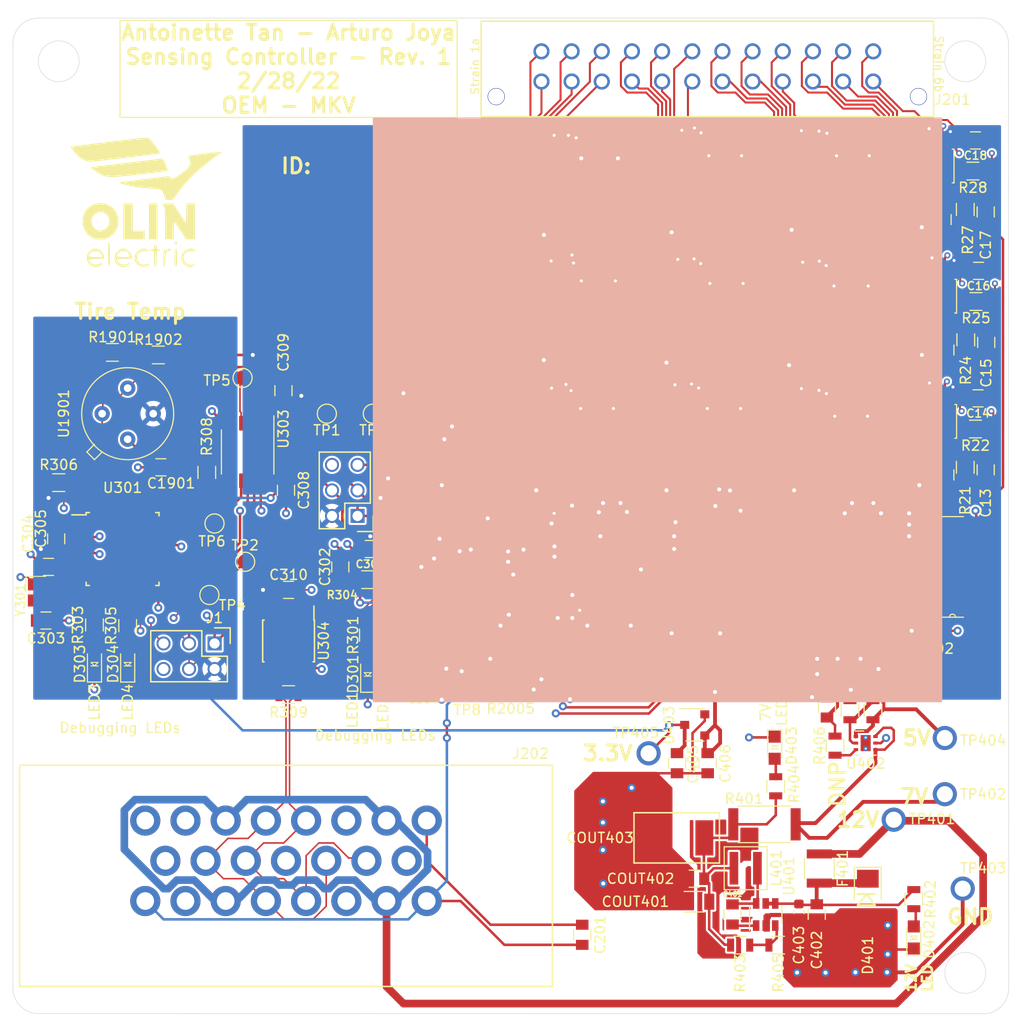
<source format=kicad_pcb>
(kicad_pcb (version 20211014) (generator pcbnew)
  (layers (0 "F.Cu" signal) (1 "In1.Cu" signal) (2 "In2.Cu" signal) (31 "B.Cu" signal) (34 "B.Paste" user) (35 "F.Paste" user) (36 "B.SilkS" user "B.Silkscreen") (37 "F.SilkS" user "F.Silkscreen") (38 "B.Mask" user) (39 "F.Mask" user) (44 "Edge.Cuts" user))
  (net 0 "")
  (net 1 "/suspension_strain/STRAIN_1A_OUT")
  (net 2 "STRAIN_1A_-")
  (net 3 "Net-(C2-Pad1)")
  (net 4 "Net-(C2-Pad2)")
  (net 5 "/suspension_strain/STRAIN_2A_OUT")
  (net 6 "STRAIN_2A_-")
  (net 7 "Net-(C4-Pad1)")
  (net 8 "Net-(C4-Pad2)")
  (net 9 "/suspension_strain/STRAIN_3A_OUT")
  (net 10 "STRAIN_3A_-")
  (net 11 "Net-(C6-Pad1)")
  (net 12 "Net-(C6-Pad2)")
  (net 13 "/suspension_strain/STRAIN_4A_OUT")
  (net 14 "STRAIN_4A_-")
  (net 15 "Net-(C8-Pad1)")
  (net 16 "Net-(C8-Pad2)")
  (net 17 "/suspension_strain/STRAIN_5A_OUT")
  (net 18 "STRAIN_5A_-")
  (net 19 "Net-(C10-Pad1)")
  (net 20 "Net-(C10-Pad2)")
  (net 21 "/suspension_strain/STRAIN_6A_OUT")
  (net 22 "STRAIN_6A_-")
  (net 23 "Net-(C12-Pad1)")
  (net 24 "Net-(C12-Pad2)")
  (net 25 "/suspension_strain/STRAIN_4B_OUT")
  (net 26 "STRAIN_4B_-")
  (net 27 "Net-(C14-Pad1)")
  (net 28 "Net-(C14-Pad2)")
  (net 29 "/suspension_strain/STRAIN_5B_OUT")
  (net 30 "STRAIN_5B_-")
  (net 31 "Net-(C16-Pad1)")
  (net 32 "Net-(C16-Pad2)")
  (net 33 "/suspension_strain/STRAIN_6B_OUT")
  (net 34 "STRAIN_6B_-")
  (net 35 "Net-(C18-Pad1)")
  (net 36 "Net-(C18-Pad2)")
  (net 37 "/suspension_strain/STRAIN_1B_OUT")
  (net 38 "STRAIN_1B_-")
  (net 39 "Net-(C20-Pad1)")
  (net 40 "Net-(C20-Pad2)")
  (net 41 "/suspension_strain/STRAIN_2B_OUT")
  (net 42 "STRAIN_2B_-")
  (net 43 "Net-(C22-Pad1)")
  (net 44 "Net-(C22-Pad2)")
  (net 45 "/suspension_strain/STRAIN_3B_OUT")
  (net 46 "STRAIN_3B_-")
  (net 47 "Net-(C24-Pad1)")
  (net 48 "Net-(C24-Pad2)")
  (net 49 "STRAIN_VOLTAGE_REF_2INAMP")
  (net 50 "Net-(C25-Pad2)")
  (net 51 "WHEATSTONE_OUT_-")
  (net 52 "Net-(C26-Pad2)")
  (net 53 "Net-(C27-Pad1)")
  (net 54 "5V")
  (net 55 "Net-(C28-Pad1)")
  (net 56 "Net-(C29-Pad1)")
  (net 57 "Net-(C30-Pad1)")
  (net 58 "Net-(C31-Pad1)")
  (net 59 "Net-(C32-Pad1)")
  (net 60 "Net-(C33-Pad1)")
  (net 61 "Net-(C34-Pad1)")
  (net 62 "Net-(C35-Pad1)")
  (net 63 "Net-(C36-Pad1)")
  (net 64 "Net-(C37-Pad1)")
  (net 65 "Net-(C38-Pad1)")
  (net 66 "GND")
  (net 67 "Net-(C302-Pad1)")
  (net 68 "Net-(C303-Pad1)")
  (net 69 "Net-(C304-Pad1)")
  (net 70 "3.3V")
  (net 71 "Net-(C306-Pad1)")
  (net 72 "Net-(C307-Pad1)")
  (net 73 "Net-(C401-Pad1)")
  (net 74 "Net-(C401-Pad2)")
  (net 75 "Net-(C402-Pad2)")
  (net 76 "LIN_POT_SENSE_FILTERED")
  (net 77 "Net-(COUT401-Pad2)")
  (net 78 "Net-(D301-Pad2)")
  (net 79 "Net-(D302-Pad2)")
  (net 80 "Net-(D303-Pad2)")
  (net 81 "Net-(D304-Pad2)")
  (net 82 "Net-(D402-Pad2)")
  (net 83 "Net-(D403-Pad2)")
  (net 84 "FRONT_SENSE")
  (net 85 "Net-(D2001-Pad1)")
  (net 86 "LEFT_SENSE")
  (net 87 "Net-(D2002-Pad1)")
  (net 88 "12V")
  (net 89 "/micros/SM_MISO")
  (net 90 "/micros/SM_SCK")
  (net 91 "/micros/SM_MOSI")
  (net 92 "/micros/SM_RESET")
  (net 93 "STRAIN_1A_+")
  (net 94 "STRAIN_2A_+")
  (net 95 "STRAIN_3A_+")
  (net 96 "STRAIN_4A_+")
  (net 97 "STRAIN_5A_+")
  (net 98 "STRAIN_6A_+")
  (net 99 "STRAIN_1B_+")
  (net 100 "STRAIN_2B_+")
  (net 101 "STRAIN_3B_+")
  (net 102 "STRAIN_4B_+")
  (net 103 "STRAIN_5B_+")
  (net 104 "STRAIN_6B_+")
  (net 105 "CAN+")
  (net 106 "CAN-")
  (net 107 "LIN_POT_SENSE")
  (net 108 "HALL_EFFECT_SENSE")
  (net 109 "/micros/PM_MISO")
  (net 110 "/micros/PM_SCK")
  (net 111 "/micros/PM_MOSI")
  (net 112 "/micros/PM_RESET")
  (net 113 "Net-(R1-Pad2)")
  (net 114 "Net-(R5-Pad1)")
  (net 115 "STRAIN_VOLTAGE_REF_2BUFFER")
  (net 116 "Net-(R14-Pad1)")
  (net 117 "Net-(R14-Pad2)")
  (net 118 "Net-(R20-Pad1)")
  (net 119 "Net-(R20-Pad2)")
  (net 120 "Net-(R26-Pad1)")
  (net 121 "Net-(R26-Pad2)")
  (net 122 "Net-(R32-Pad1)")
  (net 123 "Net-(R32-Pad2)")
  (net 124 "Net-(R38-Pad1)")
  (net 125 "Net-(R38-Pad2)")
  (net 126 "Net-(R40-Pad1)")
  (net 127 "Net-(R40-Pad2)")
  (net 128 "Net-(R42-Pad1)")
  (net 129 "Net-(R42-Pad2)")
  (net 130 "Net-(R44-Pad1)")
  (net 131 "Net-(R44-Pad2)")
  (net 132 "Net-(R46-Pad1)")
  (net 133 "Net-(R46-Pad2)")
  (net 134 "Net-(R48-Pad1)")
  (net 135 "Net-(R48-Pad2)")
  (net 136 "Net-(R50-Pad1)")
  (net 137 "Net-(R50-Pad2)")
  (net 138 "Net-(R52-Pad1)")
  (net 139 "Net-(R52-Pad2)")
  (net 140 "Net-(R53-Pad1)")
  (net 141 "Net-(R301-Pad2)")
  (net 142 "Net-(R302-Pad2)")
  (net 143 "Net-(R303-Pad2)")
  (net 144 "Net-(R305-Pad2)")
  (net 145 "Net-(R308-Pad1)")
  (net 146 "7V")
  (net 147 "Net-(R405-Pad1)")
  (net 148 "Vpg")
  (net 149 "Net-(R407-Pad2)")
  (net 150 "SM_SCL")
  (net 151 "SM_SDA")
  (net 152 "/micros/PM_CS")
  (net 153 "/micros/SM_CS")
  (net 169 "/micros/MUX_SELECT_S2")
  (net 170 "/micros/CAN_TX")
  (net 171 "/micros/CAN_RX")
  (net 173 "STRAIN_MUX1_OUT")
  (net 174 "STRAIN_S1")
  (net 175 "/micros/MUX_SELECT_S0")
  (net 177 "/micros/MUX_SELECT_S1")
  (net 178 "STRAIN_S2")
  (net 179 "nSTRAIN_MUX1_EN")
  (net 180 "STRAIN_MUX2_OUT")
  (net 181 "STRAIN_S0")
  (net 182 "nSTRAIN_MUX2_EN")
  (footprint "footprints:R_0805_OEM" (layer "F.Cu") (at 87.2236 48.9825 -90)
    (fp_text reference "R38")
    (fp_text value "R_3.92k" hide)
  )
  (footprint "footprints:tp_1.6mm" (layer "F.Cu") (at 86.614 94.234)
    (fp_text reference "TP405")
    (fp_text value "TP")
  )
  (footprint "footprints:C_0805_OEM" (layer "F.Cu") (at 68.083022 83.782 -90)
    (fp_text reference "C306")
    (fp_text value "C_30pF" hide)
  )
  (footprint "footprints:R_0805_OEM" (layer "F.Cu") (at 75.946 84.7168 -90)
    (fp_text reference "R2006")
    (fp_text value "R_200" hide)
  )
  (footprint "footprints:C_0805_OEM" (layer "F.Cu") (at 116.1294 54.1198 -90)
    (fp_text reference "C37")
    (fp_text value "C_0.1uF" hide)
  )
  (footprint "footprints:AD8553ARMZ-REEL" (layer "F.Cu") (at 77.724 61.722 90)
    (fp_text reference "U1")
    (fp_text value "AD8553ARMZ-REEL" hide)
  )
  (footprint "footprints:MLX90621ESF-BAB-000-TU" (layer "F.Cu") (at 34.798 60.452 90)
    (fp_text reference "U1901")
    (fp_text value "MLX90621ESF-BAB-000-TU" hide)
  )
  (footprint "footprints:R_0805_OEM" (layer "F.Cu") (at 94.0816 49.2889 180)
    (fp_text reference "R16")
    (fp_text value "R_1.18M" hide)
  )
  (footprint "footprints:R_0805_OEM" (layer "F.Cu") (at 80.5688 40.5513 -90)
    (fp_text reference "R9")
    (fp_text value "R_100" hide)
  )
  (footprint "footprints:R_0805_OEM" (layer "F.Cu") (at 95.71879 113.31192)
    (fp_text reference "R403")
    (fp_text value "R_90k" hide)
  )
  (footprint "footprints:R_0805_OEM" (layer "F.Cu") (at 119.126 61.976 180)
    (fp_text reference "R22")
    (fp_text value "R_1.18M" hide)
  )
  (footprint "footprints:R_0805_OEM" (layer "F.Cu") (at 83.058 77.216)
    (fp_text reference "R54")
    (fp_text value "R_10K" hide)
  )
  (footprint "footprints:C_0805_OEM" (layer "F.Cu") (at 82.566 53.086 90)
    (fp_text reference "C3")
    (fp_text value "C_1uF" hide)
  )
  (footprint "footprints:AD8553ARMZ-REEL" (layer "F.Cu") (at 77.978 36.576 90)
    (fp_text reference "U3")
    (fp_text value "AD8553ARMZ-REEL" hide)
  )
  (footprint "TestPoint:TestPoint_Pad_D1.5mm" (layer "F.Cu") (at 43.434 71.374 90)
    (fp_text reference "TP6")
    (fp_text value "Test_Point_SMD" hide)
  )
  (footprint "footprints:tp_1.6mm" (layer "F.Cu") (at 116.078 98.298 180)
    (fp_text reference "TP402")
    (fp_text value "TP")
  )
  (footprint "footprints:CD74HC4050M96" (layer "F.Cu") (at 116.84 75.692 180)
    (fp_text reference "U502")
    (fp_text value "74HC4051" hide)
  )
  (footprint "footprints:C_0805_OEM" (layer "F.Cu") (at 120.142 40.386 90)
    (fp_text reference "C17")
    (fp_text value "C_1uF" hide)
  )
  (footprint "footprints:DO-214AA" (layer "F.Cu") (at 108.41879 108.73992 -90)
    (fp_text reference "D401")
    (fp_text value "D_Zener_18V" hide)
  )
  (footprint "footprints:C_0805_OEM" (layer "F.Cu") (at 107.4674 53.6699 90)
    (fp_text reference "C21")
    (fp_text value "C_1uF" hide)
  )
  (footprint "footprints:R_0603_1608Metric" (layer "F.Cu") (at 72.136 85.4788 -90)
    (fp_text reference "R2004")
    (fp_text value "R_0" hide)
  )
  (footprint "footprints:R_0805_OEM" (layer "F.Cu") (at 94.234 36.5889 180)
    (fp_text reference "R19")
    (fp_text value "R_1.18M" hide)
  )
  (footprint "footprints:C_0805_OEM" (layer "F.Cu") (at 115.062 82.042 180)
    (fp_text reference "C502")
    (fp_text value "C_0.1uF" hide)
  )
  (footprint "footprints:TPS7A2625DRVR" (layer "F.Cu") (at 108.204 93.218)
    (fp_text reference "U402")
    (fp_text value "DRV0006A" hide)
  )
  (footprint "footprints:C_0805_OEM" (layer "F.Cu") (at 94.0816 58.674 180)
    (fp_text reference "C8")
    (fp_text value "C_100pF" hide)
  )
  (footprint "footprints:AD8553ARMZ-REEL" (layer "F.Cu") (at 77.9432 49.0853 90)
    (fp_text reference "U2")
    (fp_text value "AD8553ARMZ-REEL" hide)
  )
  (footprint "footprints:tp_1.6mm" (layer "F.Cu") (at 110.998 100.838 180)
    (fp_text reference "TP401")
    (fp_text value "TP")
  )
  (footprint "footprints:tp_1.6mm" (layer "F.Cu") (at 117.856 107.696 180)
    (fp_text reference "TP403")
    (fp_text value "TP")
  )
  (footprint "footprints:R_0805_OEM" (layer "F.Cu") (at 72.898 88.138)
    (fp_text reference "R2005")
    (fp_text value "R_10K" hide)
  )
  (footprint "footprints:C_0805_OEM" (layer "F.Cu") (at 80.01 112.284 -90)
    (fp_text reference "C201")
    (fp_text value "C_0.1uF" hide)
  )
  (footprint "footprints:R_0805_OEM" (layer "F.Cu") (at 93.218 40.386 -90)
    (fp_text reference "R18")
    (fp_text value "R_100" hide)
  )
  (footprint "footprints:R_0805_OEM" (layer "F.Cu") (at 118.872 36.322 180)
    (fp_text reference "R28")
    (fp_text value "R_1.18M" hide)
  )
  (footprint "footprints:R_0805_OEM" (layer "F.Cu") (at 34.798 81.534 90)
    (fp_text reference "R305")
    (fp_text value "R_200" hide)
  )
  (footprint "footprints:LED_0805_OEM" (layer "F.Cu") (at 112.99079 112.54992 90)
    (fp_text reference "D402")
    (fp_text value "LED_0805" hide)
  )
  (footprint "Package_QFP:TQFP-32_7x7mm_P0.8mm" (layer "F.Cu") (at 34.29 73.914)
    (fp_text reference "U301")
    (fp_text value "ATmega328P-AU" hide)
  )
  (footprint "footprints:R_0805_OEM" (layer "F.Cu") (at 100.076 35.965 -90)
    (fp_text reference "R52")
    (fp_text value "R_3.92k" hide)
  )
  (footprint "footprints:C_0805_OEM" (layer "F.Cu") (at 95.0976 53.3529 90)
    (fp_text reference "C9")
    (fp_text value "C_1uF" hide)
  )
  (footprint "footprints:Pin_Header_Straight_2x03" (layer "F.Cu") (at 57.663 70.622 180)
    (fp_text reference "J302")
    (fp_text value "CONN_02X03" hide)
  )
  (footprint "footprints:Fuse_1812" (layer "F.Cu") (at 92.158 102.64392 180)
    (fp_text reference "COUT403")
    (fp_text value "C_33uF" hide)
  )
  (footprint "footprints:R_0805_OEM" (layer "F.Cu") (at 87.884 40.1449 90)
    (fp_text reference "R39")
    (fp_text value "R_120_05" hide)
  )
  (footprint "footprints:R_0805_OEM" (layer "F.Cu") (at 74.9808 36.576 -90)
    (fp_text reference "R26")
    (fp_text value "R_3.92k" hide)
  )
  (footprint "footprints:C_0805_OEM" (layer "F.Cu") (at 106.934 33.528 180)
    (fp_text reference "C24")
    (fp_text value "C_100pF" hide)
  )
  (footprint "footprints:R_0805_OEM" (layer "F.Cu") (at 99.822 49.4027 -90)
    (fp_text reference "R50")
    (fp_text value "R_3.92k" hide)
  )
  (footprint "footprints:C_0805_OEM" (layer "F.Cu") (at 103.2002 67.1959 -90)
    (fp_text reference "C33")
    (fp_text value "C_0.1uF" hide)
  )
  (footprint "footprints:R_0805_OEM" (layer "F.Cu") (at 42.667 66.294 90)
    (fp_text reference "R308")
    (fp_text value "R_10K" hide)
  )
  (footprint "footprints:C_0805_OEM" (layer "F.Cu") (at 106.7562 59.3219 180)
    (fp_text reference "C20")
    (fp_text value "C_100pF" hide)
  )
  (footprint "footprints:C_0805_OEM" (layer "F.Cu") (at 81.8388 33.6933 180)
    (fp_text reference "C6")
    (fp_text value "C_100pF" hide)
  )
  (footprint "footprints:LED_0805_OEM" (layer "F.Cu") (at 99.15369 93.6769 -90)
    (fp_text reference "D403")
    (fp_text value "LED_0805" hide)
  )
  (footprint "TestPoint:TestPoint_Pad_D1.5mm" (layer "F.Cu") (at 54.61 60.452 180)
    (fp_text reference "TP1")
    (fp_text value "Test_Point_SMD" hide)
  )
  (footprint "footprints:C_0805_OEM" (layer "F.Cu") (at 26.924 75.692 180)
    (fp_text reference "C304")
    (fp_text value "C_30pF" hide)
  )
  (footprint "footprints:C_0805_OEM" (layer "F.Cu") (at 95.0976 65.786 90)
    (fp_text reference "C7")
    (fp_text value "C_1uF" hide)
  )
  (footprint "footprints:C_0805_OEM" (layer "F.Cu") (at 104.35479 89.67392 90)
    (fp_text reference "C404")
    (fp_text value "C_47uF" hide)
  )
  (footprint "footprints:C_0805_OEM" (layer "F.Cu") (at 78.2574 67.0689 -90)
    (fp_text reference "C27")
    (fp_text value "C_0.1uF" hide)
  )
  (footprint "TestPoint:TestPoint_Pad_D1.5mm" (layer "F.Cu") (at 46.482 75.184)
    (fp_text reference "TP2")
    (fp_text value "Test_Point_SMD" hide)
  )
  (footprint "footprints:LED_0805_OEM" (layer "F.Cu") (at 58.674 86.36 90)
    (fp_text reference "D301")
    (fp_text value "LED_0805" hide)
  )
  (footprint "footprints:C_0805_OEM" (layer "F.Cu") (at 103.4136 54.4827 -90)
    (fp_text reference "C34")
    (fp_text value "C_0.1uF" hide)
  )
  (footprint "footprints:R_0805_OEM" (layer "F.Cu") (at 66.9798 59.606 -90)
    (fp_text reference "R2003")
    (fp_text value "R_200" hide)
  )
  (footprint "footprints:TQFP-32_7x7mm_Pitch0.8mm" (layer "F.Cu") (at 66.294 75.184)
    (fp_text reference "U302")
    (fp_text value "ATMEGA16M1" hide)
  )
  (footprint "footprints:C_0805_OEM" (layer "F.Cu") (at 81.4832 58.6869 180)
    (fp_text reference "C2")
    (fp_text value "C_100pF" hide)
  )
  (footprint "footprints:C_0805_OEM" (layer "F.Cu") (at 115.8494 41.148 -90)
    (fp_text reference "C36")
    (fp_text value "C_0.1uF" hide)
  )
  (footprint "footprints:C_0805_OEM" (layer "F.Cu") (at 95.25 40.6529 90)
    (fp_text reference "C11")
    (fp_text value "C_1uF" hide)
  )
  (footprint "footprints:AD8553ARMZ-REEL" (layer "F.Cu") (at 115.316 35.814 90)
    (fp_text reference "U9")
    (fp_text value "AD8553ARMZ-REEL" hide)
  )
  (footprint "Package_SO:TSSOP-14_4.4x5mm_P0.65mm" (layer "F.Cu") (at 46.731 64.262 -90)
    (fp_text reference "U303")
    (fp_text value "TXB0104" hide)
  )
  (footprint "footprints:LED_0805_OEM" (layer "F.Cu") (at 34.798 85.344 90)
    (fp_text reference "D304")
    (fp_text value "LED_0805" hide)
  )
  (footprint "footprints:R_0805_OEM" (layer "F.Cu") (at 92.8878 65.532 -90)
    (fp_text reference "R12")
    (fp_text value "R_100" hide)
  )
  (footprint "footprints:C_0805_OEM" (layer "F.Cu") (at 89.44 95.216 -90)
    (fp_text reference "C405")
    (fp_text value "C_0.1uF" hide)
  )
  (footprint "footprints:R_0805_OEM" (layer "F.Cu") (at 93.0656 53.0989 -90)
    (fp_text reference "R15")
    (fp_text value "R_100" hide)
  )
  (footprint "footprints:Small_OE_Logo" (layer "F.Cu") (at 36.576 39.37)
    (fp_text reference "G***" hide)
    (fp_text value "LOGO" hide)
  )
  (footprint "footprints:Pin_Header_Straight_2x03" (layer "F.Cu") (at 43.444 83.307 -90)
    (fp_text reference "J1")
    (fp_text value "CONN_02X03" hide)
  )
  (footprint "footprints:C_0805_OEM" (layer "F.Cu") (at 107.696 40.64 90)
    (fp_text reference "C23")
    (fp_text value "C_1uF" hide)
  )
  (footprint "footprints:C_0805_OEM" (layer "F.Cu") (at 78.2828 41.8213 -90)
    (fp_text reference "C29")
    (fp_text value "C_0.1uF" hide)
  )
  (footprint "footprints:AD8553ARMZ-REEL" (layer "F.Cu") (at 115.57 48.768 90)
    (fp_text reference "U8")
    (fp_text value "AD8553ARMZ-REEL" hide)
  )
  (footprint "footprints:R_0805_OEM" (layer "F.Cu") (at 99.25529 97.5123 90)
    (fp_text reference "R404")
    (fp_text value "R_200" hide)
  )
  (footprint "footprints:R_0805_OEM" (layer "F.Cu") (at 87.376 36.0809 -90)
    (fp_text reference "R40")
    (fp_text value "R_3.92k" hide)
  )
  (footprint "footprints:R_0805_OEM" (layer "F.Cu") (at 58.674 76.962 180)
    (fp_text reference "R304")
    (fp_text value "R_100" hide)
  )
  (footprint "footprints:R_0805_OEM" (layer "F.Cu") (at 79.248 82.804 180)
    (fp_text reference "R5")
    (fp_text value "R_10K" hide)
  )
  (footprint "footprints:R_0805_OEM" (layer "F.Cu") (at 79.756 74.676 180)
    (fp_text reference "R53")
    (fp_text value "R_10K" hide)
  )
  (footprint "footprints:C_0805_OEM" (layer "F.Cu") (at 120.142 66.04 90)
    (fp_text reference "C13")
    (fp_text value "C_1uF" hide)
  )
  (footprint "footprints:SOT-23-3_OEM" (layer "F.Cu") (at 90.202 91.406)
    (fp_text reference "U403")
    (fp_text value "LM3480" hide)
  )
  (footprint "footprints:R_0805_OEM" (layer "F.Cu") (at 119.1774 49.2938 180)
    (fp_text reference "R25")
    (fp_text value "R_1.18M" hide)
  )
  (footprint "footprints:R_0805_OEM" (layer "F.Cu") (at 112.522 61.1632 -90)
    (fp_text reference "R42")
    (fp_text value "R_3.92k" hide)
  )
  (footprint "footprints:R_0805_OEM" (layer "F.Cu") (at 82.5246 84.836)
    (fp_text reference "R8")
    (fp_text value "R_10K" hide)
  )
  (footprint "footprints:C_0805_OEM" (layer "F.Cu") (at 50.8 77.978)
    (fp_text reference "C310")
    (fp_text value "C_0.1uF" hide)
  )
  (footprint "footprints:C_0603_1608Metric" (layer "F.Cu") (at 101.56079 110.00992 -90)
    (fp_text reference "C403")
    (fp_text value "C_2.2uF" hide)
  )
  (footprint "footprints:R_0805_OEM" (layer "F.Cu") (at 81.4832 61.7349 180)
    (fp_text reference "R4")
    (fp_text value "R_1.18M" hide)
  )
  (footprint "footprints:C_0805_OEM" (layer "F.Cu") (at 92.488 95.216 -90)
    (fp_text reference "C406")
    (fp_text value "C_0.1uF" hide)
  )
  (footprint "footprints:R_0805_OEM" (layer "F.Cu") (at 61.79 82.48 90)
    (fp_text reference "R302")
    (fp_text value "R_200" hide)
  )
  (footprint "footprints:C_0805_OEM" (layer "F.Cu") (at 82.804 65.786 90)
    (fp_text reference "C1")
    (fp_text value "C_1uF" hide)
  )
  (footprint "footprints:C_0805_OEM" (layer "F.Cu") (at 94.95679 110.26392 -90)
    (fp_text reference "C401")
    (fp_text value "C_0.1uF" hide)
  )
  (footprint "footprints:C_0805_OEM" (layer "F.Cu") (at 116.1288 66.548 -90)
    (fp_text reference "C38")
    (fp_text value "C_0.1uF" hide)
  )
  (footprint "footprints:R_0805_OEM" (layer "F.Cu") (at 112.522 39.624 90)
    (fp_text reference "R45")
    (fp_text value "R_120_05" hide)
  )
  (footprint "footprints:C_0805_OEM" (layer "F.Cu") (at 106.68 46.6087 180)
    (fp_text reference "C22")
    (fp_text value "C_100pF" hide)
  )
  (footprint "footprints:C_1206_OEM" (layer "F.Cu") (at 82.55 79.502)
    (fp_text reference "C26")
    (fp_text value "C_10nF" hide)
  )
  (footprint "footprints:C_0805_OEM" (layer "F.Cu") (at 58.928 73.914 180)
    (fp_text reference "C301")
    (fp_text value "C_0.1uF" hide)
  )
  (footprint "footprints:C_0805_OEM" (layer "F.Cu") (at 119.126 33.274 180)
    (fp_text reference "C18")
    (fp_text value "C_100pF" hide)
  )
  (footprint "footprints:R_0805_OEM" (layer "F.Cu") (at 64.3128 63.035)
    (fp_text reference "R2002")
    (fp_text value "R_10K" hide)
  )
  (footprint "footprints:AD8553ARMZ-REEL" (layer "F.Cu") (at 102.87 61.976 90)
    (fp_text reference "U10")
    (fp_text value "AD8553ARMZ-REEL" hide)
  )
  (footprint "footprints:AD8553ARMZ-REEL" (layer "F.Cu") (at 115.57 61.214 90)
    (fp_text reference "U7")
    (fp_text value "AD8553ARMZ-REEL" hide)
  )
  (footprint "footprints:C_0805_OEM" (layer "F.Cu") (at 64.967022 87.408)
    (fp_text reference "C307")
    (fp_text value "C_30pF" hide)
  )
  (footprint "footprints:C_0805_OEM" (layer "F.Cu") (at 103.6788 41.402 -90)
    (fp_text reference "C35")
    (fp_text value "C_0.1uF" hide)
  )
  (footprint "footprints:C_0805_OEM" (layer "F.Cu") (at 120.1934 53.3578 90)
    (fp_text reference "C15")
    (fp_text value "C_1uF" hide)
  )
  (footprint "footprints:C_0805_OEM" (layer "F.Cu") (at 119.4314 46.2458 180)
    (fp_text reference "C16")
    (fp_text value "C_100pF" hide)
  )
  (footprint "footprints:R_0805_OEM" (layer "F.Cu") (at 74.946 49.0708 -90)
    (fp_text reference "R20")
    (fp_text value "R_3.92k" hide)
  )
  (footprint "footprints:C_1206_OEM" (layer "F.Cu") (at 73.406 71.374 -90)
    (fp_text reference "C1801")
    (fp_text value "C_22uF" hide)
  )
  (footprint "footprints:R_0805_OEM" (layer "F.Cu") (at 68.58 67.691)
    (fp_text reference "R1801")
    (fp_text value "R_1K_0.1" hide)
  )
  (footprint "footprints:C_0805_OEM" (layer "F.Cu") (at 91.14679 106.70792 180)
    (fp_text reference "COUT402")
    (fp_text value "C_47uF" hide)
  )
  (footprint "footprints:R_0805_OEM" (layer "F.Cu") (at 100.33 39.624 90)
    (fp_text reference "R51")
    (fp_text value "R_120_05" hide)
  )
  (footprint "footprints:XGL4020-822MEC" (layer "F.Cu") (at 96.266 105.664 180)
    (fp_text reference "L401")
    (fp_text value "IND_XAL4020_4X4_COC" hide)
  )
  (footprint "TestPoint:TestPoint_Pad_D1.5mm" (layer "F.Cu") (at 46.223 56.896 -90)
    (fp_text reference "TP5")
    (fp_text value "Test_Point_SMD" hide)
  )
  (footprint "TestPoint:TestPoint_Pad_D1.5mm" (layer "F.Cu") (at 59.182 60.452 180)
    (fp_text reference "TP3")
    (fp_text value "Test_Point_SMD" hide)
  )
  (footprint "footprints:R_0805_OEM" (layer "F.Cu") (at 99.52879 113.31192)
    (fp_text reference "R405")
    (fp_text value "R_15k" hide)
  )
  (footprint "footprints:R_2512_OEM" (layer "F.Cu") (at 98.13769 101.2969 180)
    (fp_text reference "R401")
    (fp_text value "R_0_2512" hide)
  )
  (footprint "footprints:LED_0805_OEM" (layer "F.Cu") (at 65.024 59.86 -90)
    (fp_text reference "D2001")
    (fp_text value "LED_0805" hide)
  )
  (footprint "footprints:R_0805_OEM" (layer "F.Cu") (at 87.4776 65.786 90)
    (fp_text reference "R29")
    (fp_text value "R_120_05" hide)
  )
  (footprint "footprints:R_0805_OEM" (layer "F.Cu") (at 33.274 54.356)
    (fp_text reference "R1901")
    (fp_text value "R_4.7K" hide)
  )
  (footprint "footprints:Crystal_SMD_FA238" (layer "F.Cu") (at 65.035022 83.528 180)
    (fp_text reference "Y302")
    (fp_text value "Crystal_SMD" hide)
  )
  (footprint "footprints:R_0805_OEM" (layer "F.Cu") (at 27.94 67.31)
    (fp_text reference "R306")
    (fp_text value "R_10K" hide)
  )
  (footprint "footprints:R_0805_OEM" (layer "F.Cu") (at 99.8982 61.8744 -90)
    (fp_text reference "R48")
    (fp_text value "R_3.92k" hide)
  )
  (footprint "footprints:R_0805_OEM" (layer "F.Cu") (at 80.534 52.832 -90)
    (fp_text reference "R6")
    (fp_text value "R_100" hide)
  )
  (footprint "footprints:R_0805_OEM" (layer "F.Cu") (at 112.99079 108.73992 -90)
    (fp_text reference "R402")
    (fp_text value "R_1K" hide)
  )
  (footprint "footprints:LED_0805_OEM" (layer "F.Cu") (at 31.496 85.344 90)
    (fp_text reference "D303")
    (fp_text value "LED_0805" hide)
  )
  (footprint "footprints:C_0805_OEM" (layer "F.Cu") (at 119.38 58.928 180)
    (fp_text reference "C14")
    (fp_text value "C_100pF" hide)
  )
  (footprint "footprints:Molex_Microfit3_Header_02x12_Straight_0444322401_OEM" (layer "F.Cu") (at 75.956 24.412 180)
    (fp_text reference "J201")
    (fp_text value "MicroFit_24" hide)
  )
  (footprint "footprints:R_0805_OEM" (layer "F.Cu") (at 106.5022 62.3699 180)
    (fp_text reference "R31")
    (fp_text value "R_1.18M" hide)
  )
  (footprint "footprints:C_0805_OEM" (layer "F.Cu") (at 50.292 58.166 90)
    (fp_text reference "C309")
    (fp_text value "C_0.1uF" hide)
  )
  (footprint "footprints:R_0805_OEM" (layer "F.Cu") (at 100.076 53.2127 90)
    (fp_text reference "R49")
    (fp_text value "R_120_05" hide)
  )
  (footprint "TestPoint:TestPoint_Pad_D1.5mm" (layer "F.Cu") (at 61.214 55.626 90)
    (fp_text reference "TP7")
    (fp_text value "Test_Point_SMD" hide)
  )
  (footprint "footprints:R_0805_OEM" (layer "F.Cu") (at 112.8274 52.5958 90)
    (fp_text reference "R43")
    (fp_text value "R_120_05" hide)
  )
  (footprint "footprints:C_0805_OEM" (layer "F.Cu") (at 103.33879 110.24792 90)
    (fp_text reference "C402")
    (fp_text value "C_0.1uF" hide)
  )
  (footprint "Package_TO_SOT_SMD:SOT-353_SC-70-5" (layer "F.Cu") (at 82.4738 82.296)
    (fp_text reference "U13")
    (fp_text value "MCP6001T-I-LT" hide)
  )
  (footprint "footprints:R_0805_OEM" (layer "F.Cu") (at 81.55 49.022 180)
    (fp_text reference "R7")
    (fp_text value "R_1.18M" hide)
  )
  (footprint "footprints:R_0805_OEM" (layer "F.Cu") (at 105.156 93.472 90)
    (fp_text reference "R406")
    (fp_text value "R_10K" hide)
  )
  (footprint "Package_TO_SOT_SMD:SOT-353_SC-70-5" (layer "F.Cu") (at 83.2104 74.6506)
    (fp_text reference "U14")
    (fp_text value "MCP6001T-I-LT" hide)
  )
  (footprint "footprints:R_0805_OEM" (layer "F.Cu") (at 100.1522 65.6719 90)
    (fp_text reference "R47")
    (fp_text value "R_120_05" hide)
  )
  (footprint "footprints:C_0805_OEM" (layer "F.Cu") (at 107.569 66.3831 90)
    (fp_text reference "C19")
    (fp_text value "C_1uF" hide)
  )
  (footprint "footprints:C_0805_OEM" (layer "F.Cu") (at 78.502 54.356 -90)
    (fp_text reference "C28")
    (fp_text value "C_0.1uF" hide)
  )
  (footprint "footprints:R_0805_OEM" (layer "F.Cu") (at 75.1332 65.5449 90)
    (fp_text reference "R11")
    (fp_text value "R_120_05" hide)
  )
  (footprint "footprints:R_0805_OEM" (layer "F.Cu") (at 87.2998 61.468 -90)
    (fp_text reference "R32")
    (fp_text value "R_3.92k" hide)
  )
  (footprint "footprints:AD8553ARMZ-REEL" (layer "F.Cu") (at 90.424 49.022 90)
    (fp_text reference "U5")
    (fp_text value "AD8553ARMZ-REEL" hide)
  )
  (footprint "footprints:C_0805_OEM" (layer "F.Cu") (at 26.67 81.026)
    (fp_text reference "C303")
    (fp_text value "C_30pF" hide)
  )
  (footprint "footprints:C_0805_OEM" (layer "F.Cu") (at 90.7796 41.4149 -90)
    (fp_text reference "C32")
    (fp_text value "C_0.1uF" hide)
  )
  (footprint "footprints:R_0805_OEM" (layer "F.Cu") (at 118.1614 53.1038 -90)
    (fp_text reference "R24")
    (fp_text value "R_100" hide)
  )
  (footprint "footprints:C_0805_OEM" (layer "F.Cu") (at 94.3356 46.2409 180)
    (fp_text reference "C10")
    (fp_text value "C_100pF" hide)
  )
  (footprint "footprints:R_0805_OEM" (layer "F.Cu") (at 79.756 72.39)
    (fp_text reference "R1")
    (fp_text value "R_120_05" hide)
  )
  (footprint "footprints:LED_0805_OEM" (layer "F.Cu") (at 61.722 86.36 90)
    (fp_text reference "D302")
    (fp_text value "LED_0805" hide)
  )
  (footprint "TestPoint:TestPoint_Pad_D1.5mm" (layer "F.Cu") (at 42.926 78.486)
    (fp_text reference "TP4")
    (fp_text value "Test_Point_SMD" hide)
  )
  (footprint "footprints:R_0805_OEM" (layer "F.Cu") (at 106.68 49.6567 180)
    (fp_text reference "R34")
    (fp_text value "R_1.18M" hide)
  )
  (footprint "footprints:R_0805_OEM" (layer "F.Cu") (at 105.664 40.386 -90)
    (fp_text reference "R36")
    (fp_text value "R_100" hide)
  )
  (footprint "footprints:C_0805_OEM" (layer "F.Cu") (at 81.55 45.974 180)
    (fp_text reference "C4")
    (fp_text value "C_100pF" hide)
  )
  (footprint "footprints:C_0805_OEM" (layer "F.Cu") (at 55.948 75.692 90)
    (fp_text reference "C302")
    (fp_text value "C_100pF" hide)
  )
  (footprint "footprints:R_0805_OEM" (layer "F.Cu") (at 75.454 52.832 90)
    (fp_text reference "R17")
    (fp_text value "R_120_05" hide)
  )
  (footprint "footprints:R_0603_1608Metric" (layer "F.Cu") (at 63.1698 60.368 -90)
    (fp_text reference "R2001")
    (fp_text value "R_0" hide)
  )
  (footprint "footprints:Ampseal_23" (layer "F.Cu") (at 71.046 104.426 180)
    (fp_text reference "J202")
    (fp_text value "Ampseal_23_RA")
  )
  (footprint "footprints:C_0805_OEM" (layer "F.Cu") (at 27.686 72.898 90)
    (fp_text reference "C305")
    (fp_text value "C_0.1uF" hide)
  )
  (footprint "footprints:C_1206_OEM" (layer "F.Cu") (at 81.8388 86.868)
    (fp_text reference "C25")
    (fp_text value "C_10nF" hide)
  )
  (footprint "footprints:SOIC-8_3.9x4.9mm_Pitch1.27mm_OEM" (layer "F.Cu") (at 50.8 83.058 -90)
    (fp_text reference "U304")
    (fp_text value "MCP2561-E_SN" hide)
  )
  (footprint "footprints:R_0805_OEM" (layer "F.Cu") (at 81.5848 36.7413 180)
    (fp_text reference "R10")
    (fp_text value "R_1.18M" hide)
  )
  (footprint "footprints:Crystal_SMD_FA238" (layer "F.Cu") (at 26.67 78.232)
    (fp_text reference "Y301")
    (fp_text value "Crystal_SMD" hide)
  )
  (footprint "footprints:R_0805_OEM" (layer "F.Cu") (at 62.484 68.51 180)
    (fp_text reference "R307")
    (fp_text value "R_10K" hide)
  )
  (footprint "footprints:R_0805_OEM" (layer "F.Cu") (at 112.5734 48.7858 -90)
    (fp_text reference "R44")
    (fp_text value "R_3.92k" hide)
  )
  (footprint "footprints:AD8553ARMZ-REEL" (layer "F.Cu") (at 102.87 49.276 90)
    (fp_text reference "U11")
    (fp_text value "AD8553ARMZ-REEL" hide)
  )
  (footprint "footprints:C_0805_OEM" (layer "F.Cu") (at 50.546 68.072 90)
    (fp_text reference "C308")
    (fp_text value "C_0.1uF" hide)
  )
  (footprint "TestPoint:TestPoint_Pad_D1.5mm" (layer "F.Cu") (at 69.85 88.0188 90)
    (fp_text reference "TP8")
    (fp_text value "Test_Point_SMD" hide)
  )
  (footprint "footprints:R_0805_OEM" (layer "F.Cu") (at 37.846 54.61 180)
    (fp_text reference "R1902")
    (fp_text value "R_4.7K" hide)
  )
  (footprint "footprints:R_0805_OEM" (layer "F.Cu") (at 106.64079 89.94392 90)
    (fp_text reference "R408")
    (fp_text value "R_100K" hide)
  )
  (footprint "footprints:AD8553ARMZ-REEL" (layer "F.Cu") (at 103.124 36.068 90)
    (fp_text reference "U12")
    (fp_text value "AD8553ARMZ-REEL" hide)
  )
  (footprint "footprints:R_0805_OEM" (layer "F.Cu") (at 50.8 88.392 180)
    (fp_text reference "R309")
    (fp_text value "R_120_DNP" hide)
  )
  (footprint "footprints:R_0805_OEM" (layer "F.Cu") (at 112.268 35.8394 -90)
    (fp_text reference "R46")
    (fp_text value "R_3.92k" hide)
  )
  (footprint "footprints:R_0805_OEM" (layer "F.Cu") (at 75.2348 40.5513 90)
    (fp_text reference "R23")
    (fp_text value "R_120_05" hide)
  )
  (footprint "footprints:C_0805_OEM" (layer "F.Cu") (at 38.1 65.786 180)
    (fp_text reference "C1901")
    (fp_text value "C_0.1uF" hide)
  )
  (footprint "footprints:C_0805_OEM" (layer "F.Cu") (at 90.5256 66.802 -90)
    (fp_text reference "C30")
    (fp_text value "C_0.1uF" hide)
  )
  (footprint "footprints:C_1206_OEM" (layer "F.Cu") (at 91.14679 108.99392)
    (fp_text reference "COUT401")
    (fp_text value "C_22uF" hide)
  )
  (footprint "footprints:SOT-23-6_OEM" (layer "F.Cu") (at 98.25879 110.269 90)
    (fp_text reference "U401")
    (fp_text value "TPS560430YF" hide)
  )
  (footprint "footprints:R_0805_OEM" (layer "F.Cu") (at 105.4862 66.1799 -90)
    (fp_text reference "R30")
    (fp_text value "R_100" hide)
  )
  (footprint "footprints:R_0805_OEM" (layer "F.Cu") (at 74.6252 61.7349 -90)
    (fp_text reference "R14")
    (fp_text value "R_3.92k" hide)
  )
  (footprint "footprints:tp_1.6mm" (layer "F.Cu") (at 116.078 92.71 180)
    (fp_text reference "TP404")
    (fp_text value "TP")
  )
  (footprint "footprints:R_0805_OEM" (layer "F.Cu") (at 31.496 81.468 90)
    (fp_text reference "R303")
    (fp_text value "R_200" hide)
  )
  (footprint "footprints:R_0805_OEM" (layer "F.Cu") (at 118.11 65.786 -90)
    (fp_text reference "R21")
    (fp_text value "R_100" hide)
  )
  (footprint "footprints:LED_0805_OEM" (layer "F.Cu") (at 73.914 84.9708 -90)
    (fp_text reference "D2002")
    (fp_text value "LED_0805" hide)
  )
  (footprint "footprints:R_0805_OEM" (layer "F.Cu") (at 106.68 36.576 180)
    (fp_text reference "R37")
    (fp_text value "R_1.18M" hide)
  )
  (footprint "footprints:R_0805_OEM" (layer "F.Cu") (at 105.41 53.4667 -90)
    (fp_text reference "R33")
    (fp_text value "R_100" hide)
  )
  (footprint "footprints:R_0805_OEM" (layer "F.Cu") (at 118.11 40.132 -90)
    (fp_text reference "R27")
    (fp_text value "R_100" hide)
  )
  (footprint "footprints:C_0805_OEM" (layer "F.Cu") (at 90.9552 54.3689 -90)
    (fp_text reference "C31")
    (fp_text value "C_0.1uF" hide)
  )
  (footprint "footprints:R_0805_OEM" (layer "F.Cu") (at 58.742 82.48 90)
    (fp_text reference "R301")
    (fp_text value "R_200" hide)
  )
  (footprint "footprints:C_0805_OEM" (layer "F.Cu") (at 82.6008 40.8053 90)
    (fp_text reference "C5")
    (fp_text value "C_1uF" hide)
  )
  (footprint "footprints:R_0805_OEM" (layer "F.Cu") (at 79.756 76.962)
    (fp_text reference "R2")
    (fp_text value "R_120_05" hide)
  )
  (footprint "footprints:C_0805_OEM" (layer "F.Cu") (at 94.234 33.5409 180)
    (fp_text reference "C12")
    (fp_text value "C_100pF" hide)
  )
  (footprint "footprints:AD8553ARMZ-REEL" (layer "F.Cu") (at 90.5256 36.068 90)
    (fp_text reference "U6")
    (fp_text value "AD8553ARMZ-REEL" hide)
  )
  (footprint "footprints:C_0805_OEM" (layer "F.Cu") (at 91.44 82.296 180)
    (fp_text reference "C501")
    (fp_text value "C_0.1uF" hide)
  )
  (footprint "footprints:R_0805_OEM" (layer "F.Cu") (at 93.9038 61.722 180)
    (fp_text reference "R13")
    (fp_text value "R_1.18M" hide)
  )
  (footprint "footprints:Fuse_1210" (layer "F.Cu") (at 103.59279 105.69192 90)
    (fp_text reference "F401")
    (fp_text value "F_500mA_16V" hide)
  )
  (footprint "footprints:AD8553ARMZ-REEL" (layer "F.Cu") (at 90.2716 61.468 90)
    (fp_text reference "U4")
    (fp_text value "AD8553ARMZ-REEL" hide)
  )
  (footprint "footprints:R_0805_OEM" (layer "F.Cu") (at 80.772 65.532 -90)
    (fp_text reference "R3")
    (fp_text value "R_100" hide)
  )
  (footprint "footprints:CD74HC4050M96" (layer "F.Cu") (at 93.472 75.946 180)
    (fp_text reference "U501")
    (fp_text value "74HC4051" hide)
  )
  (footprint "footprints:R_0805_OEM" (layer "F.Cu") (at 112.776 65.024 90)
    (fp_text reference "R41")
    (fp_text value "R_120_05" hide)
  )
  (footprint "footprints:R_0805_OEM" (layer "F.Cu") (at 87.7316 53.0989 90)
    (fp_text reference "R35")
    (fp_text value "R_120_05" hide)
  )
  (footprint "footprints:R_0805_OEM" (layer "F.Cu") (at 108.92679 89.94392 90)
    (fp_text reference "R407")
    (fp_text value "R_300K" hide)
  )
  (gr_rect (start 34.036 21.336) (end 67.564 30.988) (layer "F.SilkS") (width 0.12) (fill none))
  (gr_line (start 25.926051 120.123949) (end 119.888 120.142) (layer "Edge.Cuts") (width 0.05))
  (gr_line (start 122.428 117.602) (end 122.409949 23.640051) (layer "Edge.Cuts") (width 0.05))
  (gr_line (start 23.386051 23.640051) (end 23.386051 117.583949) (layer "Edge.Cuts") (width 0.05))
  (gr_arc (start 25.926051 120.123949) (mid 24.13 119.38) (end 23.386051 117.583949) (layer "Edge.Cuts") (width 0.05))
  (gr_arc (start 119.869949 21.100051) (mid 121.666 21.844) (end 122.409949 23.640051) (layer "Edge.Cuts") (width 0.05))
  (gr_circle (center 118.11 25.4) (end 120.142 25.4) (layer "Edge.Cuts") (width 0.05) (fill none))
  (gr_circle (center 27.94 25.4) (end 29.972 25.4) (layer "Edge.Cuts") (width 0.05) (fill none))
  (gr_arc (start 23.386051 23.640051) (mid 24.13 21.844) (end 25.926051 21.100051) (layer "Edge.Cuts") (width 0.05))
  (gr_arc (start 122.428 117.602) (mid 121.684051 119.398051) (end 119.888 120.142) (layer "Edge.Cuts") (width 0.05))
  (gr_line (start 119.869949 21.100051) (end 25.926051 21.100051) (layer "Edge.Cuts") (width 0.05))
  (gr_circle (center 118.11 116.078) (end 120.142 116.078) (layer "Edge.Cuts") (width 0.05) (fill none))
  (gr_text "LED1" (at 57.15 89.916 90) (layer "F.SilkS") (effects (font (size 1 1))))
  (gr_text "Antoinette Tan - Arturo Joya\nSensing Controller - Rev. 1\n2/28/22\nOEM - MKV" (at 50.8 26.162) (layer "F.SilkS") (effects (font (size 1.5 1.5) (thickness 0.3))))
  (gr_text "Tire Temp" (at 35.052 50.292) (layer "F.SilkS") (effects (font (size 1.5 1.5) (thickness 0.3))))
  (gr_text "5V" (at 113.284 92.71) (layer "F.SilkS") (effects (font (size 1.5 1.5) (thickness 0.3))))
  (gr_text "Debugging LEDs" (at 59.436 92.456) (layer "F.SilkS") (effects (font (size 1 1))))
  (gr_text "12V\nLED" (at 113.538 116.586 90) (layer "F.SilkS") (effects (font (size 1 1) (thickness 0.25))))
  (gr_text "LED2" (at 60.198 90.17 90) (layer "F.SilkS") (effects (font (size 1 1))))
  (gr_text "12V" (at 107.442 100.838) (layer "F.SilkS") (effects (font (size 1.5 1.5) (thickness 0.3))))
  (gr_text "Strain 1a" (at 69.342 25.908 90) (layer "F.SilkS") (effects (font (size 0.8 0.8) (thickness 0.125))))
  (gr_text "3.3V" (at 82.55 94.234) (layer "F.SilkS") (effects (font (size 1.5 1.5) (thickness 0.3))))
  (gr_text "LED4" (at 34.798 89.154 90) (layer "F.SilkS") (effects (font (size 1 1))))
  (gr_text "DNP" (at 105.41 97.282 90) (layer "F.SilkS") (effects (font (size 1.5 1.5) (thickness 0.25))))
  (gr_text "7V\nLED" (at 99.06 90.17 90) (layer "F.SilkS") (effects (font (size 1 1))))
  (gr_text "LED3" (at 31.496 89.154 90) (layer "F.SilkS") (effects (font (size 1 1))))
  (gr_text "ID:" (at 51.562 35.814) (layer "F.SilkS") (effects (font (size 1.5 1.5) (thickness 0.3))))
  (gr_text "Suspension\nStrain" (at 105.156 74.93) (layer "F.SilkS") (effects (font (size 1.5 1.5) (thickness 0.3))))
  (gr_text "7V" (at 113.03 98.552) (layer "F.SilkS") (effects (font (size 1.5 1.5) (thickness 0.3))))
  (gr_text "Debugging LEDs" (at 34.036 91.694) (layer "F.SilkS") (effects (font (size 1 1))))
  (gr_text "GND" (at 118.618 110.49) (layer "F.SilkS") (effects (font (size 1.5 1.5) (thickness 0.3))))
  (gr_text "Strain 6b" (at 115.5 25.65 270) (layer "F.SilkS") (effects (font (size 0.8 0.8) (thickness 0.125))))
  (segment (start 89.789 76.581) (end 91.1098 76.581) (width 0.25) (layer "F.Cu") (net 1))
  (segment (start 82.804 66.786) (end 82.804 69.596) (width 0.25) (layer "F.Cu") (net 1))
  (segment (start 82.5 66.482) (end 82.804 66.786) (width 0.25) (layer "F.Cu") (net 1))
  (segment (start 82.804 69.596) (end 89.789 76.581) (width 0.25) (layer "F.Cu") (net 1))
  (segment (start 80.772 66.482) (end 82.5 66.482) (width 0.25) (layer "F.Cu") (net 1))
  (segment (start 72.832732 41.958744) (end 73.51448 42.640492) (width 0.2) (layer "F.Cu") (net 2))
  (segment (start 83.1125 59.944) (end 83.1125 64.4775) (width 0.2) (layer "F.Cu") (net 2))
  (segment (start 79.502 57.658) (end 78.74 56.896) (width 0.2) (layer "F.Cu") (net 2))
  (segment (start 73.51448 42.640492) (end 73.514481 50.711487) (width 0.2) (layer "F.Cu") (net 2))
  (segment (start 83.1125 64.4775) (end 82.804 64.786) (width 0.2) (layer "F.Cu") (net 2))
  (segment (start 79.502 59.5921) (end 79.502 57.658) (width 0.2) (layer "F.Cu") (net 2))
  (segment (start 77.724 58.42) (end 77.724 59.5503) (width 0.2) (layer "F.Cu") (net 2))
  (segment (start 78.175052 56.896) (end 77.724 57.347052) (width 0.2) (layer "F.Cu") (net 2))
  (segment (start 75.956 30.552982) (end 72.83273 33.676252) (width 0.2) (layer "F.Cu") (net 2))
  (segment (start 73.514481 50.711487) (end 74.168 51.365006) (width 0.2) (layer "F.Cu") (net 2))
  (segment (start 77.724 57.347052) (end 77.724 58.42) (width 0.2) (layer "F.Cu") (net 2))
  (segment (start 77.724 57.658) (end 77.724 58.42) (width 0.2) (layer "F.Cu") (net 2))
  (segment (start 72.83273 33.676252) (end 72.832732 41.958744) (width 0.2) (layer "F.Cu") (net 2))
  (segment (start 74.168 51.365006) (end 74.168 54.102) (width 0.2) (layer "F.Cu") (net 2))
  (segment (start 74.168 54.102) (end 77.724 57.658) (width 0.2) (layer "F.Cu") (net 2))
  (segment (start 75.956 27.412) (end 75.956 30.552982) (width 0.2) (layer "F.Cu") (net 2))
  (segment (start 79.8539 59.944) (end 79.502 59.5921) (width 0.2) (layer "F.Cu") (net 2))
  (segment (start 78.74 56.896) (end 78.175052 56.896) (width 0.2) (layer "F.Cu") (net 2))
  (via (at 79.8539 59.944) (size 0.6096) (drill 0.3048) (layers "F.Cu" "B.Cu") (net 2))
  (via (at 83.1125 59.944) (size 0.6096) (drill 0.3048) (layers "F.Cu" "B.Cu") (net 2))
  (segment (start 82.4832 58.6869) (end 82.4832 61.6849) (width 0.25) (layer "F.Cu") (net 3))
  (segment (start 82.4332 61.7349) (end 82.4332 62.6008) (width 0.25) (layer "F.Cu") (net 3))
  (segment (start 80.772 64.262) (end 80.772 64.582) (width 0.25) (layer "F.Cu") (net 3))
  (segment (start 82.4832 61.6849) (end 82.4332 61.7349) (width 0.25) (layer "F.Cu") (net 3))
  (segment (start 82.4332 62.6008) (end 80.772 64.262) (width 0.25) (layer "F.Cu") (net 3))
  (segment (start 78.223999 63.8937) (end 78.223999 64.96982) (width 0.25) (layer "F.Cu") (net 3))
  (segment (start 78.960389 65.244389) (end 79.622778 64.582) (width 0.25) (layer "F.Cu") (net 3))
  (segment (start 78.223999 64.96982) (end 78.498568 65.244389) (width 0.25) (layer "F.Cu") (net 3))
  (segment (start 79.622778 64.582) (end 80.772 64.582) (width 0.25) (layer "F.Cu") (net 3))
  (segment (start 78.498568 65.244389) (end 78.960389 65.244389) (width 0.25) (layer "F.Cu") (net 3))
  (segment (start 80.4832 61.6849) (end 80.5332 61.7349) (width 0.25) (layer "F.Cu") (net 4))
  (segment (start 78.724001 63.8937) (end 80.1243 63.8937) (width 0.25) (layer "F.Cu") (net 4))
  (segment (start 80.1243 63.8937) (end 80.5332 63.4848) (width 0.25) (layer "F.Cu") (net 4))
  (segment (start 80.5332 63.4848) (end 80.5332 61.7349) (width 0.25) (layer "F.Cu") (net 4))
  (segment (start 80.4832 58.6869) (end 80.4832 61.6849) (width 0.25) (layer "F.Cu") (net 4))
  (segment (start 80.534 53.782) (end 82.262 53.782) (width 0.25) (layer "F.Cu") (net 5))
  (segment (start 82.0795 69.571322) (end 90.359178 77.851) (width 0.25) (layer "F.Cu") (net 5))
  (segment (start 82.566 54.086) (end 83.82 55.34) (width 0.25) (layer "F.Cu") (net 5))
  (segment (start 82.0795 69.342) (end 82.0795 69.571322) (width 0.25) (layer "F.Cu") (net 5))
  (segment (start 90.359178 77.851) (end 91.1098 77.851) (width 0.25) (layer "F.Cu") (net 5))
  (segment (start 82.262 53.782) (end 82.566 54.086) (width 0.25) (layer "F.Cu") (net 5))
  (segment (start 83.82 55.34) (end 83.82 69.342) (width 0.25) (layer "F.Cu") (net 5))
  (via (at 82.0795 69.342) (size 0.8) (drill 0.4) (layers "F.Cu" "B.Cu") (net 5))
  (via (at 83.82 69.342) (size 0.8) (drill 0.4) (layers "F.Cu" "B.Cu") (net 5))
  (segment (start 77.9432 45.4312) (end 77.9432 46.9136) (width 0.2) (layer "F.Cu") (net 6))
  (segment (start 79.750489 44.444489) (end 79.248 43.942) (width 0.2) (layer "F.Cu") (net 6))
  (segment (start 83.312 51.34) (end 83.312 47.244) (width 0.2) (layer "F.Cu") (net 6))
  (segment (start 78.863664 43.942) (end 77.9432 44.862464) (width 0.2) (layer "F.Cu") (net 6))
  (segment (start 79.248 43.942) (end 78.863664 43.942) (width 0.2) (layer "F.Cu") (net 6))
  (segment (start 79.750489 47.073789) (end 79.750489 44.444489) (width 0.2) (layer "F.Cu") (net 6))
  (segment (start 78.956 27.412) (end 78.956 28.682994) (width 0.2) (layer "F.Cu") (net 6))
  (segment (start 82.566 52.086) (end 83.312 51.34) (width 0.2) (layer "F.Cu") (net 6))
  (segment (start 77.9432 44.862464) (end 77.9432 46.9136) (width 0.2) (layer "F.Cu") (net 6))
  (segment (start 78.956 28.682994) (end 73.63177 34.007224) (width 0.2) (layer "F.Cu") (net 6))
  (segment (start 74.662811 42.150811) (end 77.9432 45.4312) (width 0.2) (layer "F.Cu") (net 6))
  (segment (start 73.63177 34.007224) (end 73.63177 41.497292) (width 0.2) (layer "F.Cu") (net 6))
  (segment (start 74.285289 42.150811) (end 74.662811 42.150811) (width 0.2) (layer "F.Cu") (net 6))
  (segment (start 79.9207 47.244) (end 79.750489 47.073789) (width 0.2) (layer "F.Cu") (net 6))
  (segment (start 73.63177 41.497292) (end 74.285289 42.150811) (width 0.2) (layer "F.Cu") (net 6))
  (via (at 79.9207 47.244) (size 0.6096) (drill 0.3048) (layers "F.Cu" "B.Cu") (net 6))
  (via (at 83.312 47.244) (size 0.6096) (drill 0.3048) (layers "F.Cu" "B.Cu") (net 6))
  (segment (start 82.55 45.974) (end 82.55 48.972) (width 0.25) (layer "F.Cu") (net 7))
  (segment (start 82.5 49.022) (end 82.5 50.07725) (width 0.25) (layer "F.Cu") (net 7))
  (segment (start 78.45359 52.343511) (end 78.443199 52.33312) (width 0.25) (layer "F.Cu") (net 7))
  (segment (start 78.443199 52.33312) (end 78.443199 51.257) (width 0.25) (layer "F.Cu") (net 7))
  (segment (start 80.534 51.882) (end 80.072489 52.343511) (width 0.25) (layer "F.Cu") (net 7))
  (segment (start 80.072489 52.343511) (end 78.45359 52.343511) (width 0.25) (layer "F.Cu") (net 7))
  (segment (start 82.5 50.07725) (end 80.69525 51.882) (width 0.25) (layer "F.Cu") (net 7))
  (segment (start 82.55 48.972) (end 82.5 49.022) (width 0.25) (layer "F.Cu") (net 7))
  (segment (start 80.69525 51.882) (end 80.534 51.882) (width 0.25) (layer "F.Cu") (net 7))
  (segment (start 80.139011 51.207489) (end 79.609 51.207489) (width 0.25) (layer "F.Cu") (net 8))
  (segment (start 79.609 51.207489) (end 79.559489 51.257) (width 0.25) (layer "F.Cu") (net 8))
  (segment (start 79.559489 51.257) (end 78.943201 51.257) (width 0.25) (layer "F.Cu") (net 8))
  (segment (start 80.6 50.7465) (end 80.139011 51.207489) (width 0.25) (layer "F.Cu") (net 8))
  (segment (start 80.6 49.022) (end 80.6 50.7465) (width 0.25) (layer "F.Cu") (net 8))
  (segment (start 80.55 48.972) (end 80.6 49.022) (width 0.25) (layer "F.Cu") (net 8))
  (segment (start 80.55 45.974) (end 80.55 48.972) (width 0.25) (layer "F.Cu") (net 8))
  (segment (start 82.6008 41.8053) (end 83.883991 43.088491) (width 0.25) (layer "F.Cu") (net 9))
  (segment (start 84.26952 55.526198) (end 84.26952 68.26752) (width 0.25) (layer "F.Cu") (net 9))
  (segment (start 84.26952 47.94752) (end 84.26952 55.526198) (width 0.25) (layer "F.Cu") (net 9))
  (segment (start 84.836 69.85) (end 84.459299 70.226701) (width 0.25) (layer "F.Cu") (net 9))
  (segment (start 82.124455 70.251995) (end 84.809911 72.937451) (width 0.25) (layer "F.Cu") (net 9))
  (segment (start 82.2968 41.5013) (end 82.6008 41.8053) (width 0.25) (layer "F.Cu") (net 9))
  (segment (start 84.074 43.2785) (end 84.074 47.752) (width 0.25) (layer "F.Cu") (net 9))
  (segment (start 84.26952 68.26752) (end 84.836 68.834) (width 0.25) (layer "F.Cu") (net 9))
  (segment (start 80.5688 41.5013) (end 82.2968 41.5013) (width 0.25) (layer "F.Cu") (net 9))
  (segment (start 81.666081 70.251995) (end 82.124455 70.251995) (width 0.25) (layer "F.Cu") (net 9))
  (segment (start 90.297 79.121) (end 91.1098 79.121) (width 0.25) (layer "F.Cu") (net 9))
  (segment (start 84.836 68.834) (end 84.836 69.85) (width 0.25) (layer "F.Cu") (net 9))
  (segment (start 84.809911 73.633911) (end 90.297 79.121) (width 0.25) (layer "F.Cu") (net 9))
  (segment (start 84.809911 72.937451) (end 84.809911 73.633911) (width 0.25) (layer "F.Cu") (net 9))
  (segment (start 84.074 47.752) (end 84.26952 47.94752) (width 0.25) (layer "F.Cu") (net 9))
  (segment (start 83.883991 43.088491) (end 84.074 43.2785) (width 0.25) (layer "F.Cu") (net 9))
  (via (at 84.459299 70.226701) (size 0.8) (drill 0.4) (layers "F.Cu" "B.Cu") (net 9))
  (via (at 81.666081 70.251995) (size 0.8) (drill 0.4) (layers "F.Cu" "B.Cu") (net 9))
  (segment (start 77.978 31.39) (end 77.978 34.4043) (width 0.2) (layer "F.Cu") (net 10))
  (segment (start 81.956 27.412) (end 77.978 31.39) (width 0.2) (layer "F.Cu") (net 10))
  (segment (start 80.01 32.766) (end 79.405689 32.161689) (width 0.2) (layer "F.Cu") (net 10))
  (segment (start 82.6008 39.8053) (end 82.6008 39.07334) (width 0.2) (layer "F.Cu") (net 10))
  (segment (start 83.062192 38.611948) (end 83.5633 38.11084) (width 0.2) (layer "F.Cu") (net 10))
  (segment (start 83.5633 38.11084) (end 83.5633 35.052) (width 0.2) (layer "F.Cu") (net 10))
  (segment (start 80.01 34.9523) (end 80.01 32.766) (width 0.2) (layer "F.Cu") (net 10))
  (segment (start 79.9103 35.052) (end 80.01 34.9523) (width 0.2) (layer "F.Cu") (net 10))
  (segment (start 79.405689 32.161689) (end 78.331985 32.161689) (width 0.2) (layer "F.Cu") (net 10))
  (segment (start 78.331985 32.161689) (end 77.978 32.515674) (width 0.2) (layer "F.Cu") (net 10))
  (segment (start 82.6008 39.07334) (end 83.062192 38.611948) (width 0.2) (layer "F.Cu") (net 10))
  (segment (start 77.978 32.515674) (end 77.978 34.4043) (width 0.2) (layer "F.Cu") (net 10))
  (via (at 79.9103 35.052) (size 0.8) (drill 0.4) (layers "F.Cu" "B.Cu") (net 10))
  (via (at 83.5633 35.052) (size 0.8) (drill 0.4) (layers "F.Cu" "B.Cu") (net 10))
  (segment (start 80.5688 39.6013) (end 80.335889 39.834211) (width 0.25) (layer "F.Cu") (net 11))
  (segment (start 78.477999 39.82382) (end 78.477999 38.7477) (width 0.25) (layer "F.Cu") (net 11))
  (segment (start 78.48839 39.834211) (end 78.477999 39.82382) (width 0.25) (layer "F.Cu") (net 11))
  (segment (start 82.8388 33.6933) (end 82.8388 36.4373) (width 0.25) (layer "F.Cu") (net 11))
  (segment (start 82.5348 38.1152) (end 82.5348 36.7413) (width 0.25) (layer "F.Cu") (net 11))
  (segment (start 80.5688 39.6013) (end 81.0487 39.6013) (width 0.25) (layer "F.Cu") (net 11))
  (segment (start 81.0487 39.6013) (end 82.5348 38.1152) (width 0.25) (layer "F.Cu") (net 11))
  (segment (start 80.335889 39.834211) (end 78.48839 39.834211) (width 0.25) (layer "F.Cu") (net 11))
  (segment (start 82.8388 36.4373) (end 82.5348 36.7413) (width 0.25) (layer "F.Cu") (net 11))
  (segment (start 80.6348 38.4912) (end 80.6348 36.7413) (width 0.25) (layer "F.Cu") (net 12))
  (segment (start 78.978001 38.7477) (end 80.3783 38.7477) (width 0.25) (layer "F.Cu") (net 12))
  (segment (start 80.6348 36.7413) (end 80.6348 33.8973) (width 0.25) (layer "F.Cu") (net 12))
  (segment (start 80.3783 38.7477) (end 80.6348 38.4912) (width 0.25) (layer "F.Cu") (net 12))
  (segment (start 80.6348 33.8973) (end 80.8388 33.6933) (width 0.25) (layer "F.Cu") (net 12))
  (segment (start 88.392 71.119984) (end 88.985196 70.526788) (width 0.25) (layer "F.Cu") (net 13))
  (segment (start 94.7936 66.482) (end 95.0976 66.786) (width 0.25) (layer "F.Cu") (net 13))
  (segment (start 89.535 75.311) (end 88.392 74.168) (width 0.25) (layer "F.Cu") (net 13))
  (segment (start 88.985196 70.526788) (end 90.001212 70.526788) (width 0.25) (layer "F.Cu") (net 13))
  (segment (start 92.8878 67.6402) (end 92.8878 66.482) (width 0.25) (layer "F.Cu") (net 13))
  (segment (start 92.8878 66.482) (end 94.7936 66.482) (width 0.25) (layer "F.Cu") (net 13))
  (segment (start 90.001212 70.526788) (end 92.8878 67.6402) (width 0.25) (layer "F.Cu") (net 13))
  (segment (start 88.392 74.168) (end 88.392 71.119984) (width 0.25) (layer "F.Cu") (net 13))
  (segment (start 91.1098 75.311) (end 89.535 75.311) (width 0.25) (layer "F.Cu") (net 13))
  (segment (start 88.976994 56.972994) (end 89.48501 56.972994) (width 0.2) (layer "F.Cu") (net 14))
  (segment (start 85.009041 41.333453) (end 85.80808 42.132492) (width 0.2) (layer "F.Cu") (net 14))
  (segment (start 87.95544 31.863142) (end 87.007422 32.81116) (width 0.2) (layer "F.Cu") (net 14))
  (segment (start 87.007422 32.81116) (end 86.401702 32.811159) (width 0.2) (layer "F.Cu") (net 14))
  (segment (start 86.782089 54.698411) (end 86.782089 54.778089) (width 0.2) (layer "F.Cu") (net 14))
  (segment (start 92.4523 59.9403) (end 92.202 59.69) (width 0.2) (layer "F.Cu") (net 14))
  (segment (start 86.531992 28.111992) (end 87.95544 29.53544) (width 0.2) (layer "F.Cu") (net 14))
  (segment (start 85.009041 34.203819) (end 85.009041 41.333453) (width 0.2) (layer "F.Cu") (net 14))
  (segment (start 90.2716 57.259777) (end 90.2716 59.2963) (width 0.2) (layer "F.Cu") (net 14))
  (segment (start 86.782089 54.778089) (end 88.976994 56.972994) (width 0.2) (layer "F.Cu") (net 14))
  (segment (start 85.80808 53.724402) (end 86.782089 54.698411) (width 0.2) (layer "F.Cu") (net 14))
  (segment (start 92.202 57.657992) (end 91.439997 56.895989) (width 0.2) (layer "F.Cu") (net 14))
  (segment (start 86.401702 32.811159) (end 85.009041 34.203819) (width 0.2) (layer "F.Cu") (net 14))
  (segment (start 92.4523 59.944) (end 92.4523 59.9403) (width 0.2) (layer "F.Cu") (net 14))
  (segment (start 84.956 27.412) (end 85.655991 28.111991) (width 0.2) (layer "F.Cu") (net 14))
  (segment (start 91.439997 56.895989) (end 90.635388 56.895989) (width 0.2) (layer "F.Cu") (net 14))
  (segment (start 85.80808 42.132492) (end 85.80808 53.724402) (width 0.2) (layer "F.Cu") (net 14))
  (segment (start 85.655991 28.111991) (end 86.531992 28.111992) (width 0.2) (layer "F.Cu") (net 14))
  (segment (start 89.48501 56.972994) (end 90.2716 57.759584) (width 0.2) (layer "F.Cu") (net 14))
  (segment (start 95.0976 64.786) (end 95.758 64.1256) (width 0.2) (layer "F.Cu") (net 14))
  (segment (start 92.202 59.69) (end 92.202 57.657992) (width 0.2) (layer "F.Cu") (net 14))
  (segment (start 90.635388 56.895989) (end 90.2716 57.259777) (width 0.2) (layer "F.Cu") (net 14))
  (segment (start 87.95544 29.53544) (end 87.95544 31.863142) (width 0.2) (layer "F.Cu") (net 14))
  (segment (start 95.758 64.1256) (end 95.758 59.944) (width 0.2) (layer "F.Cu") (net 14))
  (segment (start 90.2716 57.759584) (end 90.2716 59.2963) (width 0.2) (layer "F.Cu") (net 14))
  (via (at 95.758 59.944) (size 0.6096) (drill 0.3048) (layers "F.Cu" "B.Cu") (net 14))
  (via (at 92.4523 59.944) (size 0.6096) (drill 0.3048) (layers "F.Cu" "B.Cu") (net 14))
  (segment (start 95.0816 61.4942) (end 94.8538 61.722) (width 0.25) (layer "F.Cu") (net 15))
  (segment (start 94.8538 63.2358) (end 94.8538 61.722) (width 0.25) (layer "F.Cu") (net 15))
  (segment (start 92.8878 64.582) (end 92.743589 64.726211) (width 0.25) (layer "F.Cu") (net 15))
  (segment (start 95.0816 58.674) (end 95.0816 61.4942) (width 0.25) (layer "F.Cu") (net 15))
  (segment (start 92.8878 64.582) (end 93.5076 64.582) (width 0.25) (layer "F.Cu") (net 15))
  (segment (start 90.771599 64.71582) (end 90.771599 63.6397) (width 0.25) (layer "F.Cu") (net 15))
  (segment (start 93.5076 64.582) (end 94.8538 63.2358) (width 0.25) (layer "F.Cu") (net 15))
  (segment (start 92.743589 64.726211) (end 90.78199 64.726211) (width 0.25) (layer "F.Cu") (net 15))
  (segment (start 90.78199 64.726211) (end 90.771599 64.71582) (width 0.25) (layer "F.Cu") (net 15))
  (segment (start 92.9538 63.3578) (end 92.6719 63.6397) (width 0.25) (layer "F.Cu") (net 16))
  (segment (start 92.9538 61.722) (end 92.9538 63.3578) (width 0.25) (layer "F.Cu") (net 16))
  (segment (start 92.6719 63.6397) (end 91.271601 63.6397) (width 0.25) (layer "F.Cu") (net 16))
  (segment (start 93.0816 58.674) (end 93.0816 61.5942) (width 0.25) (layer "F.Cu") (net 16))
  (segment (start 93.0816 61.5942) (end 92.9538 61.722) (width 0.25) (layer "F.Cu") (net 16))
  (segment (start 95.0214 80.391) (end 93.967969 79.337569) (width 0.25) (layer "F.Cu") (net 17))
  (segment (start 96.52 55.7753) (end 95.0976 54.3529) (width 0.25) (layer "F.Cu") (net 17))
  (segment (start 93.0656 54.0489) (end 94.7936 54.0489) (width 0.25) (layer "F.Cu") (net 17))
  (segment (start 94.7936 54.0489) (end 95.0976 54.3529) (width 0.25) (layer "F.Cu") (net 17))
  (segment (start 95.8342 80.391) (end 95.0214 80.391) (width 0.25) (layer "F.Cu") (net 17))
  (segment (start 96.52 67.31) (end 96.52 55.7753) (width 0.25) (layer "F.Cu") (net 17))
  (segment (start 93.967969 69.862031) (end 96.52 67.31) (width 0.25) (layer "F.Cu") (net 17))
  (segment (start 93.967969 79.337569) (end 93.967969 69.862031) (width 0.25) (layer "F.Cu") (net 17))
  (segment (start 92.456 45.338984) (end 91.567005 44.449989) (width 0.2) (layer "F.Cu") (net 18))
  (segment (start 90.424 45.6184) (end 90.424 45.1612) (width 0.2) (layer "F.Cu") (net 18))
  (segment (start 88.75448 32.194114) (end 88.75448 29.200418) (width 0.2) (layer "F.Cu") (net 18))
  (segment (start 92.7063 47.2403) (end 92.456 46.99) (width 0.2) (layer "F.Cu") (net 18))
  (segment (start 85.808081 34.53479) (end 86.732674 33.610199) (width 0.2) (layer "F.Cu") (net 18))
  (segment (start 87.338394 33.6102) (end 88.75448 32.194114) (width 0.2) (layer "F.Cu") (net 18))
  (segment (start 85.808081 40.545281) (end 85.808081 34.53479) (width 0.2) (layer "F.Cu") (net 18))
  (segment (start 90.883544 44.449989) (end 90.424 44.909533) (width 0.2) (layer "F.Cu") (net 18))
  (segment (start 88.75448 29.200418) (end 87.956 28.401938) (width 0.2) (layer "F.Cu") (net 18))
  (segment (start 90.424 44.909533) (end 90.424 45.6184) (width 0.2) (layer "F.Cu") (net 18))
  (segment (start 92.456 46.99) (end 92.456 45.338984) (width 0.2) (layer "F.Cu") (net 18))
  (segment (start 92.7063 47.498) (end 92.7063 47.2403) (width 0.2) (layer "F.Cu") (net 18))
  (segment (start 87.956 28.401938) (end 87.956 27.412) (width 0.2) (layer "F.Cu") (net 18))
  (segment (start 90.424 46.8503) (end 90.424 45.6184) (width 0.2) (layer "F.Cu") (net 18))
  (segment (start 95.0976 52.3529) (end 96.012 51.4385) (width 0.2) (layer "F.Cu") (net 18))
  (segment (start 90.424 45.1612) (end 85.808081 40.545281) (width 0.2) (layer "F.Cu") (net 18))
  (segment (start 96.012 51.4385) (end 96.012 47.498) (width 0.2) (layer "F.Cu") (net 18))
  (segment (start 86.732674 33.610199) (end 87.338394 33.6102) (width 0.2) (layer "F.Cu") (net 18))
  (segment (start 91.567005 44.449989) (end 90.883544 44.449989) (width 0.2) (layer "F.Cu") (net 18))
  (via (at 96.012 47.498) (size 0.6096) (drill 0.3048) (layers "F.Cu" "B.Cu") (net 18))
  (via (at 92.7063 47.498) (size 0.6096) (drill 0.3048) (layers "F.Cu" "B.Cu") (net 18))
  (segment (start 95.3356 46.2409) (end 95.3356 48.9849) (width 0.25) (layer "F.Cu") (net 19))
  (segment (start 92.934289 52.280211) (end 93.0656 52.1489) (width 0.25) (layer "F.Cu") (net 19))
  (segment (start 90.93439 52.280211) (end 92.934289 52.280211) (width 0.25) (layer "F.Cu") (net 19))
  (segment (start 95.0316 49.2889) (end 93.0656 51.2549) (width 0.25) (layer "F.Cu") (net 19))
  (segment (start 90.923999 51.1937) (end 90.923999 52.26982) (width 0.25) (layer "F.Cu") (net 19))
  (segment (start 95.3356 48.9849) (end 95.0316 49.2889) (width 0.25) (layer "F.Cu") (net 19))
  (segment (start 90.923999 52.26982) (end 90.93439 52.280211) (width 0.25) (layer "F.Cu") (net 19))
  (segment (start 93.0656 51.2549) (end 93.0656 52.1489) (width 0.25) (layer "F.Cu") (net 19))
  (segment (start 93.1316 49.486101) (end 91.424001 51.1937) (width 0.25) (layer "F.Cu") (net 20))
  (segment (start 93.3356 46.2409) (end 93.3356 49.0849) (width 0.25) (layer "F.Cu") (net 20))
  (segment (start 93.1316 49.2889) (end 93.1316 49.486101) (width 0.25) (layer "F.Cu") (net 20))
  (segment (start 93.3356 49.0849) (end 93.1316 49.2889) (width 0.25) (layer "F.Cu") (net 20))
  (segment (start 93.218 41.336) (end 94.9331 41.336) (width 0.25) (layer "F.Cu") (net 21))
  (segment (start 96.96952 67.496197) (end 96.96952 43.37242) (width 0.25) (layer "F.Cu") (net 21))
  (segment (start 94.9331 41.336) (end 95.25 41.6529) (width 0.25) (layer "F.Cu") (net 21))
  (segment (start 94.488 72.167089) (end 94.488 72.104911) (width 0.25) (layer "F.Cu") (net 21))
  (segment (start 95.0214 75.311) (end 94.417489 74.707089) (width 0.25) (layer "F.Cu") (net 21))
  (segment (start 94.417489 74.707089) (end 94.417489 72.2376) (width 0.25) (layer "F.Cu") (net 21))
  (segment (start 95.8342 75.311) (end 95.0214 75.311) (width 0.25) (layer "F.Cu") (net 21))
  (segment (start 94.417489 72.2376) (end 94.488 72.167089) (width 0.25) (layer "F.Cu") (net 21))
  (segment (start 94.417489 70.048228) (end 96.96952 67.496197) (width 0.25) (layer "F.Cu") (net 21))
  (segment (start 94.417489 72.0344) (end 94.417489 70.048228) (width 0.25) (layer "F.Cu") (net 21))
  (segment (start 94.488 72.104911) (end 94.417489 72.0344) (width 0.25) (layer "F.Cu") (net 21))
  (segment (start 96.96952 43.37242) (end 95.25 41.6529) (width 0.25) (layer "F.Cu") (net 21))
  (segment (start 90.5256 33.8963) (end 90.5256 27.8424) (width 0.2) (layer "F.Cu") (net 22))
  (segment (start 95.25 39.6529) (end 95.833511 39.069389) (width 0.2) (layer "F.Cu") (net 22))
  (segment (start 92.4345 32.2365) (end 92.4345 34.6278) (width 0.2) (layer "F.Cu") (net 22))
  (segment (start 95.833511 34.827789) (end 95.8633 34.798) (width 0.2) (layer "F.Cu") (net 22))
  (segment (start 95.833511 39.069389) (end 95.833511 34.827789) (width 0.2) (layer "F.Cu") (net 22))
  (segment (start 90.5256 27.8424) (end 90.956 27.412) (width 0.2) (layer "F.Cu") (net 22))
  (segment (start 90.5256 31.830899) (end 90.927798 31.428701) (width 0.2) (layer "F.Cu") (net 22))
  (segment (start 90.5256 33.8963) (end 90.5256 31.830899) (width 0.2) (layer "F.Cu") (net 22))
  (segment (start 90.927798 31.428701) (end 91.626701 31.428701) (width 0.2) (layer "F.Cu") (net 22))
  (segment (start 91.626701 31.428701) (end 92.4345 32.2365) (width 0.2) (layer "F.Cu") (net 22))
  (segment (start 92.4345 34.6278) (end 92.6047 34.798) (width 0.2) (layer "F.Cu") (net 22))
  (via (at 92.6047 34.798) (size 0.6096) (drill 0.3048) (layers "F.Cu" "B.Cu") (net 22))
  (via (at 95.8633 34.798) (size 0.6096) (drill 0.3048) (layers "F.Cu" "B.Cu") (net 22))
  (segment (start 91.025599 39.31582) (end 91.025599 38.2397) (width 0.25) (layer "F.Cu") (net 23))
  (segment (start 91.145779 39.436) (end 91.025599 39.31582) (width 0.25) (layer "F.Cu") (net 23))
  (segment (start 95.234 33.5409) (end 95.234 36.5389) (width 0.25) (layer "F.Cu") (net 23))
  (segment (start 93.218 39.436) (end 91.145779 39.436) (width 0.25) (layer "F.Cu") (net 23))
  (segment (start 93.218 38.5549) (end 93.218 39.436) (width 0.25) (layer "F.Cu") (net 23))
  (segment (start 95.184 36.5889) (end 93.218 38.5549) (width 0.25) (layer "F.Cu") (net 23))
  (segment (start 95.234 36.5389) (end 95.184 36.5889) (width 0.25) (layer "F.Cu") (net 23))
  (segment (start 93.284 36.5889) (end 93.176401 36.5889) (width 0.25) (layer "F.Cu") (net 24))
  (segment (start 93.234 36.5389) (end 93.284 36.5889) (width 0.25) (layer "F.Cu") (net 24))
  (segment (start 93.234 33.5409) (end 93.234 36.5389) (width 0.25) (layer "F.Cu") (net 24))
  (segment (start 93.176401 36.5889) (end 91.525601 38.2397) (width 0.25) (layer "F.Cu") (net 24))
  (segment (start 119.838 66.736) (end 120.142 67.04) (width 0.25) (layer "F.Cu") (net 25))
  (segment (start 115.189 75.057) (end 114.4778 75.057) (width 0.25) (layer "F.Cu") (net 25))
  (segment (start 118.11 66.736) (end 119.838 66.736) (width 0.25) (layer "F.Cu") (net 25))
  (segment (start 118.11 66.736) (end 118.11 68.198282) (width 0.25) (layer "F.Cu") (net 25))
  (segment (start 116.886449 73.359551) (end 115.189 75.057) (width 0.25) (layer "F.Cu") (net 25))
  (segment (start 116.886449 69.421835) (end 116.886449 73.359551) (width 0.25) (layer "F.Cu") (net 25))
  (segment (start 118.11 68.198282) (end 116.886449 69.421835) (width 0.25) (layer "F.Cu") (net 25))
  (segment (start 111.76 54.077422) (end 111.877889 54.195311) (width 0.2) (layer "F.Cu") (net 26))
  (segment (start 111.877889 54.195311) (end 112.361311 54.195311) (width 0.2) (layer "F.Cu") (net 26))
  (segment (start 120.904 64.278) (end 120.142 65.04) (width 0.2) (layer "F.Cu") (net 26))
  (segment (start 110.59848 38.773486) (end 110.598482 41.878494) (width 0.2) (layer "F.Cu") (net 26))
  (segment (start 117.580489 57.636473) (end 116.586005 56.641989) (width 0.2) (layer "F.Cu") (net 26))
  (segment (start 115.57 58.016177) (end 115.57 59.0423) (width 0.2) (layer "F.Cu") (net 26))
  (segment (start 110.119929 30.835953) (end 110.119929 38.294935) (width 0.2) (layer "F.Cu") (net 26))
  (segment (start 110.119929 38.294935) (end 110.59848 38.773486) (width 0.2) (layer "F.Cu") (net 26))
  (segment (start 103.484 27.94) (end 104.36405 27.94) (width 0.2) (layer "F.Cu") (net 26))
  (segment (start 108.994047 29.710071) (end 110.119929 30.835953) (width 0.2) (layer "F.Cu") (net 26))
  (segment (start 111.106481 50.489887) (end 111.76 51.143406) (width 0.2) (layer "F.Cu") (net 26))
  (segment (start 111.10648 42.386492) (end 111.106481 50.489887) (width 0.2) (layer "F.Cu") (net 26))
  (segment (start 120.7053 60.198) (end 120.904 60.3967) (width 0.2) (layer "F.Cu") (net 26))
  (segment (start 102.956 27.412) (end 103.484 27.94) (width 0.2) (layer "F.Cu") (net 26))
  (segment (start 120.904 60.3967) (end 120.904 64.278) (width 0.2) (layer "F.Cu") (net 26))
  (segment (start 117.580489 60.027789) (end 117.580489 57.636473) (width 0.2) (layer "F.Cu") (net 26))
  (segment (start 106.134121 29.710071) (end 106.465094 29.71007) (width 0.2) (layer "F.Cu") (net 26))
  (segment (start 116.035388 56.641989) (end 115.57 57.107377) (width 0.2) (layer "F.Cu") (net 26))
  (segment (start 115.57 57.107377) (end 115.57 58.016177) (width 0.2) (layer "F.Cu") (net 26))
  (segment (start 111.76 51.143406) (end 111.76 54.077422) (width 0.2) (layer "F.Cu") (net 26))
  (segment (start 104.36405 27.94) (end 106.134121 29.710071) (width 0.2) (layer "F.Cu") (net 26))
  (segment (start 116.586005 56.641989) (end 116.035388 56.641989) (width 0.2) (layer "F.Cu") (net 26))
  (segment (start 115.57 57.404) (end 115.57 58.016177) (width 0.2) (layer "F.Cu") (net 26))
  (segment (start 106.465094 29.71007) (end 108.994047 29.710071) (width 0.2) (layer "F.Cu") (net 26))
  (segment (start 117.7507 60.198) (end 117.580489 60.027789) (width 0.2) (layer "F.Cu") (net 26))
  (segment (start 110.598482 41.878494) (end 111.10648 42.386492) (width 0.2) (layer "F.Cu") (net 26))
  (segment (start 112.361311 54.195311) (end 115.57 57.404) (width 0.2) (layer "F.Cu") (net 26))
  (via (at 117.7507 60.198) (size 0.6096) (drill 0.3048) (layers "F.Cu" "B.Cu") (net 26))
  (via (at 120.7053 60.198) (size 0.6096) (drill 0.3048) (layers "F.Cu" "B.Cu") (net 26))
  (segment (start 120.076 59.232) (end 120.38 58.928) (width 0.25) (layer "F.Cu") (net 27))
  (segment (start 118.11 64.836) (end 117.746211 64.472211) (width 0.25) (layer "F.Cu") (net 27))
  (segment (start 117.746211 64.472211) (end 116.08039 64.472211) (width 0.25) (layer "F.Cu") (net 27))
  (segment (start 120.076 61.976) (end 118.11 63.942) (width 0.25) (layer "F.Cu") (net 27))
  (segment (start 118.11 63.942) (end 118.11 64.836) (width 0.25) (layer "F.Cu") (net 27))
  (segment (start 116.069999 64.46182) (end 116.069999 63.3857) (width 0.25) (layer "F.Cu") (net 27))
  (segment (start 120.076 61.976) (end 120.076 59.232) (width 0.25) (layer "F.Cu") (net 27))
  (segment (start 116.08039 64.472211) (end 116.069999 64.46182) (width 0.25) (layer "F.Cu") (net 27))
  (segment (start 118.176 61.976) (end 117.979701 61.976) (width 0.25) (layer "F.Cu") (net 28))
  (segment (start 118.38 58.928) (end 118.38 61.772) (width 0.25) (layer "F.Cu") (net 28))
  (segment (start 118.38 61.772) (end 118.176 61.976) (width 0.25) (layer "F.Cu") (net 28))
  (segment (start 117.979701 61.976) (end 116.570001 63.3857) (width 0.25) (layer "F.Cu") (net 28))
  (segment (start 118.1614 54.0538) (end 119.8894 54.0538) (width 0.25) (layer "F.Cu") (net 29))
  (segment (start 121.412 67.544022) (end 121.091511 67.864511) (width 0.25) (layer "F.Cu") (net 29))
  (segment (start 119.8894 54.0538) (end 120.1934 54.3578) (width 0.25) (layer "F.Cu") (net 29))
  (segment (start 117.335969 79.021391) (end 118.451578 80.137) (width 0.25) (layer "F.Cu") (net 29))
  (segment (start 121.091511 67.864511) (end 119.079489 67.864511) (width 0.25) (layer "F.Cu") (net 29))
  (segment (start 120.1934 54.3578) (end 121.412 55.5764) (width 0.25) (layer "F.Cu") (net 29))
  (segment (start 118.451578 80.137) (end 119.2022 80.137) (width 0.25) (layer "F.Cu") (net 29))
  (segment (start 119.079489 67.864511) (end 117.335969 69.608032) (width 0.25) (layer "F.Cu") (net 29))
  (segment (start 121.412 55.5764) (end 121.412 67.544022) (width 0.25) (layer "F.Cu") (net 29))
  (segment (start 117.335969 69.608032) (end 117.335969 79.021391) (width 0.25) (layer "F.Cu") (net 29))
  (segment (start 107.455031 28.911031) (end 109.325019 28.911031) (width 0.2) (layer "F.Cu") (net 30))
  (segment (start 120.1934 52.3578) (end 121.0607 51.4905) (width 0.2) (layer "F.Cu") (net 30))
  (segment (start 111.39752 41.048542) (end 111.572489 41.223511) (width 0.2) (layer "F.Cu") (net 30))
  (segment (start 116.586 43.942) (end 116.078 43.942) (width 0.2) (layer "F.Cu") (net 30))
  (segment (start 115.57 44.45) (end 115.57 46.5963) (width 0.2) (layer "F.Cu") (net 30))
  (segment (start 105.956 27.412) (end 107.455031 28.911031) (width 0.2) (layer "F.Cu") (net 30))
  (segment (start 111.39752 38.114526) (end 111.39752 41.048542) (width 0.2) (layer "F.Cu") (net 30))
  (segment (start 110.91897 37.635976) (end 111.39752 38.114526) (width 0.2) (layer "F.Cu") (net 30))
  (segment (start 117.602 44.958) (end 116.586 43.942) (width 0.2) (layer "F.Cu") (net 30))
  (segment (start 121.0607 51.4905) (end 121.0607 47.498) (width 0.2) (layer "F.Cu") (net 30))
  (segment (start 116.078 43.942) (end 115.57 44.45) (width 0.2) (layer "F.Cu") (net 30))
  (segment (start 109.325019 28.911031) (end 110.918969 30.504981) (width 0.2) (layer "F.Cu") (net 30))
  (segment (start 112.089511 41.223511) (end 115.57 44.704) (width 0.2) (layer "F.Cu") (net 30))
  (segment (start 110.918969 30.504981) (end 110.91897 37.635976) (width 0.2) (layer "F.Cu") (net 30))
  (segment (start 117.602 47.2979) (end 117.602 44.958) (width 0.2) (layer "F.Cu") (net 30))
  (segment (start 111.572489 41.223511) (end 112.089511 41.223511) (width 0.2) (layer "F.Cu") (net 30))
  (segment (start 117.8021 47.498) (end 117.602 47.2979) (width 0.2) (layer "F.Cu") (net 30))
  (via (at 121.0607 47.498) (size 0.6096) (drill 0.3048) (layers "F.Cu" "B.Cu") (net 30))
  (via (at 117.8021 47.498) (size 0.6096) (drill 0.3048) (layers "F.Cu" "B.Cu") (net 30))
  (segment (start 116.207979 52.1538) (end 116.069999 52.01582) (width 0.25) (layer "F.Cu") (net 31))
  (segment (start 118.1614 52.1538) (end 116.207979 52.1538) (width 0.25) (layer "F.Cu") (net 31))
  (segment (start 116.069999 52.01582) (end 116.069999 50.9397) (width 0.25) (layer "F.Cu") (net 31))
  (segment (start 120.4314 46.2458) (end 120.4314 48.9898) (width 0.25) (layer "F.Cu") (net 31))
  (segment (start 118.1614 51.2598) (end 118.1614 52.1538) (width 0.25) (layer "F.Cu") (net 31))
  (segment (start 120.1274 49.2938) (end 118.1614 51.2598) (width 0.25) (layer "F.Cu") (net 31))
  (segment (start 120.4314 48.9898) (end 120.1274 49.2938) (width 0.25) (layer "F.Cu") (net 31))
  (segment (start 118.2274 49.2938) (end 118.215901 49.2938) (width 0.25) (layer "F.Cu") (net 32))
  (segment (start 118.4314 46.2458) (end 118.4314 49.0898) (width 0.25) (layer "F.Cu") (net 32))
  (segment (start 118.215901 49.2938) (end 116.570001 50.9397) (width 0.25) (layer "F.Cu") (net 32))
  (segment (start 118.4314 49.0898) (end 118.2274 49.2938) (width 0.25) (layer "F.Cu") (net 32))
  (segment (start 117.785489 69.794229) (end 117.785489 74.859489) (width 0.25) (layer "F.Cu") (net 33))
  (segment (start 120.142 41.386) (end 120.142 41.402) (width 0.25) (layer "F.Cu") (net 33))
  (segment (start 121.86152 43.12152) (end 121.86152 67.73022) (width 0.25) (layer "F.Cu") (net 33))
  (segment (start 118.11 41.082) (end 119.838 41.082) (width 0.25) (layer "F.Cu") (net 33))
  (segment (start 120.142 41.402) (end 121.86152 43.12152) (width 0.25) (layer "F.Cu") (net 33))
  (segment (start 119.265687 68.314031) (end 117.785489 69.794229) (width 0.25) (layer "F.Cu") (net 33))
  (segment (start 117.983 75.057) (end 119.2022 75.057) (width 0.25) (layer "F.Cu") (net 33))
  (segment (start 119.838 41.082) (end 120.142 41.386) (width 0.25) (layer "F.Cu") (net 33))
  (segment (start 121.86152 67.73022) (end 121.277708 68.314031) (width 0.25) (layer "F.Cu") (net 33))
  (segment (start 117.785489 74.859489) (end 117.983 75.057) (width 0.25) (layer "F.Cu") (net 33))
  (segment (start 121.277708 68.314031) (end 119.265687 68.314031) (width 0.25) (layer "F.Cu") (net 33))
  (segment (start 114.808 31.496) (end 115.316 32.004) (width 0.2) (layer "F.Cu") (net 34))
  (segment (start 108.956 27.412) (end 111.90552 30.36152) (width 0.2) (layer "F.Cu") (net 34))
  (segment (start 113.061343 30.36152) (end 114.195823 31.496) (width 0.2) (layer "F.Cu") (net 34))
  (segment (start 115.316 31.496) (end 115.316 33.6423) (width 0.2) (layer "F.Cu") (net 34))
  (segment (start 111.90552 30.36152) (end 113.061343 30.36152) (width 0.2) (layer "F.Cu") (net 34))
  (segment (start 117.235191 32.145191) (end 116.332 31.242) (width 0.2) (layer "F.Cu") (net 34))
  (segment (start 120.142 39.386) (end 120.7553 38.7727) (width 0.2) (layer "F.Cu") (net 34))
  (segment (start 117.235191 34.282491) (end 117.235191 32.145191) (width 0.2) (layer "F.Cu") (net 34))
  (segment (start 114.195823 31.496) (end 114.808 31.496) (width 0.2) (layer "F.Cu") (net 34))
  (segment (start 115.57 31.242) (end 115.316 31.496) (width 0.2) (layer "F.Cu") (net 34))
  (segment (start 117.4967 34.544) (end 117.235191 34.282491) (width 0.2) (layer "F.Cu") (net 34))
  (segment (start 116.332 31.242) (end 115.57 31.242) (width 0.2) (layer "F.Cu") (net 34))
  (segment (start 120.7553 38.7727) (end 120.7553 34.544) (width 0.2) (layer "F.Cu") (net 34))
  (segment (start 115.316 32.004) (end 115.316 33.6423) (width 0.2) (layer "F.Cu") (net 34))
  (via (at 117.4967 34.544) (size 0.6096) (drill 0.3048) (layers "F.Cu" "B.Cu") (net 34))
  (via (at 120.7553 34.544) (size 0.6096) (drill 0.3048) (layers "F.Cu" "B.Cu") (net 34))
  (segment (start 115.815999 39.06182) (end 115.936179 39.182) (width 0.25) (layer "F.Cu") (net 35))
  (segment (start 115.936179 39.182) (end 118.11 39.182) (width 0.25) (layer "F.Cu") (net 35))
  (segment (start 120.126 36.018) (end 119.822 36.322) (width 0.25) (layer "F.Cu") (net 35))
  (segment (start 120.126 33.274) (end 120.126 36.018) (width 0.25) (layer "F.Cu") (net 35))
  (segment (start 115.815999 37.9857) (end 115.815999 39.06182) (width 0.25) (layer "F.Cu") (net 35))
  (segment (start 119.822 37.47) (end 118.11 39.182) (width 0.25) (layer "F.Cu") (net 35))
  (segment (start 119.822 36.322) (end 119.822 37.47) (width 0.25) (layer "F.Cu") (net 35))
  (segment (start 117.922 36.379701) (end 116.316001 37.9857) (width 0.25) (layer "F.Cu") (net 36))
  (segment (start 118.126 33.274) (end 118.126 36.118) (width 0.25) (layer "F.Cu") (net 36))
  (segment (start 118.126 36.118) (end 117.922 36.322) (width 0.25) (layer "F.Cu") (net 36))
  (segment (start 117.922 36.322) (end 117.922 36.379701) (width 0.25) (layer "F.Cu") (net 36))
  (segment (start 107.569 67.3831) (end 105.7394 67.3831) (width 0.25) (layer "F.Cu") (net 37))
  (segment (start 107.569 67.3831) (end 107.569 70.231) (width 0.25) (layer "F.Cu") (net 37))
  (segment (start 107.569 70.231) (end 113.665 76.327) (width 0.25) (layer "F.Cu") (net 37))
  (segment (start 105.7394 67.3831) (end 105.4862 67.1299) (width 0.25) (layer "F.Cu") (net 37))
  (segment (start 113.665 76.327) (end 114.4778 76.327) (width 0.25) (layer "F.Cu") (net 37))
  (segment (start 98.40648 42.744669) (end 98.40648 54.092202) (width 0.2) (layer "F.Cu") (net 38))
  (segment (start 101.295994 57.353994) (end 102.05801 57.353994) (width 0.2) (layer "F.Cu") (net 38))
  (segment (start 108.3855 64.5666) (end 108.3855 60.706) (width 0.2) (layer "F.Cu") (net 38))
  (segment (start 97.927932 37.96695) (end 98.26096 38.299978) (width 0.2) (layer "F.Cu") (net 38))
  (segment (start 94.722 27.412) (end 96.41152 29.10152) (width 0.2) (layer "F.Cu") (net 38))
  (segment (start 98.260961 42.59915) (end 98.40648 42.744669) (width 0.2) (layer "F.Cu") (net 38))
  (segment (start 103.378 57.404) (end 102.87 57.912) (width 0.2) (layer "F.Cu") (net 38))
  (segment (start 104.14 57.404) (end 103.378 57.404) (width 0.2) (layer "F.Cu") (net 38))
  (segment (start 105.1269 60.706) (end 104.902 60.4811) (width 0.2) (layer "F.Cu") (net 38))
  (segment (start 104.902 58.166) (end 104.14 57.404) (width 0.2) (layer "F.Cu") (net 38))
  (segment (start 104.902 60.4811) (end 104.902 58.166) (width 0.2) (layer "F.Cu") (net 38))
  (segment (start 102.87 57.912) (end 102.87 59.8043) (width 0.2) (layer "F.Cu") (net 38))
  (segment (start 97.927932 33.869028) (end 97.927932 37.96695) (width 0.2) (layer "F.Cu") (net 38))
  (segment (start 99.126489 54.812211) (end 99.126489 55.184489) (width 0.2) (layer "F.Cu") (net 38))
  (segment (start 98.329508 29.10152) (end 99.49392 30.265932) (width 0.2) (layer "F.Cu") (net 38))
  (segment (start 99.49392 32.30304) (end 97.927932 33.869028) (width 0.2) (layer "F.Cu") (net 38))
  (segment (start 98.40648 54.092202) (end 99.126489 54.812211) (width 0.2) (layer "F.Cu") (net 38))
  (segment (start 99.126489 55.184489) (end 101.295994 57.353994) (width 0.2) (layer "F.Cu") (net 38))
  (segment (start 99.49392 30.265932) (end 99.49392 32.30304) (width 0.2) (layer "F.Cu") (net 38))
  (segment (start 93.956 27.412) (end 94.722 27.412) (width 0.2) (layer "F.Cu") (net 38))
  (segment (start 98.26096 38.299978) (end 98.260961 42.59915) (width 0.2) (layer "F.Cu") (net 38))
  (segment (start 96.41152 29.10152) (end 98.329508 29.10152) (width 0.2) (layer "F.Cu") (net 38))
  (segment (start 107.569 65.3831) (end 108.3855 64.5666) (width 0.2) (layer "F.Cu") (net 38))
  (segment (start 102.05801 57.353994) (end 102.87 58.165984) (width 0.2) (layer "F.Cu") (net 38))
  (segment (start 102.87 58.165984) (end 102.87 59.8043) (width 0.2) (layer "F.Cu") (net 38))
  (via (at 105.1269 60.706) (size 0.6096) (drill 0.3048) (layers "F.Cu" "B.Cu") (net 38))
  (via (at 108.3855 60.706) (size 0.6096) (drill 0.3048) (layers "F.Cu" "B.Cu") (net 38))
  (segment (start 105.4862 64.3359) (end 105.4862 65.2299) (width 0.25) (layer "F.Cu") (net 39))
  (segment (start 105.4862 65.2299) (end 105.481889 65.234211) (width 0.25) (layer "F.Cu") (net 39))
  (segment (start 103.38039 65.234211) (end 103.369999 65.22382) (width 0.25) (layer "F.Cu") (net 39))
  (segment (start 107.7562 62.0659) (end 107.4522 62.3699) (width 0.25) (layer "F.Cu") (net 39))
  (segment (start 105.481889 65.234211) (end 103.38039 65.234211) (width 0.25) (layer "F.Cu") (net 39))
  (segment (start 107.4522 62.3699) (end 105.4862 64.3359) (width 0.25) (layer "F.Cu") (net 39))
  (segment (start 107.7562 59.3219) (end 107.7562 62.0659) (width 0.25) (layer "F.Cu") (net 39))
  (segment (start 103.369999 65.22382) (end 103.369999 64.1477) (width 0.25) (layer "F.Cu") (net 39))
  (segment (start 105.7562 62.1659) (end 105.5522 62.3699) (width 0.25) (layer "F.Cu") (net 40))
  (segment (start 105.5522 62.465501) (end 103.870001 64.1477) (width 0.25) (layer "F.Cu") (net 40))
  (segment (start 105.5522 62.3699) (end 105.5522 62.465501) (width 0.25) (layer "F.Cu") (net 40))
  (segment (start 105.7562 59.3219) (end 105.7562 62.1659) (width 0.25) (layer "F.Cu") (net 40))
  (segment (start 107.2142 54.4167) (end 107.4674 54.6699) (width 0.25) (layer "F.Cu") (net 41))
  (segment (start 109.014811 56.217311) (end 109.014811 69.293189) (width 0.25) (layer "F.Cu") (net 41))
  (segment (start 105.41 54.4167) (end 107.2142 54.4167) (width 0.25) (layer "F.Cu") (net 41))
  (segment (start 106.8445 70.7765) (end 113.665 77.597) (width 0.25) (layer "F.Cu") (net 41))
  (segment (start 109.014811 69.293189) (end 108.966 69.342) (width 0.25) (layer "F.Cu") (net 41))
  (segment (start 107.4674 54.6699) (end 109.014811 56.217311) (width 0.25) (layer "F.Cu") (net 41))
  (segment (start 113.665 77.597) (end 114.4778 77.597) (width 0.25) (layer "F.Cu") (net 41))
  (segment (start 106.8445 69.342) (end 106.8445 70.7765) (width 0.25) (layer "F.Cu") (net 41))
  (via (at 108.966 69.342) (size 0.8) (drill 0.4) (layers "F.Cu" "B.Cu") (net 41))
  (via (at 106.8445 69.342) (size 0.8) (drill 0.4) (layers "F.Cu" "B.Cu") (net 41))
  (segment (start 97.77 27.412) (end 100.29296 29.93496) (width 0.2) (layer "F.Cu") (net 42))
  (segment (start 104.8805 45.4445) (end 104.8805 47.5818) (width 0.2) (layer "F.Cu") (net 42))
  (segment (start 100.29296 29.93496) (end 100.292959 30.856013) (width 0.2) (layer "F.Cu") (net 42))
  (segment (start 100.292959 32.634013) (end 98.726969 34.200003) (width 0.2) (layer "F.Cu") (net 42))
  (segment (start 99.06 37.969006) (end 99.06 41.656) (width 0.2) (layer "F.Cu") (net 42))
  (segment (start 100.292959 30.856013) (end 100.292959 32.634013) (width 0.2) (layer "F.Cu") (net 42))
  (segment (start 96.956 27.412) (end 97.77 27.412) (width 0.2) (layer "F.Cu") (net 42))
  (segment (start 102.87 45.466) (end 102.87 47.1043) (width 0.2) (layer "F.Cu") (net 42))
  (segment (start 104.8805 47.5818) (end 105.0507 47.752) (width 0.2) (layer "F.Cu") (net 42))
  (segment (start 102.87 47.1043) (end 102.87 44.958) (width 0.2) (layer "F.Cu") (net 42))
  (segment (start 98.72697 37.635976) (end 99.06 37.969006) (width 0.2) (layer "F.Cu") (net 42))
  (segment (start 102.87 44.958) (end 103.153723 44.674277) (width 0.2) (layer "F.Cu") (net 42))
  (segment (start 99.06 41.656) (end 102.87 45.466) (width 0.2) (layer "F.Cu") (net 42))
  (segment (start 107.4674 52.6699) (end 108.458 51.6793) (width 0.2) (layer "F.Cu") (net 42))
  (segment (start 104.110277 44.674277) (end 104.8805 45.4445) (width 0.2) (layer "F.Cu") (net 42))
  (segment (start 103.153723 44.674277) (end 104.110277 44.674277) (width 0.2) (layer "F.Cu") (net 42))
  (segment (start 108.458 51.6793) (end 108.458 47.752) (width 0.2) (layer "F.Cu") (net 42))
  (segment (start 98.726969 34.200003) (end 98.72697 37.635976) (width 0.2) (layer "F.Cu") (net 42))
  (via (at 108.458 47.752) (size 0.6096) (drill 0.3048) (layers "F.Cu" "B.Cu") (net 42))
  (via (at 105.0507 47.752) (size 0.6096) (drill 0.3048) (layers "F.Cu" "B.Cu") (net 42))
  (segment (start 107.68 46.6087) (end 107.68 49.6067) (width 0.25) (layer "F.Cu") (net 43))
  (segment (start 107.68 49.6067) (end 107.63 49.6567) (width 0.25) (layer "F.Cu") (net 43))
  (segment (start 105.41 51.8767) (end 107.63 49.6567) (width 0.25) (layer "F.Cu") (net 43))
  (segment (start 105.41 52.5167) (end 105.392489 52.534211) (width 0.25) (layer "F.Cu") (net 43))
  (segment (start 105.392489 52.534211) (end 103.38039 52.534211) (width 0.25) (layer "F.Cu") (net 43))
  (segment (start 103.38039 52.534211) (end 103.369999 52.52382) (width 0.25) (layer "F.Cu") (net 43))
  (segment (start 103.369999 52.52382) (end 103.369999 51.4477) (width 0.25) (layer "F.Cu") (net 43))
  (segment (start 105.41 52.5167) (end 105.41 51.8767) (width 0.25) (layer "F.Cu") (net 43))
  (segment (start 103.870001 51.4477) (end 103.939 51.4477) (width 0.25) (layer "F.Cu") (net 44))
  (segment (start 105.68 49.6067) (end 105.73 49.6567) (width 0.25) (layer "F.Cu") (net 44))
  (segment (start 103.939 51.4477) (end 105.73 49.6567) (width 0.25) (layer "F.Cu") (net 44))
  (segment (start 105.68 46.6087) (end 105.68 49.6067) (width 0.25) (layer "F.Cu") (net 44))
  (segment (start 107.392 41.336) (end 107.696 41.64) (width 0.25) (layer "F.Cu") (net 45))
  (segment (start 106.12 70.358) (end 106.12 71.322) (width 0.25) (layer "F.Cu") (net 45))
  (segment (start 106.12 71.322) (end 113.665 78.867) (width 0.25) (layer "F.Cu") (net 45))
  (segment (start 108.966 42.926) (end 109.728 43.688) (width 0.25) (layer "F.Cu") (net 45))
  (segment (start 105.664 41.336) (end 107.392 41.336) (width 0.25) (layer "F.Cu") (net 45))
  (segment (start 107.696 41.64) (end 107.696 41.656) (width 0.25) (layer "F.Cu") (net 45))
  (segment (start 109.728 43.688) (end 109.728 70.358) (width 0.25) (layer "F.Cu") (net 45))
  (segment (start 113.665 78.867) (end 114.4778 78.867) (width 0.25) (layer "F.Cu") (net 45))
  (segment (start 107.696 41.656) (end 108.966 42.926) (width 0.25) (layer "F.Cu") (net 45))
  (via (at 106.12 70.358) (size 0.8) (drill 0.4) (layers "F.Cu" "B.Cu") (net 45))
  (via (at 109.728 70.358) (size 0.8) (drill 0.4) (layers "F.Cu" "B.Cu") (net 45))
  (segment (start 102.960424 32.602424) (end 102.960424 32.604615) (width 0.2) (layer "F.Cu") (net 46))
  (segment (start 103.31442 31.749989) (end 103.81505 31.749989) (width 0.2) (layer "F.Cu") (net 46))
  (segment (start 105.134489 32.490473) (end 105.134489 34.627789) (width 0.2) (layer "F.Cu") (net 46))
  (segment (start 104.019055 31.953994) (end 104.59801 31.953994) (width 0.2) (layer "F.Cu") (net 46))
  (segment (start 101.091999 30.733999) (end 102.960424 32.602424) (width 0.2) (layer "F.Cu") (net 46))
  (segment (start 102.960424 32.103985) (end 103.31442 31.749989) (width 0.2) (layer "F.Cu") (net 46))
  (segment (start 105.134489 34.627789) (end 105.3047 34.798) (width 0.2) (layer "F.Cu") (net 46))
  (segment (start 102.960424 32.604615) (end 103.124 32.768191) (width 0.2) (layer "F.Cu") (net 46))
  (segment (start 99.956 28.401938) (end 101.091999 29.537937) (width 0.2) (layer "F.Cu") (net 46))
  (segment (start 107.696 39.64) (end 108.5633 38.7727) (width 0.2) (layer "F.Cu") (net 46))
  (segment (start 103.81505 31.749989) (end 104.019055 31.953994) (width 0.2) (layer "F.Cu") (net 46))
  (segment (start 104.59801 31.953994) (end 105.134489 32.490473) (width 0.2) (layer "F.Cu") (net 46))
  (segment (start 101.091999 29.537937) (end 101.091999 30.733999) (width 0.2) (layer "F.Cu") (net 46))
  (segment (start 99.956 27.412) (end 99.956 28.401938) (width 0.2) (layer "F.Cu") (net 46))
  (segment (start 103.124 32.768191) (end 103.124 33.02) (width 0.2) (layer "F.Cu") (net 46))
  (segment (start 108.5633 38.7727) (end 108.5633 34.798) (width 0.2) (layer "F.Cu") (net 46))
  (segment (start 103.124 33.02) (end 103.124 33.8963) (width 0.2) (layer "F.Cu") (net 46))
  (segment (start 102.960424 32.103985) (end 102.960424 32.602424) (width 0.2) (layer "F.Cu") (net 46))
  (via (at 108.5633 34.798) (size 0.6096) (drill 0.3048) (layers "F.Cu" "B.Cu") (net 46))
  (via (at 105.3047 34.798) (size 0.6096) (drill 0.3048) (layers "F.Cu" "B.Cu") (net 46))
  (segment (start 105.664 38.542) (end 105.664 39.436) (width 0.25) (layer "F.Cu") (net 47))
  (segment (start 107.63 36.576) (end 105.664 38.542) (width 0.25) (layer "F.Cu") (net 47))
  (segment (start 105.664 39.436) (end 103.744179 39.436) (width 0.25) (layer "F.Cu") (net 47))
  (segment (start 103.744179 39.436) (end 103.623999 39.31582) (width 0.25) (layer "F.Cu") (net 47))
  (segment (start 107.934 33.528) (end 107.934 36.272) (width 0.25) (layer "F.Cu") (net 47))
  (segment (start 107.934 36.272) (end 107.63 36.576) (width 0.25) (layer "F.Cu") (net 47))
  (segment (start 103.623999 39.31582) (end 103.623999 38.2397) (width 0.25) (layer "F.Cu") (net 47))
  (segment (start 104.124001 38.2397) (end 104.124001 38.181999) (width 0.25) (layer "F.Cu") (net 48))
  (segment (start 105.934 36.372) (end 105.73 36.576) (width 0.25) (layer "F.Cu") (net 48))
  (segment (start 104.124001 38.181999) (end 105.73 36.576) (width 0.25) (layer "F.Cu") (net 48))
  (segment (start 105.934 33.528) (end 105.934 36.372) (width 0.25) (layer "F.Cu") (net 48))
  (segment (start 81.5746 84.582) (end 82.173311 83.983289) (width 0.25) (layer "F.Cu") (net 49))
  (segment (start 82.0988 81.646) (end 81.5238 81.646) (width 0.25) (layer "F.Cu") (net 49))
  (segment (start 103.369999 45.506691) (end 103.369999 47.1043) (width 0.25) (layer "F.Cu") (net 49))
  (segment (start 80.635125 80.626511) (end 81.5238 81.515186) (width 0.25) (layer "F.Cu") (net 49))
  (segment (start 91.025599 32.185526) (end 91.025599 33.8963) (width 0.25) (layer "F.Cu") (net 49))
  (segment (start 78.443199 45.217091) (end 78.987722 44.672568) (width 0.25) (layer "F.Cu") (net 49))
  (segment (start 78.637505 32.765989) (end 78.477999 32.925495) (width 0.25) (layer "F.Cu") (net 49))
  (segment (start 103.598102 45.278588) (end 103.369999 45.506691) (width 0.25) (layer "F.Cu") (net 49))
  (segment (start 116.069999 44.966001) (end 116.332 44.704) (width 0.25) (layer "F.Cu") (net 49))
  (segment (start 115.815999 33.6423) (end 115.815999 31.950601) (width 0.25) (layer "F.Cu") (net 49))
  (segment (start 80.372511 80.626511) (end 80.635125 80.626511) (width 0.25) (layer "F.Cu") (net 49))
  (segment (start 78.223999 57.701679) (end 78.388269 57.537409) (width 0.25) (layer "F.Cu") (net 49))
  (segment (start 91.178113 32.033012) (end 91.025599 32.185526) (width 0.25) (layer "F.Cu") (net 49))
  (segment (start 90.923999 45.26416) (end 91.133859 45.0543) (width 0.25) (layer "F.Cu") (net 49))
  (segment (start 80.3388 86.5124) (end 80.3388 86.0718) (width 0.25) (layer "F.Cu") (net 49))
  (segment (start 79.756 80.01) (end 80.372511 80.626511) (width 0.25) (layer "F.Cu") (net 49))
  (segment (start 103.623999 33.8963) (end 103.623999 32.413564) (width 0.25) (layer "F.Cu") (net 49))
  (segment (start 81.5746 84.836) (end 81.5746 84.582) (width 0.25) (layer "F.Cu") (net 49))
  (segment (start 82.173311 81.720511) (end 82.0988 81.646) (width 0.25) (layer "F.Cu") (net 49))
  (segment (start 90.771599 57.614404) (end 90.885703 57.5003) (width 0.25) (layer "F.Cu") (net 49))
  (segment (start 103.369999 58.317153) (end 103.554504 58.132648) (width 0.25) (layer "F.Cu") (net 49))
  (segment (start 78.223999 59.5503) (end 78.223999 57.701679) (width 0.25) (layer "F.Cu") (net 49))
  (segment (start 80.3388 86.0718) (end 81.5746 84.836) (width 0.25) (layer "F.Cu") (net 49))
  (segment (start 103.369999 59.8043) (end 103.369999 58.317153) (width 0.25) (layer "F.Cu") (net 49))
  (segment (start 78.443199 46.9136) (end 78.443199 45.217091) (width 0.25) (layer "F.Cu") (net 49))
  (segment (start 116.069999 46.5963) (end 116.069999 44.966001) (width 0.25) (layer "F.Cu") (net 49))
  (segment (start 103.623999 32.413564) (end 103.564735 32.3543) (width 0.25) (layer "F.Cu") (net 49))
  (segment (start 116.069999 59.0423) (end 116.069999 57.462004) (width 0.25) (layer "F.Cu") (net 49))
  (segment (start 90.923999 46.8503) (end 90.923999 45.26416) (width 0.25) (layer "F.Cu") (net 49))
  (segment (start 81.5238 81.515186) (end 81.5238 81.646) (width 0.25) (layer "F.Cu") (net 49))
  (segment (start 90.771599 59.2963) (end 90.771599 57.614404) (width 0.25) (layer "F.Cu") (net 49))
  (segment (start 116.069999 57.462004) (end 116.285703 57.2463) (width 0.25) (layer "F.Cu") (net 49))
  (segment (start 78.477999 32.925495) (end 78.477999 34.4043) (width 0.25) (layer "F.Cu") (net 49))
  (segment (start 82.173311 83.983289) (end 82.173311 81.720511) (width 0.25) (layer "F.Cu") (net 49))
  (segment (start 115.815999 31.950601) (end 115.9203 31.8463) (width 0.25) (layer "F.Cu") (net 49))
  (via (at 115.9203 31.8463) (size 0.6096) (drill 0.3048) (layers "F.Cu" "B.Cu") (net 49))
  (via (at 79.756 80.01) (size 0.6096) (drill 0.3048) (layers "F.Cu" "B.Cu") (net 49))
  (via (at 116.285703 57.2463) (size 0.6096) (drill 0.3048) (layers "F.Cu" "B.Cu") (net 49))
  (via (at 78.388269 57.537409) (size 0.6096) (drill 0.3048) (layers "F.Cu" "B.Cu") (net 49))
  (via (at 103.564735 32.3543) (size 0.6096) (drill 0.3048) (layers "F.Cu" "B.Cu") (net 49))
  (via (at 78.987722 44.672568) (size 0.6096) (drill 0.3048) (layers "F.Cu" "B.Cu") (net 49))
  (via (at 103.554504 58.132648) (size 0.6096) (drill 0.3048) (layers "F.Cu" "B.Cu") (net 49))
  (via (at 116.332 44.704) (size 0.6096) (drill 0.3048) (layers "F.Cu" "B.Cu") (net 49))
  (via (at 90.885703 57.5003) (size 0.6096) (drill 0.3048) (layers "F.Cu" "B.Cu") (net 49))
  (via (at 91.133859 45.0543) (size 0.6096) (drill 0.3048) (layers "F.Cu" "B.Cu") (net 49))
  (via (at 78.637505 32.765989) (size 0.6096) (drill 0.3048) (layers "F.Cu" "B.Cu") (net 49))
  (via (at 91.178113 32.033012) (size 0.6096) (drill 0.3048) (layers "F.Cu" "B.Cu") (net 49))
  (via (at 103.598102 45.278588) (size 0.6096) (drill 0.3048) (layers "F.Cu" "B.Cu") (net 49))
  (segment (start 83.4238 82.946) (end 83.4238 84.5312) (width 0.25) (layer "F.Cu") (net 50))
  (segment (start 83.3388 86.5124) (end 83.3388 84.7178) (width 0.25) (layer "F.Cu") (net 50))
  (segment (start 83.4238 84.5312) (end 83.4746 84.582) (width 0.25) (layer "F.Cu") (net 50))
  (segment (start 83.3388 84.7178) (end 83.4746 84.582) (width 0.25) (layer "F.Cu") (net 50))
  (segment (start 115.070001 59.0423) (end 115.070001 57.920001) (width 0.25) (layer "F.Cu") (net 51))
  (segment (start 81.05 79.502) (end 81.05 78.274) (width 0.25) (layer "F.Cu") (net 51))
  (segment (start 82.909911 76.414089) (end 82.909911 74.248511) (width 0.25) (layer "F.Cu") (net 51))
  (segment (start 89.924001 45.515811) (end 89.514095 45.105905) (width 0.25) (layer "F.Cu") (net 51))
  (segment (start 77.443201 46.9136) (end 77.443201 45.785811) (width 0.25) (layer "F.Cu") (net 51))
  (segment (start 77.216 32.766) (end 77.478001 33.028001) (width 0.25) (layer "F.Cu") (net 51))
  (segment (start 102.061695 32.304305) (end 101.807695 32.304305) (width 0.25) (layer "F.Cu") (net 51))
  (segment (start 102.624001 32.866363) (end 102.061819 32.304181) (width 0.25) (layer "F.Cu") (net 51))
  (segment (start 102.370001 45.820611) (end 101.934695 45.385305) (width 0.25) (layer "F.Cu") (net 51))
  (segment (start 89.924001 46.8503) (end 89.924001 45.515811) (width 0.25) (layer "F.Cu") (net 51))
  (segment (start 90.025601 33.8963) (end 90.025601 32.362301) (width 0.25) (layer "F.Cu") (net 51))
  (segment (start 115.070001 46.5963) (end 115.070001 45.220001) (width 0.25) (layer "F.Cu") (net 51))
  (segment (start 81.026 70.831986) (end 82.537911 72.343897) (width 0.25) (layer "F.Cu") (net 51))
  (segment (start 77.224001 58.174001) (end 76.962 57.912) (width 0.25) (layer "F.Cu") (net 51))
  (segment (start 77.689986 70.831986) (end 81.026 70.831986) (width 0.25) (layer "F.Cu") (net 51))
  (segment (start 102.370001 58.520611) (end 101.807695 57.958305) (width 0.25) (layer "F.Cu") (net 51))
  (segment (start 102.370001 59.8043) (end 102.370001 58.520611) (width 0.25) (layer "F.Cu") (net 51))
  (segment (start 77.443201 45.785811) (end 76.915695 45.258305) (width 0.25) (layer "F.Cu") (net 51))
  (segment (start 102.624001 32.8843) (end 102.624001 32.866363) (width 0.25) (layer "F.Cu") (net 51))
  (segment (start 102.370001 47.1043) (end 102.370001 45.820611) (width 0.25) (layer "F.Cu") (net 51))
  (segment (start 82.537911 72.343897) (end 82.537911 73.723089) (width 0.25) (layer "F.Cu") (net 51))
  (segment (start 82.108 77.216) (end 82.909911 76.414089) (width 0.25) (layer "F.Cu") (net 51))
  (segment (start 115.070001 57.920001) (end 114.554 57.404) (width 0.25) (layer "F.Cu") (net 51))
  (segment (start 81.05 78.274) (end 82.108 77.216) (width 0.25) (layer "F.Cu") (net 51))
  (segment (start 82.909911 74.248511) (end 82.662 74.0006) (width 0.25) (layer "F.Cu") (net 51))
  (segment (start 77.224001 59.5503) (end 77.224001 58.174001) (width 0.25) (layer "F.Cu") (net 51))
  (segment (start 114.816001 32.408606) (end 114.507695 32.1003) (width 0.25) (layer "F.Cu") (net 51))
  (segment (start 114.816001 33.6423) (end 114.816001 32.408606) (width 0.25) (layer "F.Cu") (net 51))
  (segment (start 102.061819 32.304181) (end 102.061695 32.304305) (width 0.25) (layer "F.Cu") (net 51))
  (segment (start 77.478001 33.028001) (end 77.478001 34.4043) (width 0.25) (layer "F.Cu") (net 51))
  (segment (start 102.624001 33.8963) (end 102.624001 32.8843) (width 0.25) (layer "F.Cu") (net 51))
  (segment (start 77.216 70.358) (end 77.689986 70.831986) (width 0.25) (layer "F.Cu") (net 51))
  (segment (start 82.662 74.0006) (end 82.2604 74.0006) (width 0.25) (layer "F.Cu") (net 51))
  (segment (start 89.771601 59.2963) (end 89.771601 58.114211) (width 0.25) (layer "F.Cu") (net 51))
  (segment (start 90.025601 32.362301) (end 89.9213 32.258) (width 0.25) (layer "F.Cu") (net 51))
  (segment (start 115.070001 45.220001) (end 114.808 44.958) (width 0.25) (layer "F.Cu") (net 51))
  (segment (start 82.537911 73.723089) (end 82.2604 74.0006) (width 0.25) (layer "F.Cu") (net 51))
  (segment (start 89.771601 58.114211) (end 89.234695 57.577305) (width 0.25) (layer "F.Cu") (net 51))
  (via (at 114.507695 32.1003) (size 0.6096) (drill 0.3048) (layers "F.Cu" "B.Cu") (net 51))
  (via (at 101.934695 45.385305) (size 0.6096) (drill 0.3048) (layers "F.Cu" "B.Cu") (net 51))
  (via (at 101.807695 32.304305) (size 0.6096) (drill 0.3048) (layers "F.Cu" "B.Cu") (net 51))
  (via (at 76.915695 45.258305) (size 0.6096) (drill 0.3048) (layers "F.Cu" "B.Cu") (net 51))
  (via (at 89.514095 45.105905) (size 0.6096) (drill 0.3048) (layers "F.Cu" "B.Cu") (net 51))
  (via (at 101.807695 57.958305) (size 0.6096) (drill 0.3048) (layers "F.Cu" "B.Cu") (net 51))
  (via (at 114.554 57.404) (size 0.6096) (drill 0.3048) (layers "F.Cu" "B.Cu") (net 51))
  (via (at 77.216 32.766) (size 0.6096) (drill 0.3048) (layers "F.Cu" "B.Cu") (net 51))
  (via (at 89.234695 57.577305) (size 0.6096) (drill 0.3048) (layers "F.Cu" "B.Cu") (net 51))
  (via (at 76.962 57.912) (size 0.6096) (drill 0.3048) (layers "F.Cu" "B.Cu") (net 51))
  (via (at 77.216 70.358) (size 0.6096) (drill 0.3048) (layers "F.Cu" "B.Cu") (net 51))
  (via (at 89.9213 32.258) (size 0.6096) (drill 0.3048) (layers "F.Cu" "B.Cu") (net 51))
  (via (at 114.808 44.958) (size 0.6096) (drill 0.3048) (layers "F.Cu" "B.Cu") (net 51))
  (segment (start 84.008 77.216) (end 84.008 75.453) (width 0.1524) (layer "F.Cu") (net 52))
  (segment (start 84.05 79.502) (end 84.05 77.258) (width 0.25) (layer "F.Cu") (net 52))
  (segment (start 84.008 75.453) (end 84.1604 75.3006) (width 0.1524) (layer "F.Cu") (net 52))
  (segment (start 77.724 63.8937) (end 77.724 65.5355) (width 0.25) (layer "F.Cu") (net 53))
  (segment (start 77.724 65.5355) (end 78.2574 66.0689) (width 0.25) (layer "F.Cu") (net 53))
  (segment (start 112.522 40.574) (end 112.522 40.648805) (width 0.25) (layer "F.Cu") (net 54))
  (segment (start 48.681 60.652) (end 48.681 61.3995) (width 0.25) (layer "F.Cu") (net 54))
  (segment (start 75.2348 41.5013) (end 75.2348 41.7068) (width 0.25) (layer "F.Cu") (net 54))
  (segment (start 113.554 67.548) (end 113.538 67.564) (width 0.25) (layer "F.Cu") (net 54))
  (segment (start 78.2828 42.8213) (end 76.3493 42.8213) (width 0.25) (layer "F.Cu") (net 54))
  (segment (start 49.8 79.993) (end 50.165 80.358) (width 0.1524) (layer "F.Cu") (net 54))
  (segment (start 63.1698 59.5805) (end 63.1698 59.3598) (width 0.25) (layer "F.Cu") (net 54))
  (segment (start 92.202 93.93) (end 92.488 94.216) (width 0.381) (layer "F.Cu") (net 54))
  (segment (start 101.092 68.072) (end 103.0763 68.072) (width 0.25) (layer "F.Cu") (net 54))
  (segment (start 108.92679 90.89392) (end 108.92679 91.47921) (width 0.381) (layer "F.Cu") (net 54))
  (segment (start 66.548 92.71) (end 66.548 91.2235) (width 0.25) (layer "F.Cu") (net 54))
  (segment (start 105.369801 89.563931) (end 105.369801 87.924199) (width 0.381) (layer "F.Cu") (net 54))
  (segment (start 112.776 65.974) (end 112.776 66.802) (width 0.25) (layer "F.Cu") (net 54))
  (segment (start 59.928 73.644) (end 58.928 72.644) (width 0.25) (layer "F.Cu") (net 54))
  (segment (start 112.776 66.802) (end 113.538 67.564) (width 0.25) (layer "F.Cu") (net 54))
  (segment (start 101.076 42.402) (end 100.838 42.164) (width 0.25) (layer "F.Cu") (net 54))
  (segment (start 106.172 87.122) (end 108.834892 87.122) (width 0.381) (layer "F.Cu") (net 54))
  (segment (start 116.570001 46.5963) (end 116.570001 45.639699) (width 0.25) (layer "F.Cu") (net 54))
  (segment (start 114.062 82.042) (end 112.776 82.042) (width 0.25) (layer "F.Cu") (net 54))
  (segment (start 72.262282 113.284) (end 67.904282 108.926) (width 0.25) (layer "F.Cu") (net 54))
  (segment (start 84.724 81.646) (end 84.836 81.534) (width 0.25) (layer "F.Cu") (net 54))
  (segment (start 103.6788 42.402) (end 101.076 42.402) (width 0.25) (layer "F.Cu") (net 54))
  (segment (start 107.229001 92.112978) (end 107.229001 92.567999) (width 0.381) (layer "F.Cu") (net 54))
  (segment (start 44.196 54.61) (end 47.244 54.61) (width 0.25) (layer "F.Cu") (net 54))
  (segment (start 84.1604 74.0006) (end 85.852 75.6922) (width 0.25) (layer "F.Cu") (net 54))
  (segment (start 100.076 55.118) (end 100.584 55.626) (width 0.25) (layer "F.Cu") (net 54))
  (segment (start 59.928 73.914) (end 59.928 74.66) (width 0.25) (layer "F.Cu") (net 54))
  (segment (start 108.92679 91.47921) (end 108.37801 92.02799) (width 0.381) (layer "F.Cu") (net 54))
  (segment (start 87.884 41.402) (end 88.9 42.418) (width 0.25) (layer "F.Cu") (net 54))
  (segment (start 75.2348 41.7068) (end 76.2 42.672) (width 0.25) (layer "F.Cu") (net 54))
  (segment (start 87.4776 67.149002) (end 88.396299 68.067701) (width 0.25) (layer "F.Cu") (net 54))
  (segment (start 83.4238 81.646) (end 84.724 81.646) (width 0.25) (layer "F.Cu") (net 54))
  (segment (start 50.292 59.166) (end 50.167 59.166) (width 0.25) (layer "F.Cu") (net 54))
  (segment (start 88.3951 55.3689) (end 90.9552 55.3689) (width 0.25) (layer "F.Cu") (net 54))
  (segment (start 67.904282 108.926) (end 64.546 108.926) (width 0.25) (layer "F.Cu") (net 54))
  (segment (start 114.062 80.5528) (end 114.4778 80.137) (width 0.25) (layer "F.Cu") (net 54))
  (segment (start 78.724001 59.5503) (end 78.724001 58.339699) (width 0.25) (layer "F.Cu") (net 54))
  (segment (start 93.218 91.44) (end 93.218 88.138) (width 0.381) (layer "F.Cu") (net 54))
  (segment (start 71.0107 84.6913) (end 70.866 84.836) (width 0.25) (layer "F.Cu") (net 54))
  (segment (start 105.369801 87.924199) (end 106.172 87.122) (width 0.381) (layer "F.Cu") (net 54))
  (segment (start 100.33 41.656) (end 100.838 42.164) (width 0.25) (layer "F.Cu") (net 54))
  (segment (start 61.534 68.51) (end 61.534 67.7163) (width 0.25) (layer "F.Cu") (net 54))
  (segment (start 112.8274 53.5458) (end 112.8274 53.6454) (width 0.25) (layer "F.Cu") (net 54))
  (segment (start 91.525601 32.816599) (end 91.525601 33.8963) (width 0.25) (layer "F.Cu") (net 54))
  (segment (start 92.202 92.456) (end 93.218 91.44) (width 0.381) (layer "F.Cu") (net 54))
  (segment (start 116.570001 58.110369) (end 116.88488 57.79549) (width 0.25) (layer "F.Cu") (net 54))
  (segment (start 93.218 91.44) (end 93.726 91.948) (width 0.381) (layer "F.Cu") (net 54))
  (segment (start 87.4776 66.736) (end 87.4776 67.149002) (width 0.25) (layer "F.Cu") (net 54))
  (segment (start 75.454 53.782) (end 75.454 54.380805) (width 0.25) (layer "F.Cu") (net 54))
  (segment (start 103.870001 46.126188) (end 104.276189 45.72) (width 0.25) (layer "F.Cu") (net 54))
  (segment (start 87.884 41.0949) (end 87.884 41.402) (width 0.25) (layer "F.Cu") (net 54))
  (segment (start 104.14 90.424) (end 104.509732 90.424) (width 0.381) (layer "F.Cu") (net 54))
  (segment (start 49.8 77.978) (end 49.8 79.993) (width 0.1524) (layer "F.Cu") (net 54))
  (segment (start 100.7273 55.4827) (end 100.584 55.626) (width 0.25) (layer "F.Cu") (net 54))
  (segment (start 109.966801 88.253909) (end 109.966801 89.853909) (width 0.381) (layer "F.Cu") (net 54))
  (segment (start 59.928 74.66) (end 60.052 74.784) (width 0.25) (layer "F.Cu") (net 54))
  (segment (start 49.8 77.978) (end 48.26 77.978) (width 0.1524) (layer "F.Cu") (net 54))
  (segment (start 104.124001 32.781999) (end 104.347695 32.558305) (width 0.25) (layer "F.Cu") (net 54))
  (segment (start 116.316001 32.710369) (end 116.63088 32.39549) (width 0.25) (layer "F.Cu") (net 54))
  (segment (start 91.589261 57.899864) (end 91.271601 58.217524) (width 0.25) (layer "F.Cu") (net 54))
  (segment (start 77.978 72.39) (end 76.957701 71.369701) (width 0.25) (layer "F.Cu") (net 54))
  (segment (start 103.870001 47.1043) (end 103.870001 46.126188) (width 0.25) (layer "F.Cu") (net 54))
  (segment (start 78.978001 34.4043) (end 78.978001 33.447699) (width 0.25) (layer "F.Cu") (net 54))
  (segment (start 80.01 113.284) (end 72.262282 113.284) (width 0.25) (layer "F.Cu") (net 54))
  (segment (start 90.44 82.296) (end 88.9 82.296) (width 0.25) (layer "F.Cu") (net 54))
  (segment (start 75.454 54.380805) (end 76.191195 55.118) (width 0.25) (layer "F.Cu") (net 54))
  (segment (start 108.834892 87.122) (end 109.966801 88.253909) (width 0.381) (layer "F.Cu") (net 54))
  (segment (start 60.052 74.784) (end 62.044 74.784) (width 0.25) (layer "F.Cu") (net 54))
  (segment (start 75.1332 66.4949) (end 75.1332 67.7672) (width 0.25) (layer "F.Cu") (net 54))
  (segment (start 116.1288 67.548) (end 113.554 67.548) (width 0.25) (layer "F.Cu") (net 54))
  (segment (start 88.9031 42.4149) (end 88.9 42.418) (width 0.25) (layer "F.Cu") (net 54))
  (segment (start 63.1698 59.3598) (end 62.23 58.42) (width 0.25) (layer "F.Cu") (net 54))
  (segment (start 104.124001 33.8963) (end 104.124001 32.781999) (width 0.25) (layer "F.Cu") (net 54))
  (segment (start 91.8302 32.512) (end 91.525601 32.816599) (width 0.25) (layer "F.Cu") (net 54))
  (segment (start 115.6114 41.91) (end 115.8494 42.148) (width 0.25) (layer "F.Cu") (net 54))
  (segment (start 116.316001 33.6423) (end 116.316001 32.710369) (width 0.25) (layer "F.Cu") (net 54))
  (segment (start 85.852 75.6922) (end 85.852 75.946) (width 0.25) (layer "F.Cu") (net 54))
  (segment (start 59.928 73.914) (end 59.928 73.644) (width 0.25) (layer "F.Cu") (net 54))
  (segment (start 93.726 93.218) (end 92.728 94.216) (width 0.381) (layer "F.Cu") (net 54))
  (segment (start 92.728 94.216) (end 92.488 94.216) (width 0.381) (layer "F.Cu") (net 54))
  (segment (start 109.966801 89.853909) (end 113.221909 89.853909) (width 0.381) (layer "F.Cu") (net 54))
  (segment (start 59.624 74.218) (end 59.928 73.914) (width 0.25) (layer "F.Cu") (net 54))
  (segment (start 114.062 82.042) (end 114.062 80.5528) (width 0.25) (layer "F.Cu") (net 54))
  (segment (start 107.313989 92.02799) (end 107.229001 92.112978) (width 0.381) (layer "F.Cu") (net 54))
  (segment (start 91.424001 46.8503) (end 91.424001 45.893699) (width 0.25) (layer "F.Cu") (net 54))
  (segment (start 78.502 55.356) (end 76.429195 55.356) (width 0.25) (layer "F.Cu") (net 54))
  (segment (start 103.0763 68.072) (end 103.2002 68.1959) (width 0.25) (layer "F.Cu") (net 54))
  (segment (start 104.509732 90.424) (end 105.369801 89.563931) (width 0.381) (layer "F.Cu") (net 54))
  (segment (start 90.7796 42.4149) (end 88.9031 42.4149) (width 0.25) (layer "F.Cu") (net 54))
  (segment (start 78.943201 45.668988) (end 79.146189 45.466) (width 0.25) (layer "F.Cu") (net 54))
  (segment (start 90.5256 67.802) (end 88.662 67.802) (width 0.25) (layer "F.Cu") (net 54))
  (segment (start 113.783195 41.91) (end 115.6114 41.91) (width 0.25) (layer "F.Cu") (net 54))
  (segment (start 75.4411 68.0689) (end 78.2574 68.0689) (width 0.25) (layer "F.Cu") (net 54))
  (segment (start 42.418 65.095) (end 42.418 56.388) (width 0.25) (layer "F.Cu") (net 54))
  (segment (start 113.221909 89.853909) (end 116.078 92.71) (width 0.381) (layer "F.Cu") (net 54))
  (segment (start 42.667 65.344) (end 42.418 65.095) (width 0.25) (layer "F.Cu") (net 54))
  (segment (start 78.943201 46.9136) (end 78.943201 45.668988) (width 0.25) (layer "F.Cu") (net 54))
  (segment (start 114.3018 55.1198) (end 113.792 54.61) (width 0.25) (layer "F.Cu") (net 54))
  (segment (start 51.578 59.166) (end 52.07 58.674) (width 0.25) (layer "F.Cu") (net 54))
  (segment (start 105.156 91.44) (end 104.14 90.424) (width 0.25) (layer "F.Cu") (net 54))
  (segment (start 116.1294 55.1198) (end 114.3018 55.1198) (width 0.25) (layer "F.Cu") (net 54))
  (segment (start 87.7316 54.7116) (end 88.392 55.372) (width 0.25) (layer "F.Cu") (net 54))
  (segment (start 78.806 72.39) (end 77.978 72.39) (width 0.25) (layer "F.Cu") (net 54))
  (segment (start 105.156 92.522) (end 105.156 91.44) (width 0.25) (layer "F.Cu") (net 54))
  (segment (start 87.7316 54.0489) (end 87.7316 54.7116) (width 0.25) (layer "F.Cu") (net 54))
  (segment (start 42.418 56.388) (end 44.196 54.61) (width 0.25) (layer "F.Cu") (net 54))
  (segment (start 72.136 84.6913) (end 71.0107 84.6913) (width 0.25) (layer "F.Cu") (net 54))
  (segment (start 112.522 40.648805) (end 113.783195 41.91) (width 0.25) (layer "F.Cu") (net 54))
  (segment (start 78.724001 58.339699) (end 78.8977 58.166) (width 0.25) (layer "F.Cu") (net 54))
  (segment (start 50.292 59.166) (end 51.578 59.166) (width 0.25) (layer "F.Cu") (net 54))
  (segment (start 91.1098 81.6262) (end 90.44 82.296) (width 0.25) (layer "F.Cu") (net 54))
  (segment (start 50.167 59.166) (end 48.681 60.652) (width 0.25) (layer "F.Cu") (net 54))
  (segment (start 108.834892 87.122) (end 108.834892 86.491108) (width 0.381) (layer "F.Cu") (net 54))
  (segment (start 75.1332 67.7672) (end 75.438 68.072) (width 0.25) (layer "F.Cu") (net 54))
  (segment (start 109.966801 89.853909) (end 108.92679 90.89392) (width 0.381) (layer "F.Cu") (net 54))
  (segment (start 91.271601 58.217524) (end 91.271601 59.2963) (width 0.25) (layer "F.Cu") (net 54))
  (segment (start 100.076 54.1627) (end 100.076 55.118) (width 0.25) (layer "F.Cu") (net 54))
  (segment (start 93.726 91.948) (end 93.726 93.218) (width 0.381) (layer "F.Cu") (net 54))
  (segment (start 88.392 55.372) (end 88.3951 55.3689) (width 0.25) (layer "F.Cu") (net 54))
  (segment (start 88.662 67.802) (end 88.396299 68.067701) (width 0.25) (layer "F.Cu") (net 54))
  (segment (start 108.834892 86.491108) (end 109.474 85.852) (width 0.381) (layer "F.Cu") (net 54))
  (segment (start 78.978001 33.447699) (end 79.4057 33.02) (width 0.25) (layer "F.Cu") (net 54))
  (segment (start 100.33 40.574) (end 100.33 41.656) (width 0.25) (layer "F.Cu") (net 54))
  (segment (start 76.429195 55.356) (end 76.191195 55.118) (width 0.25) (layer "F.Cu") (net 54))
  (segment (start 92.202 92.456) (end 92.202 93.93) (width 0.381) (layer "F.Cu") (net 54))
  (segment (start 76.3493 42.8213) (end 76.2 42.672) (width 0.25) (layer "F.Cu") (net 54))
  (segment (start 103.870001 58.880202) (end 103.870001 59.8043) (width 0.25) (layer "F.Cu") (net 54))
  (segment (start 75.438 68.072) (end 75.4411 68.0689) (width 0.25) (layer "F.Cu") (net 54))
  (segment (start 104.2977 58.452503) (end 103.870001 58.880202) (width 0.25) (layer "F.Cu") (net 54))
  (segment (start 108.37801 92.02799) (end 107.313989 92.02799) (width 0.381) (layer "F.Cu") (net 54))
  (segment (start 100.1522 66.6219) (end 100.1522 67.1322) (width 0.25) (layer "F.Cu") (net 54))
  (segment (start 100.1522 67.1322) (end 101.092 68.072) (width 0.25) (layer "F.Cu") (net 54))
  (segment (start 91.1098 80.391) (end 91.1098 81.6262) (width 0.25) (layer "F.Cu") (net 54))
  (segment (start 116.570001 59.0423) (end 116.570001 58.110369) (width 0.25) (layer "F.Cu") (net 54))
  (segment (start 103.4136 55.4827) (end 100.7273 55.4827) (width 0.25) (layer "F.Cu") (net 54))
  (segment (start 112.8274 53.6454) (end 113.792 54.61) (width 0.25) (layer "F.Cu") (net 54))
  (segment (start 61.534 67.7163) (end 60.706 66.8883) (width 0.25) (layer "F.Cu") (net 54))
  (segment (start 59.624 76.962) (end 59.624 74.218) (width 0.25) (layer "F.Cu") (net 54))
  (segment (start 91.424001 45.893699) (end 91.790045 45.527655) (width 0.25) (layer "F.Cu") (net 54))
  (segment (start 116.570001 45.639699) (end 116.9977 45.212) (width 0.25) (layer "F.Cu") (net 54))
  (via (at 47.244 54.61) (size 0.8) (drill 0.4) (layers "F.Cu" "B.Cu") (net 54))
  (via (at 76.957701 71.369701) (size 0.8) (drill 0.4) (layers "F.Cu" "B.Cu") (net 54))
  (via (at 109.474 85.852) (size 0.8) (drill 0.4) (layers "F.Cu" "B.Cu") (net 54))
  (via (at 62.23 58.42) (size 0.8) (drill 0.4) (layers "F.Cu" "B.Cu") (net 54))
  (via (at 85.852 75.946) (size 0.8) (drill 0.4) (layers "F.Cu" "B.Cu") (net 54))
  (via (at 66.548 91.2235) (size 0.8) (drill 0.4) (layers "F.Cu" "B.Cu") (net 54))
  (via (at 112.776 82.042) (size 0.8) (drill 0.4) (layers "F.Cu" "B.Cu") (net 54))
  (via (at 76.191195 55.118) (size 0.8) (drill 0.4) (layers "F.Cu" "B.Cu") (net 54))
  (via (at 58.928 72.644) (size 0.8) (drill 0.4) (layers "F.Cu" "B.Cu") (net 54))
  (via (at 105.41 84.836) (size 0.8) (drill 0.4) (layers "F.Cu" "B.Cu") (net 54))
  (via (at 91.790045 45.527655) (size 0.6096) (drill 0.3048) (layers "F.Cu" "B.Cu") (net 54))
  (via (at 113.792 54.61) (size 0.8) (drill 0.4) (layers "F.Cu" "B.Cu") (net 54))
  (via (at 84.836 81.534) (size 0.8) (drill 0.4) (layers "F.Cu" "B.Cu") (net 54))
  (via (at 104.347695 32.558305) (size 0.6096) (drill 0.3048) (layers "F.Cu" "B.Cu") (net 54))
  (via (at 113.783195 41.91) (size 0.8) (drill 0.4) (layers "F.Cu" "B.Cu") (net 54))
  (via (at 91.589261 57.899864) (size 0.6096) (drill 0.3048) (layers "F.Cu" "B.Cu") (net 54))
  (via (at 107.696 84.836) (size 0.8) (drill 0.4) (layers "F.Cu" "B.Cu") (net 54))
  (via (at 52.07 58.674) (size 0.8) (drill 0.4) (layers "F.Cu" "B.Cu") (net 54))
  (via (at 101.092 68.072) (size 0.8) (drill 0.4) (layers "F.Cu" "B.Cu") (net 54))
  (via (at 75.438 68.072) (size 0.8) (drill 0.4) (layers "F.Cu" "B.Cu") (net 54))
  (via (at 116.9977 45.212) (size 0.6096) (drill 0.3048) (layers "F.Cu" "B.Cu") (net 54))
  (via (at 79.146189 45.466) (size 0.6096) (drill 0.3048) (layers "F.Cu" "B.Cu") (net 54))
  (via (at 88.9 82.296) (size 0.8) (drill 0.4) (layers "F.Cu" "B.Cu") (net 54))
  (via (at 103.378 86.36) (size 0.8) (drill 0.4) (layers "F.Cu" "B.Cu") (net 54))
  (via (at 91.8302 32.512) (size 0.6096) (drill 0.3048) (layers "F.Cu" "B.Cu") (net 54))
  (via (at 93.218 88.138) (size 0.8) (drill 0.4) (layers "F.Cu" "B.Cu") (net 54))
  (via (at 88.9 42.418) (size 0.8) (drill 0.4) (layers "F.Cu" "B.Cu") (net 54))
  (via (at 103.378 84.836) (size 0.8) (drill 0.4) (layers "F.Cu" "B.Cu") (net 54))
  (via (at 48.26 77.978) (size 0.8) (drill 0.4) (layers "F.Cu" "B.Cu") (net 54))
  (via (at 70.866 84.836) (size 0.8) (drill 0.4) (layers "F.Cu" "B.Cu") (net 54))
  (via (at 116.88488 57.79549) (size 0.6096) (drill 0.3048) (layers "F.Cu" "B.Cu") (net 54))
  (via (at 76.2 42.672) (size 0.8) (drill 0.4) (layers "F.Cu" "B.Cu") (net 54))
  (via (at 104.2977 58.452503) (size 0.6096) (drill 0.3048) (layers "F.Cu" "B.Cu") (net 54))
  (via (at 60.706 66.8883) (size 0.8) (drill 0.4) (layers "F.Cu" "B.Cu") (net 54))
  (via (at 104.276189 45.72) (size 0.6096) (drill 0.3048) (layers "F.Cu" "B.Cu") (net 54))
  (via (at 66.548 92.71) (size 0.8) (drill 0.4) (layers "F.Cu" "B.Cu") (net 54))
  (via (at 100.584 55.626) (size 0.8) (drill 0.4) (layers "F.Cu" "B.Cu") (net 54))
  (via (at 100.838 42.164) (size 0.8) (drill 0.4) (layers "F.Cu" "B.Cu") (net 54))
  (via (at 79.4057 33.02) (size 0.6096) (drill 0.3048) (layers "F.Cu" "B.Cu") (net 54))
  (via (at 116.63088 32.39549) (size 0.6096) (drill 0.3048) (layers "F.Cu" "B.Cu") (net 54))
  (via (at 78.8977 58.166) (size 0.6096) (drill 0.3048) (layers "F.Cu" "B.Cu") (net 54))
  (via (at 88.396299 68.067701) (size 0.8) (drill 0.4) (layers "F.Cu" "B.Cu") (net 54))
  (via (at 113.538 67.564) (size 0.8) (drill 0.4) (layers "F.Cu" "B.Cu") (net 54))
  (via (at 88.392 55.372) (size 0.8) (drill 0.4) (layers "F.Cu" "B.Cu") (net 54))
  (segment (start 64.546 108.926) (end 66.548 106.924) (width 0.25) (layer "B.Cu") (net 54))
  (segment (start 66.548 91.2235) (end 66.548 89.408) (width 0.25) (layer "B.Cu") (net 54))
  (segment (start 66.548 89.408) (end 67.818 88.138) (width 0.25) (layer "B.Cu") (net 54))
  (segment (start 62.721489 110.750511) (end 64.546 108.926) (width 0.25) (layer "B.Cu") (net 54))
  (segment (start 36.546 108.926) (end 38.370511 110.750511) (width 0.25) (layer "B.Cu") (net 54))
  (segment (start 66.548 106.924) (end 66.548 92.71) (width 0.25) (layer "B.Cu") (net 54))
  (segment (start 38.370511 110.750511) (end 62.721489 110.750511) (width 0.25) (layer "B.Cu") (net 54))
  (segment (start 78.502 53.356) (end 77.9432 52.7972) (width 0.25) (layer "F.Cu") (net 55))
  (segment (start 77.9432 52.7972) (end 77.9432 51.257) (width 0.25) (layer "F.Cu") (net 55))
  (segment (start 77.978 40.5165) (end 77.978 38.7477) (width 0.25) (layer "F.Cu") (net 56))
  (segment (start 78.2828 40.8213) (end 77.978 40.5165) (width 0.25) (layer "F.Cu") (net 56))
  (segment (start 90.2716 65.548) (end 90.2716 63.6397) (width 0.25) (layer "F.Cu") (net 57))
  (segment (start 90.5256 65.802) (end 90.2716 65.548) (width 0.25) (layer "F.Cu") (net 57))
  (segment (start 90.424 52.8377) (end 90.424 51.1937) (width 0.25) (layer "F.Cu") (net 58))
  (segment (start 90.9552 53.3689) (end 90.424 52.8377) (width 0.25) (layer "F.Cu") (net 58))
  (segment (start 90.5256 40.1609) (end 90.5256 38.2397) (width 0.25) (layer "F.Cu") (net 59))
  (segment (start 90.7796 40.4149) (end 90.5256 40.1609) (width 0.25) (layer "F.Cu") (net 59))
  (segment (start 103.2002 66.1959) (end 102.87 65.8657) (width 0.25) (layer "F.Cu") (net 60))
  (segment (start 102.87 65.8657) (end 102.87 64.1477) (width 0.25) (layer "F.Cu") (net 60))
  (segment (start 103.4136 53.4827) (end 102.87 52.9391) (width 0.25) (layer "F.Cu") (net 61))
  (segment (start 102.87 52.9391) (end 102.87 51.4477) (width 0.25) (layer "F.Cu") (net 61))
  (segment (start 103.124 39.8472) (end 103.124 38.2397) (width 0.25) (layer "F.Cu") (net 62))
  (segment (start 103.6788 40.402) (end 103.124 39.8472) (width 0.25) (layer "F.Cu") (net 62))
  (segment (start 115.8494 40.148) (end 115.316 39.6146) (width 0.25) (layer "F.Cu") (net 63))
  (segment (start 115.316 39.6146) (end 115.316 37.9857) (width 0.25) (layer "F.Cu") (net 63))
  (segment (start 115.57 52.5604) (end 115.57 50.9397) (width 0.25) (layer "F.Cu") (net 64))
  (segment (start 116.1294 53.1198) (end 115.57 52.5604) (width 0.25) (layer "F.Cu") (net 64))
  (segment (start 115.57 64.9892) (end 115.57 63.3857) (width 0.25) (layer "F.Cu") (net 65))
  (segment (start 116.1288 65.548) (end 115.57 64.9892) (width 0.25) (layer "F.Cu") (net 65))
  (segment (start 55.948 74.692) (end 55.948 73.982) (width 0.25) (layer "F.Cu") (net 66))
  (segment (start 27.421422 79.032) (end 27.77 79.032) (width 0.1524) (layer "F.Cu") (net 66))
  (segment (start 100.57778 113.28652) (end 100.57778 112.01442) (width 0.254) (layer "F.Cu") (net 66))
  (segment (start 100.57778 115.24236) (end 101.38038 116.04496) (width 0.254) (layer "F.Cu") (net 66))
  (segment (start 51.8 77.978) (end 51.8 79.993) (width 0.1524) (layer "F.Cu") (net 66))
  (segment (start 64.186 82.728) (end 65.786 84.328) (width 0.25) (layer "F.Cu") (net 66))
  (segment (start 110.33388 114.28474) (end 110.39738 114.22124) (width 0.381) (layer "F.Cu") (net 66))
  (segment (start 101.83088 110.88632) (end 101.5277 111.1895) (width 0.254) (layer "F.Cu") (net 66))
  (segment (start 24.846 76.708) (end 25.57 77.432) (width 0.1524) (layer "F.Cu") (net 66))
  (segment (start 113.186 113.75) (end 110.86862 113.75) (width 0.254) (layer "F.Cu") (net 66))
  (segment (start 48.947489 55.821489) (end 45.270511 55.821489) (width 0.25) (layer "F.Cu") (net 66))
  (segment (start 25.57 77.432) (end 25.821422 77.432) (width 0.1524) (layer "F.Cu") (net 66))
  (segment (start 37.1 65.786) (end 35.814 65.786) (width 0.25) (layer "F.Cu") (net 66))
  (segment (start 32.004 72.644) (end 31.934 72.714) (width 0.25) (layer "F.Cu") (net 66))
  (segment (start 66.035701 87.476679) (end 65.967022 87.408) (width 0.25) (layer "F.Cu") (net 66))
  (segment (start 73.848 88.138) (end 74.93 88.138) (width 0.25) (layer "F.Cu") (net 66))
  (segment (start 57.928 73.914) (end 57.15 73.914) (width 0.25) (layer "F.Cu") (net 66))
  (segment (start 119.2022 72.517) (end 119.2022 71.247) (width 0.25) (layer "F.Cu") (net 66))
  (segment (start 66.135022 85.458) (end 66.491022 85.814) (width 0.1524) (layer "F.Cu") (net 66))
  (segment (start 119.2022 70.1802) (end 119.126 70.104) (width 0.25) (layer "F.Cu") (net 66))
  (segment (start 92.44 82.296) (end 93.726 82.296) (width 0.25) (layer "F.Cu") (net 66))
  (segment (start 58.674 87.46) (end 58.674 89.3705) (width 0.25) (layer "F.Cu") (net 66))
  (segment (start 92.202 91.006) (end 90.982 92.226) (width 0.25) (layer "F.Cu") (net 66))
  (segment (start 27.67 81.026) (end 28.956 81.026) (width 0.25) (layer "F.Cu") (net 66))
  (segment (start 106.64079 88.001825) (end 106.64079 88.99392) (width 0.25) (layer "F.Cu") (net 66))
  (segment (start 68.083022 84.782) (end 68.083022 86) (width 0.1524) (layer "F.Cu") (net 66))
  (segment (start 25.924 75.2) (end 25.146 74.422) (width 0.25) (layer "F.Cu") (net 66))
  (segment (start 82.2604 74.6506) (end 81.736378 74.6506) (width 0.25) (layer "F.Cu") (net 66))
  (segment (start 50.292 57.166) (end 48.947489 55.821489) (width 0.25) (layer "F.Cu") (net 66))
  (segment (start 80.706 76.962) (end 80.5555 76.962) (width 0.25) (layer "F.Cu") (net 66))
  (segment (start 109.719402 93.218) (end 110.231701 92.705701) (width 0.25) (layer "F.Cu") (net 66))
  (segment (start 113.08844 116.01956) (end 117.856 111.252) (width 0.381) (layer "F.Cu") (net 66))
  (segment (start 89.44 96.216) (end 86.37578 96.216) (width 0.25) (layer "F.Cu") (net 66))
  (segment (start 81.736378 74.6506) (end 81.5594 74.473622) (width 0.25) (layer "F.Cu") (net 66))
  (segment (start 63.9 75.584) (end 64.008 75.692) (width 0.25) (layer "F.Cu") (net 66))
  (segment (start 116.062 82.042) (end 117.348 82.042) (width 0.25) (layer "F.Cu") (net 66))
  (segment (start 52.705 85.758) (end 54.008 85.758) (width 0.25) (layer "F.Cu") (net 66))
  (segment (start 44.781 56.311) (end 44.781 61.3995) (width 0.25) (layer "F.Cu") (net 66))
  (segment (start 31.934 72.714) (end 30.04 72.714) (width 0.25) (layer "F.Cu") (net 66))
  (segment (start 108.3222 110.5865) (end 108.1317 110.5865) (width 0.1524) (layer "F.Cu") (net 66))
  (segment (start 34.798 86.444) (end 31.496 86.444) (width 0.25) (layer "F.Cu") (net 66))
  (segment (start 99.6952 110.236) (end 98.7726 110.236) (width 0.254) (layer "F.Cu") (net 66))
  (segment (start 95.8342 71.501) (end 95.8342 70.1802) (width 0.25) (layer "F.Cu") (net 66))
  (segment (start 81.5238 82.296) (end 80.999778 82.296) (width 0.25) (layer "F.Cu") (net 66))
  (segment (start 61.722 87.46) (end 58.674 87.46) (width 0.25) (layer "F.Cu") (net 66))
  (segment (start 98.4084 110.6002) (end 98.4084 111.3842) (width 0.254) (layer "F.Cu") (net 66))
  (segment (start 95.8342 72.771) (end 95.8342 71.501) (width 0.25) (layer "F.Cu") (net 66))
  (segment (start 95.8342 70.1802) (end 95.758 70.104) (width 0.25) (layer "F.Cu") (net 66))
  (segment (start 80.999778 82.296) (end 80.874289 82.170511) (width 0.25) (layer "F.Cu") (net 66))
  (segment (start 25.924 75.692) (end 25.924 75.2) (width 0.25) (layer "F.Cu") (net 66))
  (segment (start 86.9767 103.3875) (end 86.9767 102.649) (width 0.254) (layer "F.Cu") (net 66))
  (segment (start 104.35479 88.67392) (end 102.89792 88.67392) (width 0.25) (layer "F.Cu") (net 66))
  (segment (start 74.93 88.138) (end 75.184 87.884) (width 0.25) (layer "F.Cu") (net 66))
  (segment (start 102.89792 88.67392) (end 102.87 88.646) (width 0.25) (layer "F.Cu") (net 66))
  (segment (start 103.33364 110.88632) (end 101.83088 110.88632) (width 0.254) (layer "F.Cu") (net 66))
  (segment (start 89.44 96.216) (end 90.982 96.216) (width 0.25) (layer "F.Cu") (net 66))
  (segment (start 66.035701 88.895701) (end 66.035701 87.476679) (width 0.25) (layer "F.Cu") (net 66))
  (segment (start 51.8 77.978) (end 53.086 77.978) (width 0.1524) (layer "F.Cu") (net 66))
  (segment (start 117.856 111.252) (end 117.856 107.696) (width 0.381) (layer "F.Cu") (net 66))
  (segment (start 100.57778 113.28652) (end 100.57778 115.24236) (width 0.254) (layer "F.Cu") (net 66))
  (segment (start 24.13 76.708) (end 24.846 76.708) (width 0.1524) (layer "F.Cu") (net 66))
  (segment (start 66.135022 84.328) (end 66.135022 85.458) (width 0.1524) (layer "F.Cu") (net 66))
  (segment (start 81.5594 74.473622) (end 81.5594 72.898) (width 0.25) (layer "F.Cu") (net 66))
  (segment (start 89.6377 107.1255) (end 90.1137 106.6495) (width 0.254) (layer "F.Cu") (net 66))
  (segment (start 109.6557 110.5865) (end 110.41008 111.34088) (width 0.254) (layer "F.Cu") (net 66))
  (segment (start 80.5555 76.962) (end 79.0315 78.486) (width 0.25) (layer "F.Cu") (net 66))
  (segment (start 63.935022 82.728) (end 64.186 82.728) (width 0.25) (layer "F.Cu") (net 66))
  (segment (start 27.686 71.898) (end 28.502 72.714) (width 0.25) (layer "F.Cu") (net 66))
  (segment (start 66.9798 61.6458) (end 67.056 61.722) (width 0.25) (layer "F.Cu") (net 66))
  (segment (start 37.1 65.294) (end 37.1 65.786) (width 0.25) (layer "F.Cu") (net 66))
  (segment (start 45.270511 55.821489) (end 44.781 56.311) (width 0.25) (layer "F.Cu") (net 66))
  (segment (start 100.57778 112.01442) (end 101.4027 111.1895) (width 0.254) (layer "F.Cu") (net 66))
  (segment (start 72.244 75.584) (end 72.644 75.184) (width 0.25) (layer "F.Cu") (net 66))
  (segment (start 100.6487 111.1895) (end 99.6952 110.236) (width 0.254) (layer "F.Cu") (net 66))
  (segment (start 50.546 69.072) (end 50.546 70.358) (width 0.25) (layer "F.Cu") (net 66))
  (segment (start 81.5594 72.898) (end 81.8134 72.644) (width 0.25) (layer "F.Cu") (net 66))
  (segment (start 90.1137 106.6495) (end 90.1137 106.5245) (width 0.254) (layer "F.Cu") (net 66))
  (segment (start 106.730615 87.912) (end 106.64079 88.001825) (width 0.25) (layer "F.Cu") (net 66))
  (segment (start 90.1137 106.5245) (end 86.9767 103.3875) (width 0.254) (layer "F.Cu") (net 66))
  (segment (start 101.5277 111.1895) (end 100.6487 111.1895) (width 0.254) (layer "F.Cu") (net 66))
  (segment (start 66.251 63.035) (end 66.294 62.992) (width 0.25) (layer "F.Cu") (net 66))
  (segment (start 55.948 73.982) (end 55.372 73.406) (width 0.25) (layer "F.Cu") (net 66))
  (segment (start 54.008 85.758) (end 54.102 85.852) (width 0.25) (layer "F.Cu") (net 66))
  (segment (start 108.1317 110.5865) (end 109.6557 110.5865) (width 0.254) (layer "F.Cu") (net 66))
  (segment (start 80.874289 82.170511) (end 80.874289 81.890289) (width 0.25) (layer "F.Cu") (net 66))
  (segment (start 66.9798 60.556) (end 66.9798 61.6458) (width 0.25) (layer "F.Cu") (net 66))
  (segment (start 62.044 75.584) (end 63.9 75.584) (width 0.25) (layer "F.Cu") (net 66))
  (segment (start 98.7726 110.236) (end 98.4084 110.6002) (width 0.254) (layer "F.Cu") (net 66))
  (segment (start 90.982 92.226) (end 90.982 96.216) (width 0.25) (layer "F.Cu") (net 66))
  (segment (start 92.202 90.356) (end 92.202 91.006) (width 0.25) (layer "F.Cu") (net 66))
  (segment (start 38.54 73.514) (end 39.986 73.514) (width 0.25) (layer "F.Cu") (net 66))
  (segment (start 110.86862 113.75) (end 110.39738 114.22124) (width 0.254) (layer "F.Cu") (net 66))
  (segment (start 70.898 111.284) (end 64.546 104.932) (width 0.25) (layer "F.Cu") (net 66))
  (segment (start 119.2022 71.247) (end 119.2022 70.1802) (width 0.25) (layer "F.Cu") (net 66))
  (segment (start 44.3815 61.3995) (end 43.18 60.198) (width 0.25) (layer "F.Cu") (net 66))
  (segment (start 80.01 111.284) (end 70.898 111.284) (width 0.25) (layer "F.Cu") (net 66))
  (segment (start 109.178999 93.218) (end 109.719402 93.218) (width 0.25) (layer "F.Cu") (net 66))
  (segment (start 73.406 74.422) (end 72.644 75.184) (width 0.25) (layer "F.Cu") (net 66))
  (segment (start 75.946 85.6668) (end 75.946 86.868) (width 0.25) (layer "F.Cu") (net 66))
  (segment (start 90.982 96.216) (end 92.488 96.216) (width 0.25) (layer "F.Cu") (net 66))
  (segment (start 30.842 74.314) (end 30.04 74.314) (width 0.25) (layer "F.Cu") (net 66))
  (segment (start 31.496 86.444) (end 31.496 87.884) (width 0.25) (layer "F.Cu") (net 66))
  (segment (start 30.842 74.314) (end 31.896 74.314) (width 0.25) (layer "F.Cu") (net 66))
  (segment (start 99.2649 92.65298) (end 96.59554 92.65298) (width 0.254) (layer "F.Cu") (net 66))
  (segment (start 34.798 62.992) (end 37.1 65.294) (width 0.25) (layer "F.Cu") (net 66))
  (segment (start 51.8 79.993) (end 51.435 80.358) (width 0.1524) (layer "F.Cu") (net 66))
  (segment (start 28.502 72.714) (end 30.04 72.714) (width 0.25) (layer "F.Cu") (net 66))
  (segment (start 65.2628 63.035) (end 66.251 63.035) (width 0.25) (layer "F.Cu") (net 66))
  (segment (start 83.26764 102.649) (end 82.06622 103.85042) (width 0.254) (layer "F.Cu") (net 66))
  (segment (start 64.546 104.932) (end 64.546 100.926) (width 0.25) (layer "F.Cu") (net 66))
  (segment (start 86.9767 102.649) (end 83.26764 102.649) (width 0.254) (layer "F.Cu") (net 66))
  (segment (start 31.896 74.314) (end 32.004 74.422) (width 0.25) (layer "F.Cu") (net 66))
  (segment (start 89.6377 108.999) (end 89.6377 107.1255) (width 0.254) (layer "F.Cu") (net 66))
  (segment (start 25.821422 77.432) (end 27.421422 79.032) (width 0.1524) (layer "F.Cu") (net 66))
  (segment (start 44.781 61.3995) (end 44.3815 61.3995) (width 0.25) (layer "F.Cu") (net 66))
  (segment (start 73.406 72.874) (end 73.406 74.422) (width 0.25) (layer "F.Cu") (net 66))
  (segment (start 70.544 75.584) (end 72.244 75.584) (width 0.25) (layer "F.Cu") (net 66))
  (segment (start 68.083022 86) (end 68.015022 86.068) (width 0.1524) (layer "F.Cu") (net 66))
  (segment (start 39.986 73.514) (end 40.132 73.66) (width 0.25) (layer "F.Cu") (net 66))
  (segment (start 86.37578 96.216) (end 84.93134 97.66044) (width 0.25) (layer "F.Cu") (net 66))
  (segment (start 110.33388 116.01956) (end 113.08844 116.01956) (width 0.381) (layer "F.Cu") (net 66))
  (segment (start 57.15 73.914) (end 56.642 73.406) (width 0.25) (layer "F.Cu") (net 66))
  (segment (start 101.4027 111.1895) (end 101.5277 111.1895) (width 0.254) (layer "F.Cu") (net 66))
  (segment (start 80.874289 81.890289) (end 80.518 81.534) (width 0.25) (layer "F.Cu") (net 66))
  (segment (start 65.786 84.328) (end 66.135022 84.328) (width 0.25) (layer "F.Cu") (net 66))
  (via (at 82.06622 99.01426) (size 0.8) (drill 0.4) (layers "F.Cu" "B.Cu") (net 66))
  (via (at 117.348 82.042) (size 0.8) (drill 0.4) (layers "F.Cu" "B.Cu") (net 66))
  (via (at 54.102 85.852) (size 0.8) (drill 0.4) (layers "F.Cu" "B.Cu") (net 66))
  (via (at 67.056 61.722) (size 0.8) (drill 0.4) (layers "F.Cu" "B.Cu") (net 66))
  (via (at 75.946 86.868) (size 0.8) (drill 0.4) (layers "F.Cu" "B.Cu") (net 66))
  (via (at 31.496 87.884) (size 0.8) (drill 0.4) (layers "F.Cu" "B.Cu") (net 66))
  (via (at 35.814 65.786) (size 0.8) (drill 0.4) (layers "F.Cu" "B.Cu") (net 66))
  (via (at 110.33388 116.01956) (size 0.8) (drill 0.4) (layers "F.Cu" "B.Cu") (net 66))
  (via (at 104.20994 116.05766) (size 0.8) (drill 0.4) (layers "F.Cu" "B.Cu") (net 66))
  (via (at 82.06622 101.11484) (size 0.8) (drill 0.4) (layers "F.Cu" "B.Cu") (net 66))
  (via (at 102.87 88.646) (size 0.8) (drill 0.4) (layers "F.Cu" "B.Cu") (net 66))
  (via (at 58.674 89.3705) (size 0.8) (drill 0.4) (layers "F.Cu" "B.Cu") (net 66))
  (via (at 25.146 74.422) (size 0.8) (drill 0.4) (layers "F.Cu" "B.Cu") (net 66))
  (via (at 110.39738 114.22124) (size 0.8) (drill 0.4) (layers "F.Cu" "B.Cu") (net 66))
  (via (at 72.644 75.184) (size 0.8) (drill 0.4) (layers "F.Cu" "B.Cu") (net 66))
  (via (at 80.518 81.534) (size 0.8) (drill 0.4) (layers "F.Cu" "B.Cu") (net 66))
  (via (at 28.956 81.026) (size 0.8) (drill 0.4) (layers "F.Cu" "B.Cu") (net 66))
  (via (at 110.41008 111.34088) (size 0.8) (drill 0.4) (layers "F.Cu" "B.Cu") (net 66))
  (via (at 101.38038 116.04496) (size 0.8) (drill 0.4) (layers "F.Cu" "B.Cu") (net 66))
  (via (at 66.294 62.992) (size 0.8) (drill 0.4) (layers "F.Cu" "B.Cu") (net 66))
  (via (at 68.015022 86.068) (size 0.8) (drill 0.4) (layers "F.Cu" "B.Cu") (net 66))
  (via (at 107.1792 116.01956) (size 0.8) (drill 0.4) (layers "F.Cu" "B.Cu") (net 66))
  (via (at 82.10178 107.18544) (size 0.8) (drill 0.4) (layers "F.Cu" "B.Cu") (net 66))
  (via (at 75.184 87.884) (size 0.8) (drill 0.4) (layers "F.Cu" "B.Cu") (net 66))
  (via (at 82.06622 103.85042) (size 0.8) (drill 0.4) (layers "F.Cu" "B.Cu") (net 66))
  (via (at 32.004 74.422) (size 0.8) (drill 0.4) (layers "F.Cu" "B.Cu") (net 66))
  (via (at 79.0315 78.486) (size 0.8) (drill 0.4) (layers "F.Cu" "B.Cu") (net 66))
  (via (at 119.126 70.104) (size 0.8) (drill 0.4) (layers "F.Cu" "B.Cu") (net 66))
  (via (at 95.758 70.104) (size 0.8) (drill 0.4) (layers "F.Cu" "B.Cu") (net 66))
  (via (at 84.93134 97.66044) (size 0.8) (drill 0.4) (layers "F.Cu" "B.Cu") (net 66))
  (via (at 110.231701 92.705701) (size 0.8) (drill 0.4) (layers "F.Cu" "B.Cu") (net 66))
  (via (at 53.086 77.978) (size 0.8) (drill 0.4) (layers "F.Cu" "B.Cu") (net 66))
  (via (at 55.372 73.406) (size 0.8) (drill 0.4) (layers "F.Cu" "B.Cu") (net 66))
  (via (at 66.035701 88.895701) (size 0.8) (drill 0.4) (layers "F.Cu" "B.Cu") (net 66))
  (via (at 64.008 75.692) (size 0.8) (drill 0.4) (layers "F.Cu" "B.Cu") (net 66))
  (via (at 96.59554 92.65298) (size 0.8) (drill 0.4) (layers "F.Cu" "B.Cu") (net 66))
  (via (at 56.642 73.406) (size 0.8) (drill 0.4) (layers "F.Cu" "B.Cu") (net 66))
  (via (at 66.491022 85.814) (size 0.8) (drill 0.4) (layers "F.Cu" "B.Cu") (net 66))
  (via (at 32.004 72.644) (size 0.8) (drill 0.4) (layers "F.Cu" "B.Cu") (net 66))
  (via (at 50.546 70.358) (size 0.8) (drill 0.4) (layers "F.Cu" "B.Cu") (net 66))
  (via (at 81.8134 72.644) (size 0.8) (drill 0.4) (layers "F.Cu" "B.Cu") (net 66))
  (via (at 43.18 60.198) (size 0.8) (drill 0.4) (layers "F.Cu" "B.Cu") (net 66))
  (via (at 93.726 82.296) (size 0.8) (drill 0.4) (layers "F.Cu" "B.Cu") (net 66))
  (via (at 24.13 76.708) (size 0.8) (drill 0.4) (layers "F.Cu" "B.Cu") (net 66))
  (via (at 40.132 73.66) (size 0.8) (drill 0.4) (layers "F.Cu" "B.Cu") (net 66))
  (via (at 106.730615 87.912) (size 0.8) (drill 0.4) (layers "F.Cu" "B.Cu") (net 66))
  (segment (start 73.082 76.384) (end 73.152 76.454) (width 0.25) (layer "F.Cu") (net 67))
  (segment (start 56.218 76.962) (end 55.948 76.692) (width 0.1524) (layer "F.Cu") (net 67))
  (segment (start 57.724 76.962) (end 56.218 76.962) (width 0.1524) (layer "F.Cu") (net 67))
  (segment (start 57.912 79.248) (end 57.912 77.15) (width 0.25) (layer "F.Cu") (net 67))
  (segment (start 57.912 77.15) (end 57.724 76.962) (width 0.25) (layer "F.Cu") (net 67))
  (segment (start 70.544 76.384) (end 73.082 76.384) (width 0.25) (layer "F.Cu") (net 67))
  (via (at 73.152 76.454) (size 0.8) (drill 0.4) (layers "F.Cu" "B.Cu") (net 67))
  (via (at 57.912 79.248) (size 0.8) (drill 0.4) (layers "F.Cu" "B.Cu") (net 67))
  (segment (start 70.358 79.248) (end 58.166 79.248) (width 0.25) (layer "B.Cu") (net 67))
  (segment (start 73.152 76.454) (end 70.358 79.248) (width 0.25) (layer "B.Cu") (net 67))
  (segment (start 58.166 79.248) (end 57.912 79.248) (width 0.25) (layer "B.Cu") (net 67))
  (segment (start 28.745711 79.907711) (end 30.04 78.613422) (width 0.1524) (layer "F.Cu") (net 68))
  (segment (start 25.67 81.026) (end 25.67 79.132) (width 0.1524) (layer "F.Cu") (net 68))
  (segment (start 30.04 78.613422) (end 30.04 76.714) (width 0.1524) (layer "F.Cu") (net 68))
  (segment (start 25.67 79.132) (end 25.57 79.032) (width 0.1524) (layer "F.Cu") (net 68))
  (segment (start 26.445711 79.907711) (end 28.745711 79.907711) (width 0.1524) (layer "F.Cu") (net 68))
  (segment (start 25.57 79.032) (end 26.445711 79.907711) (width 0.1524) (layer "F.Cu") (net 68))
  (segment (start 27.77 75.846) (end 27.924 75.692) (width 0.1524) (layer "F.Cu") (net 69))
  (segment (start 29.818 75.692) (end 30.04 75.914) (width 0.1524) (layer "F.Cu") (net 69))
  (segment (start 27.77 77.432) (end 27.77 75.846) (width 0.1524) (layer "F.Cu") (net 69))
  (segment (start 27.924 75.692) (end 29.818 75.692) (width 0.1524) (layer "F.Cu") (net 69))
  (segment (start 34.895711 53.684289) (end 37.870289 53.684289) (width 0.1524) (layer "F.Cu") (net 70))
  (segment (start 90.202 91.406) (end 90.202 93.454) (width 0.381) (layer "F.Cu") (net 70))
  (segment (start 36.913578 75.114) (end 37.713578 75.914) (width 0.1524) (layer "F.Cu") (net 70))
  (segment (start 30.04 75.114) (end 36.913578 75.114) (width 0.1524) (layer "F.Cu") (net 70))
  (segment (start 34.224 54.356) (end 34.895711 53.684289) (width 0.1524) (layer "F.Cu") (net 70))
  (segment (start 39.1 59.298) (end 38.796 58.994) (width 0.25) (layer "F.Cu") (net 70))
  (segment (start 48.681 67.1245) (end 50.4935 67.1245) (width 0.25) (layer "F.Cu") (net 70))
  (segment (start 50.4935 67.1245) (end 50.546 67.072) (width 0.25) (layer "F.Cu") (net 70))
  (segment (start 86.614 94.234) (end 88.646 92.202) (width 0.25) (layer "F.Cu") (net 70))
  (segment (start 38.796 58.994) (end 37.338 60.452) (width 0.1524) (layer "F.Cu") (net 70))
  (segment (start 50.546 67.072) (end 50.546 67.31) (width 0.25) (layer "F.Cu") (net 70))
  (segment (start 37.713578 75.914) (end 38.54 75.914) (width 0.1524) (layer "F.Cu") (net 70))
  (segment (start 38.796 54.61) (end 38.796 58.994) (width 0.1524) (layer "F.Cu") (net 70))
  (segment (start 28.902 75.114) (end 30.04 75.114) (width 0.1524) (layer "F.Cu") (net 70))
  (segment (start 27.686 73.898) (end 26.178 73.898) (width 0.1524) (layer "F.Cu") (net 70))
  (segment (start 28.07 73.514) (end 30.04 73.514) (width 0.1524) (layer "F.Cu") (net 70))
  (segment (start 27.686 73.898) (end 28.902 75.114) (width 0.1524) (layer "F.Cu") (net 70))
  (segment (start 88.68 91.406) (end 88.646 91.44) (width 0.25) (layer "F.Cu") (net 70))
  (segment (start 39.1 65.786) (end 39.1 59.298) (width 0.25) (layer "F.Cu") (net 70))
  (segment (start 88.646 92.202) (end 88.646 91.44) (width 0.25) (layer "F.Cu") (net 70))
  (segment (start 26.178 73.898) (end 26.162 73.914) (width 0.1524) (layer "F.Cu") (net 70))
  (segment (start 90.202 91.406) (end 88.68 91.406) (width 0.25) (layer "F.Cu") (net 70))
  (segment (start 26.99 68.768) (end 26.924 68.834) (width 0.25) (layer "F.Cu") (net 70))
  (segment (start 37.870289 53.684289) (end 38.796 54.61) (width 0.1524) (layer "F.Cu") (net 70))
  (segment (start 50.546 67.31) (end 49.022 68.834) (width 0.25) (layer "F.Cu") (net 70))
  (segment (start 27.686 73.898) (end 28.07 73.514) (width 0.1524) (layer "F.Cu") (net 70))
  (segment (start 26.99 67.31) (end 26.99 68.768) (width 0.25) (layer "F.Cu") (net 70))
  (segment (start 90.202 93.454) (end 89.44 94.216) (width 0.381) (layer "F.Cu") (net 70))
  (via (at 26.162 73.914) (size 0.8) (drill 0.4) (layers "F.Cu" "B.Cu") (net 70))
  (via (at 26.924 68.834) (size 0.8) (drill 0.4) (layers "F.Cu" "B.Cu") (net 70))
  (via (at 88.646 91.44) (size 0.8) (drill 0.4) (layers "F.Cu" "B.Cu") (net 70))
  (via (at 49.022 68.834) (size 0.8) (drill 0.4) (layers "F.Cu" "B.Cu") (net 70))
  (segment (start 42.418 88.138) (end 46.228 91.948) (width 0.25) (layer "B.Cu") (net 70))
  (segment (start 88.138 91.948) (end 88.646 91.44) (width 0.25) (layer "B.Cu") (net 70))
  (segment (start 46.228 91.948) (end 88.138 91.948) (width 0.25) (layer "B.Cu") (net 70))
  (segment (start 49.022 68.834) (end 44.958 68.834) (width 0.25) (layer "B.Cu") (net 70))
  (segment (start 65.094 80.646704) (end 65.786 81.338704) (width 0.1524) (layer "F.Cu") (net 71))
  (segment (start 68.083022 82.782) (end 66.189022 82.782) (width 0.1524) (layer "F.Cu") (net 71))
  (segment (start 65.786 82.378978) (end 66.135022 82.728) (width 0.1524) (layer "F.Cu") (net 71))
  (segment (start 66.189022 82.782) (end 66.135022 82.728) (width 0.1524) (layer "F.Cu") (net 71))
  (segment (start 65.094 79.434) (end 65.094 80.646704) (width 0.1524) (layer "F.Cu") (net 71))
  (segment (start 65.786 81.338704) (end 65.786 82.378978) (width 0.1524) (layer "F.Cu") (net 71))
  (segment (start 63.967022 84.36) (end 63.935022 84.328) (width 0.1524) (layer "F.Cu") (net 72))
  (segment (start 62.738 83.312) (end 62.738 81.660578) (width 0.1524) (layer "F.Cu") (net 72))
  (segment (start 63.016289 83.590289) (end 62.738 83.312) (width 0.1524) (layer "F.Cu") (net 72))
  (segment (start 63.967022 87.408) (end 63.967022 84.36) (width 0.1524) (layer "F.Cu") (net 72))
  (segment (start 64.008 80.772) (end 64.294 80.486) (width 0.1524) (layer "F.Cu") (net 72))
  (segment (start 63.626578 80.772) (end 64.008 80.772) (width 0.1524) (layer "F.Cu") (net 72))
  (segment (start 64.294 80.486) (end 64.294 79.434) (width 0.1524) (layer "F.Cu") (net 72))
  (segment (start 63.935022 84.328) (end 63.754 84.328) (width 0.1524) (layer "F.Cu") (net 72))
  (segment (start 62.738 81.660578) (end 63.626578 80.772) (width 0.1524) (layer "F.Cu") (net 72))
  (segment (start 63.754 84.328) (end 62.992 83.566) (width 0.1524) (layer "F.Cu") (net 72))
  (segment (start 97.4584 109.1842) (end 95.199 109.1842) (width 0.254) (layer "F.Cu") (net 73))
  (segment (start 97.4344 105.664) (end 97.4584 105.688) (width 0.254) (layer "F.Cu") (net 73))
  (segment (start 97.4584 105.688) (end 97.4584 109.1842) (width 0.254) (layer "F.Cu") (net 73))
  (segment (start 95.199 109.1842) (end 95.1142 109.269) (width 0.254) (layer "F.Cu") (net 73))
  (segment (start 95.2294 111.3842) (end 95.1142 111.269) (width 0.254) (layer "F.Cu") (net 74))
  (segment (start 97.4584 111.3842) (end 95.2294 111.3842) (width 0.254) (layer "F.Cu") (net 74))
  (segment (start 107.98479 107.14192) (end 108.41879 106.70792) (width 0.762) (layer "F.Cu") (net 75))
  (segment (start 103.33364 109.31132) (end 101.64952 109.31132) (width 0.254) (layer "F.Cu") (net 75))
  (segment (start 103.33364 107.30736) (end 103.42 107.221) (width 0.381) (layer "F.Cu") (net 75))
  (segment (start 101.64952 109.31132) (end 101.5277 109.1895) (width 0.254) (layer "F.Cu") (net 75))
  (segment (start 101.5277 109.1895) (end 99.3637 109.1895) (width 0.254) (layer "F.Cu") (net 75))
  (segment (start 103.33364 109.38) (end 103.33364 107.30736) (width 0.381) (layer "F.Cu") (net 75))
  (segment (start 112.886 107.9) (end 111.47468 109.31132) (width 0.254) (layer "F.Cu") (net 75))
  (segment (start 111.47468 109.31132) (end 103.90864 109.31132) (width 0.254) (layer "F.Cu") (net 75))
  (segment (start 103.59279 107.14192) (end 107.98479 107.14192) (width 0.762) (layer "F.Cu") (net 75))
  (segment (start 99.3637 109.1895) (end 99.3584 109.1842) (width 0.254) (layer "F.Cu") (net 75))
  (segment (start 99.3584 109.1842) (end 98.4084 109.1842) (width 0.381) (layer "F.Cu") (net 75))
  (segment (start 103.90864 109.31132) (end 103.33364 109.31132) (width 0.254) (layer "F.Cu") (net 75))
  (segment (start 67.494 70.934) (end 67.494 69.727) (width 0.25) (layer "F.Cu") (net 76))
  (segment (start 69.53 67.691) (end 69.53 68.26) (width 0.25) (layer "F.Cu") (net 76))
  (segment (start 67.494 69.727) (end 69.53 67.691) (width 0.25) (layer "F.Cu") (net 76))
  (segment (start 69.53 68.26) (end 70.866 69.596) (width 0.25) (layer "F.Cu") (net 76))
  (segment (start 70.866 69.596) (end 72.644 69.596) (width 0.25) (layer "F.Cu") (net 76))
  (segment (start 94.8578 102.64392) (end 92.26178 102.64392) (width 0.254) (layer "F.Cu") (net 77))
  (segment (start 92.11446 102.79124) (end 92.2567 102.649) (width 0.25) (layer "F.Cu") (net 77))
  (segment (start 99.2649 98.50298) (end 99.2649 100.3791) (width 0.254) (layer "F.Cu") (net 77))
  (segment (start 92.6377 111.7214) (end 94.18758 113.27128) (width 0.254) (layer "F.Cu") (net 77))
  (segment (start 92.6377 108.999) (end 92.6377 111.7214) (width 0.254) (layer "F.Cu") (net 77))
  (segment (start 92.6377 108.999) (end 92.6377 107.1735) (width 0.254) (layer "F.Cu") (net 77))
  (segment (start 99.2649 100.3791) (end 98.3471 101.2969) (width 0.254) (layer "F.Cu") (net 77))
  (segment (start 93.0992 105.664) (end 92.1137 106.6495) (width 0.254) (layer "F.Cu") (net 77))
  (segment (start 92.1137 102.792) (end 92.2567 102.649) (width 0.254) (layer "F.Cu") (net 77))
  (segment (start 92.1137 106.6495) (end 92.1137 102.792) (width 0.254) (layer "F.Cu") (net 77))
  (segment (start 98.3471 101.2969) (end 95.03769 101.2969) (width 0.254) (layer "F.Cu") (net 77))
  (segment (start 92.26178 102.64392) (end 92.2567 102.649) (width 0.254) (layer "F.Cu") (net 77))
  (segment (start 94.18758 113.27128) (end 94.79158 113.27128) (width 0.254) (layer "F.Cu") (net 77))
  (segment (start 92.6377 107.1735) (end 92.1137 106.6495) (width 0.254) (layer "F.Cu") (net 77))
  (segment (start 95.0976 105.664) (end 93.0992 105.664) (width 0.254) (layer "F.Cu") (net 77))
  (segment (start 58.742 85.192) (end 58.674 85.26) (width 0.1524) (layer "F.Cu") (net 78))
  (segment (start 58.742 83.43) (end 58.742 85.192) (width 0.1524) (layer "F.Cu") (net 78))
  (segment (start 61.79 83.43) (end 61.79 85.192) (width 0.1524) (layer "F.Cu") (net 79))
  (segment (start 61.79 85.192) (end 61.722 85.26) (width 0.1524) (layer "F.Cu") (net 79))
  (segment (start 31.496 82.418) (end 31.496 84.244) (width 0.1524) (layer "F.Cu") (net 80))
  (segment (start 34.798 82.484) (end 34.798 84.244) (width 0.1524) (layer "F.Cu") (net 81))
  (segment (start 113.186 111.55) (end 113.186 109.8) (width 0.254) (layer "F.Cu") (net 82))
  (segment (start 99.2649 96.60298) (end 99.2649 94.85298) (width 0.254) (layer "F.Cu") (net 83))
  (segment (start 63.1698 61.1555) (end 64.8285 61.1555) (width 0.25) (layer "F.Cu") (net 84))
  (segment (start 61.214 59.1997) (end 63.1698 61.1555) (width 0.25) (layer "F.Cu") (net 84))
  (segment (start 63.3628 63.035) (end 63.3628 61.3485) (width 0.25) (layer "F.Cu") (net 84))
  (segment (start 61.214 55.626) (end 61.214 59.1997) (width 0.25) (layer "F.Cu") (net 84))
  (segment (start 66.694 69.361) (end 66.694 70.934) (width 0.25) (layer "F.Cu") (net 84))
  (segment (start 65.278 64.9502) (end 65.278 67.945) (width 0.25) (layer "F.Cu") (net 84))
  (segment (start 64.8285 61.1555) (end 65.024 60.96) (width 0.25) (layer "F.Cu") (net 84))
  (segment (start 65.278 67.945) (end 66.694 69.361) (width 0.25) (layer "F.Cu") (net 84))
  (segment (start 63.3628 63.035) (end 65.278 64.9502) (width 0.25) (layer "F.Cu") (net 84))
  (segment (start 63.3628 61.3485) (end 63.1698 61.1555) (width 0.25) (layer "F.Cu") (net 84))
  (segment (start 65.024 58.76) (end 66.8758 58.76) (width 0.25) (layer "F.Cu") (net 85))
  (segment (start 66.8758 58.76) (end 66.9798 58.656) (width 0.25) (layer "F.Cu") (net 85))
  (segment (start 66.98428 80.95428) (end 71.254918 80.95428) (width 0.1524) (layer "F.Cu") (net 86))
  (segment (start 73.914 86.0708) (end 72.3315 86.0708) (width 0.25) (layer "F.Cu") (net 86))
  (segment (start 66.694 79.434) (end 66.694 80.664) (width 0.1524) (layer "F.Cu") (net 86))
  (segment (start 72.136 86.2663) (end 72.136 87.95) (width 0.25) (layer "F.Cu") (net 86))
  (segment (start 72.16189 80.858289) (end 72.557711 81.25411) (width 0.1524) (layer "F.Cu") (net 86))
  (segment (start 72.136 87.95) (end 71.948 88.138) (width 0.25) (layer "F.Cu") (net 86))
  (segment (start 71.948 88.138) (end 69.9692 88.138) (width 0.25) (layer "F.Cu") (net 86))
  (segment (start 69.85 84.836) (end 69.85 88.0188) (width 0.1524) (layer "F.Cu") (net 86))
  (segment (start 66.694 80.664) (end 66.98428 80.95428) (width 0.1524) (layer "F.Cu") (net 86))
  (segment (start 71.254918 80.95428) (end 71.350909 80.858289) (width 0.1524) (layer "F.Cu") (net 86))
  (segment (start 72.3315 86.0708) (end 72.136 86.2663) (width 0.25) (layer "F.Cu") (net 86))
  (segment (start 72.557711 81.25411) (end 72.557711 82.128289) (width 0.1524) (layer "F.Cu") (net 86))
  (segment (start 71.350909 80.858289) (end 72.16189 80.858289) (width 0.1524) (layer "F.Cu") (net 86))
  (segment (start 69.9692 88.138) (end 69.85 88.0188) (width 0.25) (layer "F.Cu") (net 86))
  (segment (start 72.557711 82.128289) (end 69.85 84.836) (width 0.1524) (layer "F.Cu") (net 86))
  (segment (start 74.018 83.7668) (end 73.914 83.8708) (width 0.25) (layer "F.Cu") (net 87))
  (segment (start 75.946 83.7668) (end 74.018 83.7668) (width 0.25) (layer "F.Cu") (net 87))
  (segment (start 116.43612 100.94212) (end 110.70479 100.94212) (width 0.762) (layer "F.Cu") (net 88))
  (segment (start 60.546 108.926) (end 60.546 117.442) (width 0.762) (layer "F.Cu") (net 88))
  (segment (start 111.252 119.126) (end 119.888 110.49) (width 0.762) (layer "F.Cu") (net 88))
  (segment (start 119.888 104.394) (end 116.43612 100.94212) (width 0.762) (layer "F.Cu") (net 88))
  (segment (start 119.888 110.49) (end 119.888 104.394) (width 0.762) (layer "F.Cu") (net 88))
  (segment (start 107.59408 104.24192) (end 110.998 100.838) (width 0.762) (layer "F.Cu") (net 88))
  (segment (start 60.546 117.442) (end 62.23 119.126) (width 0.762) (layer "F.Cu") (net 88))
  (segment (start 62.23 119.126) (end 111.252 119.126) (width 0.762) (layer "F.Cu") (net 88))
  (segment (start 103.59279 104.24192) (end 107.59408 104.24192) (width 0.762) (layer "F.Cu") (net 88))
  (segment (start 45.603712 108.926) (end 47.684223 106.845489) (width 0.762) (layer "B.Cu") (net 88))
  (segment (start 49.407777 106.845489) (end 49.894144 107.331856) (width 0.762) (layer "B.Cu") (net 88))
  (segment (start 51.197856 107.331856) (end 51.684223 106.845489) (width 0.762) (layer "B.Cu") (net 88))
  (segment (start 57.407777 106.845489) (end 59.488288 108.926) (width 0.762) (layer "B.Cu") (net 88))
  (segment (start 60.546 108.926) (end 61.488288 108.926) (width 0.762) (layer "B.Cu") (net 88))
  (segment (start 61.488288 108.926) (end 64.626511 105.787777) (width 0.762) (layer "B.Cu") (net 88))
  (segment (start 34.465489 99.900511) (end 34.465489 103.787777) (width 0.762) (layer "B.Cu") (net 88))
  (segment (start 58.465489 98.845489) (end 46.626511 98.845489) (width 0.762) (layer "B.Cu") (net 88))
  (segment (start 53.505489 106.845489) (end 54.356 107.696) (width 0.762) (layer "B.Cu") (net 88))
  (segment (start 54.833712 107.696) (end 55.684223 106.845489) (width 0.762) (layer "B.Cu") (net 88))
  (segment (start 44.546 108.926) (end 45.603712 108.926) (width 0.762) (layer "B.Cu") (net 88))
  (segment (start 54.356 107.696) (end 54.833712 107.696) (width 0.762) (layer "B.Cu") (net 88))
  (segment (start 38.833712 107.696) (end 39.684223 106.845489) (width 0.762) (layer "B.Cu") (net 88))
  (segment (start 34.465489 103.787777) (end 38.373712 107.696) (width 0.762) (layer "B.Cu") (net 88))
  (segment (start 64.626511 104.064223) (end 61.488288 100.926) (width 0.762) (layer "B.Cu") (net 88))
  (segment (start 38.373712 107.696) (end 38.833712 107.696) (width 0.762) (layer "B.Cu") (net 88))
  (segment (start 47.684223 106.845489) (end 49.407777 106.845489) (width 0.762) (layer "B.Cu") (net 88))
  (segment (start 35.520511 98.845489) (end 34.465489 99.900511) (width 0.762) (layer "B.Cu") (net 88))
  (segment (start 41.407777 106.845489) (end 43.488288 108.926) (width 0.762) (layer "B.Cu") (net 88))
  (segment (start 39.684223 106.845489) (end 41.407777 106.845489) (width 0.762) (layer "B.Cu") (net 88))
  (segment (start 44.546 100.926) (end 42.465489 98.845489) (width 0.762) (layer "B.Cu") (net 88))
  (segment (start 43.488288 108.926) (end 44.546 108.926) (width 0.762) (layer "B.Cu") (net 88))
  (segment (start 42.465489 98.845489) (end 35.520511 98.845489) (width 0.762) (layer "B.Cu") (net 88))
  (segment (start 60.546 100.926) (end 58.465489 98.845489) (width 0.762) (layer "B.Cu") (net 88))
  (segment (start 51.684223 106.845489) (end 53.505489 106.845489) (width 0.762) (layer "B.Cu") (net 88))
  (segment (start 59.488288 108.926) (end 60.546 108.926) (width 0.762) (layer "B.Cu") (net 88))
  (segment (start 49.894144 107.331856) (end 51.197856 107.331856) (width 0.762) (layer "B.Cu") (net 88))
  (segment (start 55.684223 106.845489) (end 57.407777 106.845489) (width 0.762) (layer "B.Cu") (net 88))
  (segment (start 46.626511 98.845489) (end 44.546 100.926) (width 0.762) (layer "B.Cu") (net 88))
  (segment (start 61.488288 100.926) (end 60.546 100.926) (width 0.762) (layer "B.Cu") (net 88))
  (segment (start 64.626511 105.787777) (end 64.626511 104.064223) (width 0.762) (layer "B.Cu") (net 88))
  (segment (start 43.444 83.307) (end 43.444 81.29) (width 0.25) (layer "F.Cu") (net 89))
  (segment (start 37.846 78.92) (end 37.09 78.164) (width 0.25) (layer "F.Cu") (net 89))
  (segment (start 43.444 81.29) (end 42.672 80.518) (width 0.25) (layer "F.Cu") (net 89))
  (segment (start 47.381 74.285) (end 46.482 75.184) (width 0.25) (layer "F.Cu") (net 89))
  (segment (start 44.45 77.216) (end 44.45 82.301) (width 0.25) (layer "F.Cu") (net 89))
  (segment (start 46.482 75.184) (end 44.45 77.216) (width 0.25) (layer "F.Cu") (net 89))
  (segment (start 44.45 82.301) (end 43.444 83.307) (width 0.25) (layer "F.Cu") (net 89))
  (segment (start 47.381 67.1245) (end 47.381 74.285) (width 0.25) (layer "F.Cu") (net 89))
  (segment (start 37.846 79.756) (end 37.846 78.92) (width 0.25) (layer "F.Cu") (net 89))
  (via (at 37.846 79.756) (size 0.8) (drill 0.4) (layers "F.Cu" "B.Cu") (net 89))
  (via (at 42.672 80.518) (size 0.8) (drill 0.4) (layers "F.Cu" "B.Cu") (net 89))
  (segment (start 38.54 80.943) (end 38.54 76.714) (width 0.1524) (layer "F.Cu") (net 90))
  (segment (start 40.904 78.348282) (end 40.904 83.307) (width 0.25) (layer "F.Cu") (net 90))
  (segment (start 48.031 70.0295) (end 48.031 67.1245) (width 0.25) (layer "F.Cu") (net 90))
  (segment (start 45.974 73.278282) (end 40.904 78.348282) (width 0.25) (layer "F.Cu") (net 90))
  (segment (start 45.974 70.104) (end 45.974 73.278282) (width 0.25) (layer "F.Cu") (net 90))
  (segment (start 48.1055 70.104) (end 48.031 70.0295) (width 0.25) (layer "F.Cu") (net 90))
  (segment (start 40.904 83.307) (end 38.54 80.943) (width 0.1524) (layer "F.Cu") (net 90))
  (via (at 48.1055 70.104) (size 0.8) (drill 0.4) (layers "F.Cu" "B.Cu") (net 90))
  (via (at 45.974 70.104) (size 0.8) (drill 0.4) (layers "F.Cu" "B.Cu") (net 90))
  (segment (start 40.904 85.847) (end 40.904 84.686865) (width 0.1524) (layer "F.Cu") (net 91))
  (segment (start 42.926 78.486) (end 41.879711 79.532289) (width 0.1524) (layer "F.Cu") (net 91))
  (segment (start 41.879711 79.532289) (end 41.879711 84.871289) (width 0.1524) (layer "F.Cu") (net 91))
  (segment (start 46.736 73.152) (end 42.926 76.962) (width 0.25) (layer "F.Cu") (net 91))
  (segment (start 41.879711 84.871289) (end 40.904 85.847) (width 0.1524) (layer "F.Cu") (net 91))
  (segment (start 46.731 67.1245) (end 46.736 67.1295) (width 0.25) (layer "F.Cu") (net 91))
  (segment (start 36.29 79.216) (end 36.29 78.164) (width 0.1524) (layer "F.Cu") (net 91))
  (segment (start 46.736 67.1295) (end 46.736 73.152) (width 0.25) (layer "F.Cu") (net 91))
  (segment (start 42.926 76.962) (end 42.926 78.486) (width 0.25) (layer "F.Cu") (net 91))
  (segment (start 40.904 84.686865) (end 39.878 83.660865) (width 0.1524) (layer "F.Cu") (net 91))
  (segment (start 39.878 82.804) (end 36.29 79.216) (width 0.1524) (layer "F.Cu") (net 91))
  (segment (start 39.878 83.660865) (end 39.878 82.804) (width 0.1524) (layer "F.Cu") (net 91))
  (segment (start 33.89 68.7116) (end 33.89 69.664) (width 0.1524) (layer "F.Cu") (net 92))
  (segment (start 32.4884 67.31) (end 33.89 68.7116) (width 0.1524) (layer "F.Cu") (net 92))
  (segment (start 28.448 69.85) (end 28.448 68.58) (width 0.1524) (layer "F.Cu") (net 92))
  (segment (start 28.89 67.31) (end 32.4884 67.31) (width 0.1524) (layer "F.Cu") (net 92))
  (segment (start 28.448 68.58) (end 28.89 68.138) (width 0.1524) (layer "F.Cu") (net 92))
  (segment (start 28.89 68.138) (end 28.89 67.31) (width 0.1524) (layer "F.Cu") (net 92))
  (segment (start 37.114207 82.057207) (end 38.364 83.307) (width 0.1524) (layer "F.Cu") (net 92))
  (segment (start 37.114207 80.995793) (end 37.114207 82.057207) (width 0.1524) (layer "F.Cu") (net 92))
  (via (at 37.114207 80.995793) (size 0.8) (drill 0.4) (layers "F.Cu" "B.Cu") (net 92))
  (via (at 28.448 69.85) (size 0.8) (drill 0.4) (layers "F.Cu" "B.Cu") (net 92))
  (segment (start 77.224001 64.91982) (end 77.18861 64.955211) (width 0.2) (layer "F.Cu") (net 93))
  (segment (start 75.956 24.412) (end 74.856489 25.511511) (width 0.2) (layer "F.Cu") (net 93))
  (segment (start 75.493511 64.955211) (end 75.1332 64.5949) (width 0.2) (layer "F.Cu") (net 93))
  (segment (start 73.114962 50.876974) (end 73.76848 51.530492) (width 0.2) (layer "F.Cu") (net 93))
  (segment (start 73.11496 42.805978) (end 73.114962 50.876974) (width 0.2) (layer "F.Cu") (net 93))
  (segment (start 73.76848 51.530492) (end 73.76848 54.304526) (width 0.2) (layer "F.Cu") (net 93))
  (segment (start 74.5009 64.5949) (end 75.1332 64.5949) (width 0.2) (layer "F.Cu") (net 93))
  (segment (start 74.856489 25.511511) (end 74.856489 31.087487) (width 0.2) (layer "F.Cu") (net 93))
  (segment (start 72.433211 33.841739) (end 72.433213 42.124231) (width 0.2) (layer "F.Cu") (net 93))
  (segment (start 77.224001 63.8937) (end 77.224001 64.91982) (width 0.2) (layer "F.Cu") (net 93))
  (segment (start 72.43321 33.510766) (end 72.433211 33.841739) (width 0.2) (layer "F.Cu") (net 93))
  (segment (start 73.66 54.413006) (end 73.66 63.754) (width 0.2) (layer "F.Cu") (net 93))
  (segment (start 73.66 63.754) (end 74.5009 64.5949) (width 0.2) (layer "F.Cu") (net 93))
  (segment (start 74.856489 31.087487) (end 72.43321 33.510766) (width 0.2) (layer "F.Cu") (net 93))
  (segment (start 77.18861 64.955211) (end 75.493511 64.955211) (width 0.2) (layer "F.Cu") (net 93))
  (segment (start 73.76848 54.304526) (end 73.66 54.413006) (width 0.2) (layer "F.Cu") (net 93))
  (segment (start 72.433213 42.124231) (end 73.11496 42.805978) (width 0.2) (layer "F.Cu") (net 93))
  (segment (start 77.443201 52.28312) (end 77.443201 51.257) (width 0.2) (layer "F.Cu") (net 94))
  (segment (start 73.23225 34.349738) (end 73.232251 34.680711) (width 0.2) (layer "F.Cu") (net 94))
  (segment (start 75.454 51.882) (end 75.754 51.882) (width 0.2) (layer "F.Cu") (net 94))
  (segment (start 73.914 42.475006) (end 73.914 50.546) (width 0.2) (layer "F.Cu") (net 94))
  (segment (start 73.23225 33.841738) (end 73.23225 34.29) (width 0.2) (layer "F.Cu") (net 94))
  (segment (start 75.25 51.882) (end 75.454 51.882) (width 0.2) (layer "F.Cu") (net 94))
  (segment (start 73.914 50.546) (end 75.25 51.882) (width 0.2) (layer "F.Cu") (net 94))
  (segment (start 77.294321 52.432) (end 77.443201 52.28312) (width 0.2) (layer "F.Cu") (net 94))
  (segment (start 76.304 52.432) (end 77.294321 52.432) (width 0.2) (layer "F.Cu") (net 94))
  (segment (start 78.956 24.412) (end 77.856489 25.511511) (width 0.2) (layer "F.Cu") (net 94))
  (segment (start 75.754 51.882) (end 76.304 52.432) (width 0.2) (layer "F.Cu") (net 94))
  (segment (start 73.232251 41.793257) (end 73.914 42.475006) (width 0.2) (layer "F.Cu") (net 94))
  (segment (start 77.856489 25.511511) (end 77.856489 29.217499) (width 0.2) (layer "F.Cu") (net 94))
  (segment (start 73.232251 34.680711) (end 73.232251 41.793257) (width 0.2) (layer "F.Cu") (net 94))
  (segment (start 77.856489 29.217499) (end 73.23225 33.841738) (width 0.2) (layer "F.Cu") (net 94))
  (segment (start 80.772 27.432) (end 74.031289 34.172711) (width 0.2) (layer "F.Cu") (net 95))
  (segment (start 75.2348 39.6013) (end 75.442711 39.809211) (width 0.2) (layer "F.Cu") (net 95))
  (segment (start 77.478001 39.77382) (end 77.478001 38.7477) (width 0.2) (layer "F.Cu") (net 95))
  (segment (start 77.44261 39.809211) (end 77.478001 39.77382) (width 0.2) (layer "F.Cu") (net 95))
  (segment (start 74.031289 34.172711) (end 74.031289 38.397789) (width 0.2) (layer "F.Cu") (net 95))
  (segment (start 80.772 25.596) (end 80.772 27.432) (width 0.2) (layer "F.Cu") (net 95))
  (segment (start 81.956 24.412) (end 80.772 25.596) (width 0.2) (layer "F.Cu") (net 95))
  (segment (start 75.442711 39.809211) (end 77.44261 39.809211) (width 0.2) (layer "F.Cu") (net 95))
  (segment (start 74.031289 38.397789) (end 75.2348 39.6013) (width 0.2) (layer "F.Cu") (net 95))
  (segment (start 84.647727 34.000128) (end 86.236216 32.411639) (width 0.2) (layer "F.Cu") (net 96))
  (segment (start 85.408561 53.889889) (end 86.2076 54.688928) (width 0.2) (layer "F.Cu") (net 96))
  (segment (start 83.856489 25.511511) (end 84.956 24.412) (width 0.2) (layer "F.Cu") (net 96))
  (segment (start 84.609521 34.70028) (end 84.609523 41.498941) (width 0.2) (layer "F.Cu") (net 96))
  (segment (start 86.236216 32.411639) (end 86.841936 32.41164) (width 0.2) (layer "F.Cu") (net 96))
  (segment (start 84.609523 41.498941) (end 85.40856 42.297978) (width 0.2) (layer "F.Cu") (net 96))
  (segment (start 85.40856 42.297978) (end 85.408561 53.889889) (width 0.2) (layer "F.Cu") (net 96))
  (segment (start 86.366505 28.511511) (end 84.500567 28.511511) (width 0.2) (layer "F.Cu") (net 96))
  (segment (start 89.771601 64.66582) (end 89.771601 63.6397) (width 0.2) (layer "F.Cu") (net 96))
  (segment (start 84.60952 34.038335) (end 84.609521 34.70028) (width 0.2) (layer "F.Cu") (net 96))
  (segment (start 86.2076 63.566) (end 87.4776 64.836) (width 0.2) (layer "F.Cu") (net 96))
  (segment (start 87.55592 31.697656) (end 87.55592 29.700926) (width 0.2) (layer "F.Cu") (net 96))
  (segment (start 87.4776 64.836) (end 89.601421 64.836) (width 0.2) (layer "F.Cu") (net 96))
  (segment (start 86.841936 32.41164) (end 87.55592 31.697656) (width 0.2) (layer "F.Cu") (net 96))
  (segment (start 87.55592 29.700926) (end 86.366505 28.511511) (width 0.2) (layer "F.Cu") (net 96))
  (segment (start 84.500567 28.511511) (end 83.856489 27.867433) (width 0.2) (layer "F.Cu") (net 96))
  (segment (start 83.856489 27.867433) (end 83.856489 25.511511) (width 0.2) (layer "F.Cu") (net 96))
  (segment (start 86.2076 54.688928) (end 86.2076 63.566) (width 0.2) (layer "F.Cu") (net 96))
  (segment (start 89.601421 64.836) (end 89.771601 64.66582) (width 0.2) (layer "F.Cu") (net 96))
  (segment (start 86.567188 33.210679) (end 87.172908 33.21068) (width 0.2) (layer "F.Cu") (net 97))
  (segment (start 86.2076 41.967006) (end 85.408561 41.167967) (width 0.2) (layer "F.Cu") (net 97))
  (segment (start 86.856489 27.867433) (end 86.856489 25.511511) (width 0.2) (layer "F.Cu") (net 97))
  (segment (start 85.40856 34.369306) (end 86.567188 33.210679) (width 0.2) (layer "F.Cu") (net 97))
  (segment (start 88.35496 32.028628) (end 88.35496 29.365904) (width 0.2) (layer "F.Cu") (net 97))
  (segment (start 87.837911 52.255211) (end 89.88861 52.255211) (width 0.2) (layer "F.Cu") (net 97))
  (segment (start 89.88861 52.255211) (end 89.924001 52.21982) (width 0.2) (layer "F.Cu") (net 97))
  (segment (start 89.924001 52.21982) (end 89.924001 51.1937) (width 0.2) (layer "F.Cu") (net 97))
  (segment (start 87.7316 52.1489) (end 87.837911 52.255211) (width 0.2) (layer "F.Cu") (net 97))
  (segment (start 86.2076 50.6249) (end 86.2076 41.967006) (width 0.2) (layer "F.Cu") (net 97))
  (segment (start 87.172908 33.21068) (end 88.35496 32.028628) (width 0.2) (layer "F.Cu") (net 97))
  (segment (start 85.408561 41.167967) (end 85.40856 34.369306) (width 0.2) (layer "F.Cu") (net 97))
  (segment (start 88.35496 29.365904) (end 86.856489 27.867433) (width 0.2) (layer "F.Cu") (net 97))
  (segment (start 86.856489 25.511511) (end 87.956 24.412) (width 0.2) (layer "F.Cu") (net 97))
  (segment (start 87.7316 52.1489) (end 86.2076 50.6249) (width 0.2) (layer "F.Cu") (net 97))
  (segment (start 89.154 32.3596) (end 89.154 26.162) (width 0.2) (layer "F.Cu") (net 98))
  (segment (start 90.956 24.412) (end 89.51648 25.85152) (width 0.2) (layer "F.Cu") (net 98))
  (segment (start 87.884 39.1949) (end 88.184 39.1949) (width 0.2) (layer "F.Cu") (net 98))
  (segment (start 89.154 26.162) (end 89.408 25.908) (width 0.2) (layer "F.Cu") (net 98))
  (segment (start 86.2076 37.5185) (end 86.2076 34.700278) (width 0.2) (layer "F.Cu") (net 98))
  (segment (start 88.734 39.7449) (end 89.546521 39.7449) (width 0.2) (layer "F.Cu") (net 98))
  (segment (start 88.184 39.1949) (end 88.734 39.7449) (width 0.2) (layer "F.Cu") (net 98))
  (segment (start 89.546521 39.7449) (end 90.025601 39.26582) (width 0.2) (layer "F.Cu") (net 98))
  (segment (start 86.89816 34.009719) (end 87.503881 34.009719) (width 0.2) (layer "F.Cu") (net 98))
  (segment (start 87.884 39.1949) (end 86.2076 37.5185) (width 0.2) (layer "F.Cu") (net 98))
  (segment (start 90.025601 39.26582) (end 90.025601 38.2397) (width 0.2) (layer "F.Cu") (net 98))
  (segment (start 87.4776 34.036) (end 89.154 32.3596) (width 0.2) (layer "F.Cu") (net 98))
  (segment (start 86.2076 34.700278) (end 86.89816 34.009719) (width 0.2) (layer "F.Cu") (net 98))
  (segment (start 102.370001 65.17382) (end 102.370001 64.1477) (width 0.2) (layer "F.Cu") (net 99))
  (segment (start 98.806 55.429006) (end 98.806 63.3757) (width 0.2) (layer "F.Cu") (net 99))
  (segment (start 97.528413 38.132437) (end 97.86144 38.465464) (width 0.2) (layer "F.Cu") (net 99))
  (segment (start 100.1522 64.7219) (end 100.639511 65.209211) (width 0.2) (layer "F.Cu") (net 99))
  (segment (start 97.86144 38.465464) (end 97.861442 42.764637) (width 0.2) (layer "F.Cu") (net 99))
  (segment (start 96.246034 29.50104) (end 98.164022 29.50104) (width 0.2) (layer "F.Cu") (net 99))
  (segment (start 102.33461 65.209211) (end 102.370001 65.17382) (width 0.2) (layer "F.Cu") (net 99))
  (segment (start 98.006961 54.629967) (end 98.806 55.429006) (width 0.2) (layer "F.Cu") (net 99))
  (segment (start 98.00696 42.910155) (end 98.006961 54.629967) (width 0.2) (layer "F.Cu") (net 99))
  (segment (start 100.639511 65.209211) (end 102.33461 65.209211) (width 0.2) (layer "F.Cu") (net 99))
  (segment (start 92.856489 25.511511) (end 92.856489 27.867433) (width 0.2) (layer "F.Cu") (net 99))
  (segment (start 95.256505 28.511511) (end 96.246034 29.50104) (width 0.2) (layer "F.Cu") (net 99))
  (segment (start 97.528413 34.034515) (end 97.528413 38.132437) (width 0.2) (layer "F.Cu") (net 99))
  (segment (start 99.0944 32.137554) (end 97.528412 33.703542) (width 0.2) (layer "F.Cu") (net 99))
  (segment (start 99.0944 30.431418) (end 99.0944 32.137554) (width 0.2) (layer "F.Cu") (net 99))
  (segment (start 92.856489 27.867433) (end 93.500567 28.511511) (width 0.2) (layer "F.Cu") (net 99))
  (segment (start 98.164022 29.50104) (end 99.0944 30.431418) (width 0.2) (layer "F.Cu") (net 99))
  (segment (start 98.806 63.3757) (end 100.1522 64.7219) (width 0.2) (layer "F.Cu") (net 99))
  (segment (start 93.956 24.412) (end 92.856489 25.511511) (width 0.2) (layer "F.Cu") (net 99))
  (segment (start 97.528412 33.703542) (end 97.528413 34.034515) (width 0.2) (layer "F.Cu") (net 99))
  (segment (start 97.861442 42.764637) (end 98.00696 42.910155) (width 0.2) (layer "F.Cu") (net 99))
  (segment (start 93.500567 28.511511) (end 95.256505 28.511511) (width 0.2) (layer "F.Cu") (net 99))
  (segment (start 98.66048 38.134492) (end 98.66048 42.433663) (width 0.2) (layer "F.Cu") (net 100))
  (segment (start 99.89344 32.468526) (end 98.327451 34.034515) (width 0.2) (layer "F.Cu") (net 100))
  (segment (start 98.494994 28.702) (end 99.89344 30.100446) (width 0.2) (layer "F.Cu") (net 100))
  (segment (start 95.856489 25.511511) (end 95.856489 27.867433) (width 0.2) (layer "F.Cu") (net 100))
  (segment (start 100.076 52.2627) (end 100.322511 52.509211) (width 0.2) (layer "F.Cu") (net 100))
  (segment (start 98.327451 37.801463) (end 98.66048 38.134492) (width 0.2) (layer "F.Cu") (net 100))
  (segment (start 96.691056 28.702) (end 98.494994 28.702) (width 0.2) (layer "F.Cu") (net 100))
  (segment (start 95.856489 27.867433) (end 96.691056 28.702) (width 0.2) (layer "F.Cu") (net 100))
  (segment (start 98.66048 42.433663) (end 98.806 42.579183) (width 0.2) (layer "F.Cu") (net 100))
  (segment (start 100.322511 52.509211) (end 102.176789 52.509211) (width 0.2) (layer "F.Cu") (net 100))
  (segment (start 98.806 42.579183) (end 98.806 50.9927) (width 0.2) (layer "F.Cu") (net 100))
  (segment (start 96.956 24.412) (end 95.856489 25.511511) (width 0.2) (layer "F.Cu") (net 100))
  (segment (start 102.176789 52.509211) (end 102.370001 52.315999) (width 0.2) (layer "F.Cu") (net 100))
  (segment (start 102.370001 52.315999) (end 102.370001 51.4477) (width 0.2) (layer "F.Cu") (net 100))
  (segment (start 99.89344 30.100446) (end 99.89344 32.468526) (width 0.2) (layer "F.Cu") (net 100))
  (segment (start 98.327451 34.034515) (end 98.327451 37.801463) (width 0.2) (layer "F.Cu") (net 100))
  (segment (start 98.806 50.9927) (end 100.076 52.2627) (width 0.2) (layer "F.Cu") (net 100))
  (segment (start 100.33 38.674) (end 100.957211 39.301211) (width 0.2) (layer "F.Cu") (net 101))
  (segment (start 100.69248 29.703424) (end 100.69248 32.799498) (width 0.2) (layer "F.Cu") (net 101))
  (segment (start 98.856489 25.511511) (end 98.856489 27.867433) (width 0.2) (layer "F.Cu") (net 101))
  (segment (start 100.957211 39.301211) (end 102.58861 39.301211) (width 0.2) (layer "F.Cu") (net 101))
  (segment (start 100.69248 32.799498) (end 99.126489 34.365489) (width 0.2) (layer "F.Cu") (net 101))
  (segment (start 102.624001 39.26582) (end 102.624001 38.2397) (width 0.2) (layer "F.Cu") (net 101))
  (segment (start 99.126489 37.470489) (end 100.33 38.674) (width 0.2) (layer "F.Cu") (net 101))
  (segment (start 102.58861 39.301211) (end 102.624001 39.26582) (width 0.2) (layer "F.Cu") (net 101))
  (segment (start 98.856489 27.867433) (end 100.69248 29.703424) (width 0.2) (layer "F.Cu") (net 101))
  (segment (start 99.126489 34.365489) (end 99.126489 37.470489) (width 0.2) (layer "F.Cu") (net 101))
  (segment (start 99.956 24.412) (end 98.856489 25.511511) (width 0.2) (layer "F.Cu") (net 101))
  (segment (start 109.720409 31.001439) (end 109.72041 38.460422) (width 0.2) (layer "F.Cu") (net 102))
  (segment (start 115.03461 64.447211) (end 115.070001 64.41182) (width 0.2) (layer "F.Cu") (net 102))
  (segment (start 101.856489 25.511511) (end 101.856489 27.867433) (width 0.2) (layer "F.Cu") (net 102))
  (segment (start 111.36048 51.308892) (end 111.36048 62.65848) (width 0.2) (layer "F.Cu") (net 102))
  (segment (start 113.149211 64.447211) (end 115.03461 64.447211) (width 0.2) (layer "F.Cu") (net 102))
  (segment (start 101.856489 27.867433) (end 102.500567 28.511511) (width 0.2) (layer "F.Cu") (net 102))
  (segment (start 102.956 24.412) (end 101.856489 25.511511) (width 0.2) (layer "F.Cu") (net 102))
  (segment (start 110.706962 50.655374) (end 111.36048 51.308892) (width 0.2) (layer "F.Cu") (net 102))
  (segment (start 110.198963 42.043981) (end 110.70696 42.551978) (width 0.2) (layer "F.Cu") (net 102))
  (segment (start 112.776 64.074) (end 113.149211 64.447211) (width 0.2) (layer "F.Cu") (net 102))
  (segment (start 105.968635 30.109591) (end 108.828561 30.109591) (width 0.2) (layer "F.Cu") (net 102))
  (segment (start 111.36048 62.65848) (end 112.776 64.074) (width 0.2) (layer "F.Cu") (net 102))
  (segment (start 108.828561 30.109591) (end 109.720409 31.001439) (width 0.2) (layer "F.Cu") (net 102))
  (segment (start 115.070001 64.41182) (end 115.070001 63.3857) (width 0.2) (layer "F.Cu") (net 102))
  (segment (start 110.19896 38.938972) (end 110.198963 42.043981) (width 0.2) (layer "F.Cu") (net 102))
  (segment (start 102.500567 28.511511) (end 104.370555 28.511511) (width 0.2) (layer "F.Cu") (net 102))
  (segment (start 104.370555 28.511511) (end 105.968635 30.109591) (width 0.2) (layer "F.Cu") (net 102))
  (segment (start 110.70696 42.551978) (end 110.706962 50.655374) (width 0.2) (layer "F.Cu") (net 102))
  (segment (start 109.72041 38.460422) (end 110.19896 38.938972) (width 0.2) (layer "F.Cu") (net 102))
  (segment (start 112.8274 51.6458) (end 113.182811 52.001211) (width 0.2) (layer "F.Cu") (net 103))
  (segment (start 110.519451 37.801463) (end 110.998001 38.280013) (width 0.2) (layer "F.Cu") (net 103))
  (segment (start 104.856489 27.867433) (end 106.299607 29.310551) (width 0.2) (layer "F.Cu") (net 103))
  (segment (start 111.506 50.3244) (end 112.8274 51.6458) (width 0.2) (layer "F.Cu") (net 103))
  (segment (start 111.506 42.221006) (end 111.506 50.3244) (width 0.2) (layer "F.Cu") (net 103))
  (segment (start 113.182811 52.001211) (end 115.03461 52.001211) (width 0.2) (layer "F.Cu") (net 103))
  (segment (start 105.956 24.412) (end 104.856489 25.511511) (width 0.2) (layer "F.Cu") (net 103))
  (segment (start 110.998001 38.280013) (end 110.998001 41.713007) (width 0.2) (layer "F.Cu") (net 103))
  (segment (start 115.03461 52.001211) (end 115.070001 51.96582) (width 0.2) (layer "F.Cu") (net 103))
  (segment (start 110.998001 41.713007) (end 111.506 42.221006) (width 0.2) (layer "F.Cu") (net 103))
  (segment (start 109.159533 29.310551) (end 110.519449 30.670467) (width 0.2) (layer "F.Cu") (net 103))
  (segment (start 106.299607 29.310551) (end 109.159533 29.310551) (width 0.2) (layer "F.Cu") (net 103))
  (segment (start 104.856489 25.511511) (end 104.856489 27.867433) (width 0.2) (layer "F.Cu") (net 103))
  (segment (start 110.519449 30.670467) (end 110.519451 37.801463) (width 0.2) (layer "F.Cu") (net 103))
  (segment (start 115.070001 51.96582) (end 115.070001 50.9397) (width 0.2) (layer "F.Cu") (net 103))
  (segment (start 114.816001 39.01182) (end 114.816001 37.9857) (width 0.2) (layer "F.Cu") (net 104))
  (segment (start 108.500567 28.511511) (end 109.490505 28.511511) (width 0.2) (layer "F.Cu") (net 104))
  (segment (start 109.490505 28.511511) (end 111.318489 30.339495) (width 0.2) (layer "F.Cu") (net 104))
  (segment (start 107.856489 25.511511) (end 107.856489 27.867433) (width 0.2) (layer "F.Cu") (net 104))
  (segment (start 111.318489 30.339495) (end 111.318489 37.470489) (width 0.2) (layer "F.Cu") (net 104))
  (segment (start 107.856489 27.867433) (end 108.500567 28.511511) (width 0.2) (layer "F.Cu") (net 104))
  (segment (start 114.78061 39.047211) (end 114.816001 39.01182) (width 0.2) (layer "F.Cu") (net 104))
  (segment (start 112.895211 39.047211) (end 114.78061 39.047211) (width 0.2) (layer "F.Cu") (net 104))
  (segment (start 111.318489 37.470489) (end 112.522 38.674) (width 0.2) (layer "F.Cu") (net 104))
  (segment (start 112.522 38.674) (end 112.895211 39.047211) (width 0.2) (layer "F.Cu") (net 104))
  (segment (start 108.956 24.412) (end 107.856489 25.511511) (width 0.2) (layer "F.Cu") (net 104))
  (segment (start 52.546 104.414764) (end 52.546 108.926) (width 0.1524) (layer "F.Cu") (net 105))
  (segment (start 50.89792 89.05608) (end 51.562 88.392) (width 0.1524) (layer "F.Cu") (net 105))
  (segment (start 46.546 104.926) (end 48.321711 106.701711) (width 0.1524) (layer "F.Cu") (net 105))
  (segment (start 50.89792 99.27792) (end 50.89792 89.05608) (width 0.1524) (layer "F.Cu") (net 105))
  (segment (start 50.321711 106.701711) (end 52.546 108.926) (width 0.1524) (layer "F.Cu") (net 105))
  (segment (start 58.546 104.926) (end 58.268 104.648) (width 0.1524) (layer "F.Cu") (net 105))
  (segment (start 58.268 104.648) (end 56.770289 104.648) (width 0.1524) (layer "F.Cu") (net 105))
  (segment (start 55.281525 103.150289) (end 53.810475 103.150289) (width 0.1524) (layer "F.Cu") (net 105))
  (segment (start 48.321711 103.150289) (end 50.321711 103.150289) (width 0.1524) (layer "F.Cu") (net 105))
  (segment (start 51.75 88.392) (end 51.75 86.073) (width 0.1524) (layer "F.Cu") (net 105))
  (segment (start 56.770289 104.639053) (end 55.281525 103.150289) (width 0.1524) (layer "F.Cu") (net 105))
  (segment (start 51.75 86.073) (end 51.435 85.758) (width 0.1524) (layer "F.Cu") (net 105))
  (segment (start 56.770289 104.648) (end 56.770289 104.639053) (width 0.1524) (layer "F.Cu") (net 105))
  (segment (start 52.546 100.926) (end 50.89792 99.27792) (width 0.1524) (layer "F.Cu") (net 105))
  (segment (start 48.321711 106.701711) (end 50.321711 106.701711) (width 0.1524) (layer "F.Cu") (net 105))
  (segment (start 46.546 104.926) (end 48.321711 103.150289) (width 0.1524) (layer "F.Cu") (net 105))
  (segment (start 50.321711 103.150289) (end 52.546 100.926) (width 0.1524) (layer "F.Cu") (net 105))
  (segment (start 53.810475 103.150289) (end 52.546 104.414764) (width 0.1524) (layer "F.Cu") (net 105))
  (segment (start 51.562 88.392) (end 51.75 88.392) (width 0.1524) (layer "F.Cu") (net 105))
  (segment (start 46.770289 102.701711) (end 44.770289 102.701711) (width 0.1524) (layer "F.Cu") (net 106))
  (segment (start 50.546 98.926) (end 50.546 89.088) (width 0.1524) (layer "F.Cu") (net 106))
  (segment (start 49.85 88.392) (end 49.85 86.073) (width 0.1524) (layer "F.Cu") (net 106))
  (segment (start 49.85 86.073) (end 50.165 85.758) (width 0.1524) (layer "F.Cu") (net 106))
  (segment (start 54.546 104.926) (end 54.546 109.437236) (width 0.1524) (layer "F.Cu") (net 106))
  (segment (start 46.321711 106.701711) (end 48.546 108.926) (width 0.1524) (layer "F.Cu") (net 106))
  (segment (start 42.546 104.926) (end 44.321711 106.701711) (width 0.1524) (layer "F.Cu") (net 106))
  (segment (start 44.770289 102.701711) (end 42.546 104.926) (width 0.1524) (layer "F.Cu") (net 106))
  (segment (start 44.321711 106.701711) (end 46.321711 106.701711) (width 0.1524) (layer "F.Cu") (net 106))
  (segment (start 54.546 109.437236) (end 53.281525 110.701711) (width 0.1524) (layer "F.Cu") (net 106))
  (segment (start 50.321711 110.701711) (end 48.546 108.926) (width 0.1524) (layer "F.Cu") (net 106))
  (segment (start 48.546 100.926) (end 46.770289 102.701711) (width 0.1524) (layer "F.Cu") (net 106))
  (segment (start 53.281525 110.701711) (end 50.321711 110.701711) (width 0.1524) (layer "F.Cu") (net 106))
  (segment (start 48.546 100.926) (end 50.546 98.926) (width 0.1524) (layer "F.Cu") (net 106))
  (segment (start 50.546 89.088) (end 49.85 88.392) (width 0.1524) (layer "F.Cu") (net 106))
  (segment (start 66.04 67.564) (end 66.167 67.691) (width 0.1524) (layer "F.Cu") (net 107))
  (segment (start 66.167 67.691) (end 67.63 67.691) (width 0.1524) (layer "F.Cu") (net 107))
  (via (at 66.04 67.564) (size 0.8) (drill 0.4) (layers "F.Cu" "B.Cu") (net 107))
  (segment (start 72.655631 80.506369) (end 72.710593 80.451407) (width 0.1524) (layer "F.Cu") (net 108))
  (segment (start 67.494 80.3864) (end 67.70996 80.60236) (width 0.1524) (layer "F.Cu") (net 108))
  (segment (start 71.205138 80.506369) (end 72.655631 80.506369) (width 0.1524) (layer "F.Cu") (net 108))
  (segment (start 67.494 79.434) (end 67.494 80.3864) (width 0.1524) (layer "F.Cu") (net 108))
  (segment (start 71.109147 80.60236) (end 71.205138 80.506369) (width 0.1524) (layer "F.Cu") (net 108))
  (segment (start 67.70996 80.60236) (end 71.109147 80.60236) (width 0.1524) (layer "F.Cu") (net 108))
  (via (at 72.710593 80.451407) (size 0.8) (drill 0.4) (layers "F.Cu" "B.Cu") (net 108))
  (segment (start 56.147511 64.122207) (end 56.147511 68.015389) (width 0.25) (layer "F.Cu") (net 109))
  (segment (start 57.663 70.622) (end 60.282 70.622) (width 0.25) (layer "F.Cu") (net 109))
  (segment (start 52.832 60.452) (end 50.09648 63.18752) (width 0.25) (layer "F.Cu") (net 109))
  (segment (start 60.256511 60.006922) (end 60.256511 60.897078) (width 0.25) (layer "F.Cu") (net 109))
  (segment (start 54.61 60.452) (end 55.684511 59.377489) (width 0.25) (layer "F.Cu") (net 109))
  (segment (start 59.627078 61.526511) (end 58.743207 61.526511) (width 0.25) (layer "F.Cu") (net 109))
  (segment (start 57.663 69.530878) (end 57.663 70.622) (width 0.25) (layer "F.Cu") (net 109))
  (segment (start 48.143924 63.18752) (end 47.381 62.424596) (width 0.25) (layer "F.Cu") (net 109))
  (segment (start 58.743207 61.526511) (end 56.147511 64.122207) (width 0.25) (layer "F.Cu") (net 109))
  (segment (start 56.147511 68.015389) (end 57.663 69.530878) (width 0.25) (layer "F.Cu") (net 109))
  (segment (start 60.256511 60.897078) (end 59.627078 61.526511) (width 0.25) (layer "F.Cu") (net 109))
  (segment (start 54.61 60.452) (end 52.832 60.452) (width 0.25) (layer "F.Cu") (net 109))
  (segment (start 47.381 62.424596) (end 47.381 61.3995) (width 0.25) (layer "F.Cu") (net 109))
  (segment (start 50.09648 63.18752) (end 48.143924 63.18752) (width 0.25) (layer "F.Cu") (net 109))
  (segment (start 59.627078 59.377489) (end 60.256511 60.006922) (width 0.25) (layer "F.Cu") (net 109))
  (segment (start 55.684511 59.377489) (end 59.627078 59.377489) (width 0.25) (layer "F.Cu") (net 109))
  (segment (start 60.282 70.622) (end 62.044 72.384) (width 0.25) (layer "F.Cu") (net 109))
  (segment (start 57.663 68.082) (end 58.415 68.834) (width 0.25) (layer "F.Cu") (net 110))
  (segment (start 48.031 61.3995) (end 48.031 62.438878) (width 0.25) (layer "F.Cu") (net 110))
  (segment (start 48.330122 62.738) (end 49.784 62.738) (width 0.25) (layer "F.Cu") (net 110))
  (segment (start 58.929405 61.976031) (end 56.637 64.268436) (width 0.25) (layer "F.Cu") (net 110))
  (segment (start 58.415 68.834) (end 59.944 68.834) (width 0.25) (layer "F.Cu") (net 110))
  (segment (start 56.637 67.056) (end 57.663 68.082) (width 0.25) (layer "F.Cu") (net 110))
  (segment (start 60.706031 61.083276) (end 59.813276 61.976031) (width 0.25) (layer "F.Cu") (net 110))
  (segment (start 49.784 62.738) (end 53.594031 58.927969) (width 0.25) (layer "F.Cu") (net 110))
  (segment (start 56.637 64.268436) (end 56.637 67.056) (width 0.25) (layer "F.Cu") (net 110))
  (segment (start 48.031 62.438878) (end 48.330122 62.738) (width 0.25) (layer "F.Cu") (net 110))
  (segment (start 53.594031 58.927969) (end 59.813276 58.927969) (width 0.25) (layer "F.Cu") (net 110))
  (segment (start 59.813276 58.927969) (end 60.706031 59.820725) (width 0.25) (layer "F.Cu") (net 110))
  (segment (start 66.548 81.534) (end 71.882 81.534) (width 0.25) (layer "F.Cu") (net 110))
  (segment (start 65.894 79.434) (end 65.894 80.88) (width 0.25) (layer "F.Cu") (net 110))
  (segment (start 65.894 80.88) (end 66.548 81.534) (width 0.25) (layer "F.Cu") (net 110))
  (segment (start 60.706031 59.820725) (end 60.706031 61.083276) (width 0.25) (layer "F.Cu") (net 110))
  (segment (start 59.813276 61.976031) (end 58.929405 61.976031) (width 0.25) (layer "F.Cu") (net 110))
  (via (at 71.882 81.534) (size 0.8) (drill 0.4) (layers "F.Cu" "B.Cu") (net 110))
  (via (at 59.944 68.834) (size 0.8) (drill 0.4) (layers "F.Cu" "B.Cu") (net 110))
  (segment (start 54.098489 67.057489) (end 55.123 68.082) (width 0.25) (layer "F.Cu") (net 111))
  (segment (start 51.943717 61.976) (end 50.282677 63.63704) (width 0.25) (layer "F.Cu") (net 111))
  (segment (start 55.372 61.976) (end 51.943717 61.976) (width 0.25) (layer "F.Cu") (net 111))
  (segment (start 59.671489 71.646511) (end 59.69 71.628) (width 0.25) (layer "F.Cu") (net 111))
  (segment (start 56.660511 71.646511) (end 59.671489 71.646511) (width 0.25) (layer "F.Cu") (net 111))
  (segment (start 59.182 60.452) (end 56.134 63.5) (width 0.25) (layer "F.Cu") (net 111))
  (segment (start 56.147511 69.106511) (end 56.147511 71.133511) (width 0.25) (layer "F.Cu") (net 111))
  (segment (start 56.147511 71.133511) (end 56.660511 71.646511) (width 0.25) (layer "F.Cu") (net 111))
  (segment (start 47.957726 63.63704) (end 46.731 62.410314) (width 0.25) (layer "F.Cu") (net 111))
  (segment (start 61.246 73.184) (end 62.044 73.184) (width 0.25) (layer "F.Cu") (net 111))
  (segment (start 54.098489 65.117633) (end 54.098489 67.057489) (width 0.25) (layer "F.Cu") (net 111))
  (segment (start 46.731 62.410314) (end 46.731 61.3995) (width 0.25) (layer "F.Cu") (net 111))
  (segment (start 50.282677 63.63704) (end 47.957726 63.63704) (width 0.25) (layer "F.Cu") (net 111))
  (segment (start 59.69 71.628) (end 61.246 73.184) (width 0.25) (layer "F.Cu") (net 111))
  (segment (start 55.716122 63.5) (end 54.098489 65.117633) (width 0.25) (layer "F.Cu") (net 111))
  (segment (start 56.134 63.5) (end 55.716122 63.5) (width 0.25) (layer "F.Cu") (net 111))
  (segment (start 55.123 68.082) (end 56.147511 69.106511) (width 0.25) (layer "F.Cu") (net 111))
  (segment (start 59.182 60.452) (end 56.896 60.452) (width 0.25) (layer "F.Cu") (net 111))
  (segment (start 56.896 60.452) (end 55.372 61.976) (width 0.25) (layer "F.Cu") (net 111))
  (segment (start 60.466 65.542) (end 63.434 68.51) (width 0.25) (layer "F.Cu") (net 112))
  (segment (start 64.294 69.37) (end 64.294 70.934) (width 0.1524) (layer "F.Cu") (net 112))
  (segment (start 57.663 65.542) (end 60.466 65.542) (width 0.25) (layer "F.Cu") (net 112))
  (segment (start 63.434 68.51) (end 64.294 69.37) (width 0.1524) (layer "F.Cu") (net 112))
  (segment (start 80.706 72.776) (end 78.806 74.676) (width 0.25) (layer "F.Cu") (net 113))
  (segment (start 80.706 72.39) (end 80.706 72.776) (width 0.25) (layer "F.Cu") (net 113))
  (segment (start 78.806 76.962) (end 78.806 74.676) (width 0.25) (layer "F.Cu") (net 113))
  (segment (start 80.198 82.804) (end 80.34 82.946) (width 0.25) (layer "F.Cu") (net 114))
  (segment (start 80.34 82.946) (end 81.5238 82.946) (width 0.25) (layer "F.Cu") (net 114))
  (segment (start 69.788 71.628) (end 69.094 70.934) (width 0.25) (layer "F.Cu") (net 115))
  (segment (start 77.553603 72.935489) (end 76.999489 72.935489) (width 0.25) (layer "F.Cu") (net 115))
  (segment (start 77.978 73.359886) (end 77.553603 72.935489) (width 0.25) (layer "F.Cu") (net 115))
  (segment (start 75.692 71.628) (end 69.788 71.628) (width 0.25) (layer "F.Cu") (net 115))
  (segment (start 77.978 79.248) (end 77.978 73.359886) (width 0.25) (layer "F.Cu") (net 115))
  (segment (start 78.298 82.804) (end 78.298 79.568) (width 0.25) (layer "F.Cu") (net 115))
  (segment (start 78.298 79.568) (end 77.978 79.248) (width 0.25) (layer "F.Cu") (net 115))
  (segment (start 76.999489 72.935489) (end 75.692 71.628) (width 0.25) (layer "F.Cu") (net 115))
  (segment (start 76.723999 59.5503) (end 75.8598 59.5503) (width 0.25) (layer "F.Cu") (net 116))
  (segment (start 75.8598 59.5503) (end 74.6252 60.7849) (width 0.25) (layer "F.Cu") (net 116))
  (segment (start 75.834 63.8937) (end 74.6252 62.6849) (width 0.25) (layer "F.Cu") (net 117))
  (segment (start 76.723999 63.8937) (end 75.834 63.8937) (width 0.25) (layer "F.Cu") (net 117))
  (segment (start 74.946 48.1208) (end 75.735999 48.1208) (width 0.25) (layer "F.Cu") (net 118))
  (segment (start 75.735999 48.1208) (end 76.943199 46.9136) (width 0.25) (layer "F.Cu") (net 118))
  (segment (start 76.4822 51.257) (end 76.943199 51.257) (width 0.25) (layer "F.Cu") (net 119))
  (segment (start 74.946 50.0208) (end 75.246 50.0208) (width 0.25) (layer "F.Cu") (net 119))
  (segment (start 75.246 50.0208) (end 76.4822 51.257) (width 0.25) (layer "F.Cu") (net 119))
  (segment (start 76.2025 34.4043) (end 76.977999 34.4043) (width 0.25) (layer "F.Cu") (net 120))
  (segment (start 74.9808 35.626) (end 76.2025 34.4043) (width 0.25) (layer "F.Cu") (net 120))
  (segment (start 74.9808 37.526) (end 76.2025 38.7477) (width 0.25) (layer "F.Cu") (net 121))
  (segment (start 76.2025 38.7477) (end 76.977999 38.7477) (width 0.25) (layer "F.Cu") (net 121))
  (segment (start 87.2998 60.518) (end 88.049899 60.518) (width 0.25) (layer "F.Cu") (net 122))
  (segment (start 88.049899 60.518) (end 89.271599 59.2963) (width 0.25) (layer "F.Cu") (net 122))
  (segment (start 88.049899 62.418) (end 89.271599 63.6397) (width 0.25) (layer "F.Cu") (net 123))
  (segment (start 87.2998 62.418) (end 88.049899 62.418) (width 0.25) (layer "F.Cu") (net 123))
  (segment (start 87.2236 48.0325) (end 88.241799 48.0325) (width 0.25) (layer "F.Cu") (net 124))
  (segment (start 88.241799 48.0325) (end 89.423999 46.8503) (width 0.25) (layer "F.Cu") (net 124))
  (segment (start 88.162799 49.9325) (end 89.423999 51.1937) (width 0.25) (layer "F.Cu") (net 125))
  (segment (start 87.2236 49.9325) (end 88.162799 49.9325) (width 0.25) (layer "F.Cu") (net 125))
  (segment (start 88.290999 35.1309) (end 89.525599 33.8963) (width 0.25) (layer "F.Cu") (net 126))
  (segment (start 87.376 35.1309) (end 88.290999 35.1309) (width 0.25) (layer "F.Cu") (net 126))
  (segment (start 88.316799 37.0309) (end 89.525599 38.2397) (width 0.25) (layer "F.Cu") (net 127))
  (segment (start 87.376 37.0309) (end 88.316799 37.0309) (width 0.25) (layer "F.Cu") (net 127))
  (segment (start 113.6929 59.0423) (end 114.569999 59.0423) (width 0.25) (layer "F.Cu") (net 128))
  (segment (start 112.522 60.2132) (end 113.6929 59.0423) (width 0.25) (layer "F.Cu") (net 128))
  (segment (start 113.7945 63.3857) (end 114.569999 63.3857) (width 0.25) (layer "F.Cu") (net 129))
  (segment (start 112.522 62.1132) (end 113.7945 63.3857) (width 0.25) (layer "F.Cu") (net 129))
  (segment (start 113.8129 46.5963) (end 114.569999 46.5963) (width 0.25) (layer "F.Cu") (net 130))
  (segment (start 112.5734 47.8358) (end 113.8129 46.5963) (width 0.25) (layer "F.Cu") (net 130))
  (segment (start 113.366099 49.7358) (end 114.569999 50.9397) (width 0.25) (layer "F.Cu") (net 131))
  (segment (start 112.5734 49.7358) (end 113.366099 49.7358) (width 0.25) (layer "F.Cu") (net 131))
  (segment (start 113.5151 33.6423) (end 114.315999 33.6423) (width 0.25) (layer "F.Cu") (net 132))
  (segment (start 112.268 34.8894) (end 113.5151 33.6423) (width 0.25) (layer "F.Cu") (net 132))
  (segment (start 113.4643 37.9857) (end 114.315999 37.9857) (width 0.25) (layer "F.Cu") (net 133))
  (segment (start 112.268 36.7894) (end 113.4643 37.9857) (width 0.25) (layer "F.Cu") (net 133))
  (segment (start 100.749899 60.9244) (end 101.869999 59.8043) (width 0.25) (layer "F.Cu") (net 134))
  (segment (start 99.8982 60.9244) (end 100.749899 60.9244) (width 0.25) (layer "F.Cu") (net 134))
  (segment (start 101.2215 64.1477) (end 101.869999 64.1477) (width 0.25) (layer "F.Cu") (net 135))
  (segment (start 99.8982 62.8244) (end 101.2215 64.1477) (width 0.25) (layer "F.Cu") (net 135))
  (segment (start 99.822 48.4527) (end 101.1704 47.1043) (width 0.25) (layer "F.Cu") (net 136))
  (segment (start 101.1704 47.1043) (end 101.869999 47.1043) (width 0.25) (layer "F.Cu") (net 136))
  (segment (start 100.774999 50.3527) (end 101.869999 51.4477) (width 0.25) (layer "F.Cu") (net 137))
  (segment (start 99.822 50.3527) (end 100.774999 50.3527) (width 0.25) (layer "F.Cu") (net 137))
  (segment (start 101.005299 35.015) (end 102.123999 33.8963) (width 0.25) (layer "F.Cu") (net 138))
  (segment (start 100.076 35.015) (end 101.005299 35.015) (width 0.25) (layer "F.Cu") (net 138))
  (segment (start 100.076 36.915) (end 101.4007 38.2397) (width 0.25) (layer "F.Cu") (net 139))
  (segment (start 101.4007 38.2397) (end 102.123999 38.2397) (width 0.25) (layer "F.Cu") (net 139))
  (segment (start 80.706 74.676) (end 81.3306 75.3006) (width 0.25) (layer "F.Cu") (net 140))
  (segment (start 81.3306 75.3006) (end 82.2604 75.3006) (width 0.25) (layer "F.Cu") (net 140))
  (segment (start 58.742 81.53) (end 59.042 81.53) (width 0.1524) (layer "F.Cu") (net 141))
  (segment (start 62.044 78.528) (end 62.044 77.984) (width 0.1524) (layer "F.Cu") (net 141))
  (segment (start 59.042 81.53) (end 62.044 78.528) (width 0.1524) (layer "F.Cu") (net 141))
  (segment (start 61.79 81.138) (end 63.494 79.434) (width 0.1524) (layer "F.Cu") (net 142))
  (segment (start 61.79 81.53) (end 61.79 81.138) (width 0.1524) (layer "F.Cu") (net 142))
  (segment (start 33.89 79.1164) (end 32.4884 80.518) (width 0.1524) (layer "F.Cu") (net 143))
  (segment (start 33.89 78.164) (end 33.89 79.1164) (width 0.1524) (layer "F.Cu") (net 143))
  (segment (start 32.4884 80.518) (end 31.496 80.518) (width 0.1524) (layer "F.Cu") (net 143))
  (segment (start 34.69 78.164) (end 34.69 80.476) (width 0.1524) (layer "F.Cu") (net 144))
  (segment (start 34.69 80.476) (end 34.798 80.584) (width 0.1524) (layer "F.Cu") (net 144))
  (segment (start 42.667 67.244) (end 44.6615 67.244) (width 0.1524) (layer "F.Cu") (net 145))
  (segment (start 110.998 91.948) (end 110.998 92.964) (width 0.25) (layer "F.Cu") (net 146))
  (segment (start 109.178999 92.497001) (end 109.982 91.694) (width 0.25) (layer "F.Cu") (net 146))
  (segment (start 103.212198 101.1758) (end 101.35879 101.1758) (width 0.381) (layer "F.Cu") (net 146))
  (segment (start 102.58471 102.64392) (end 104.36608 102.64392) (width 0.381) (layer "F.Cu") (net 146))
  (segment (start 101.23769 101.2969) (end 102.58471 102.64392) (width 0.381) (layer "F.Cu") (net 146))
  (segment (start 107.95 99.06) (end 115.316 99.06) (width 0.381) (layer "F.Cu") (net 146))
  (segment (start 109.178999 92.567999) (end 109.178999 92.497001) (width 0.25) (layer "F.Cu") (net 146))
  (segment (start 115.316 99.06) (end 116.078 98.298) (width 0.381) (layer "F.Cu") (net 146))
  (segment (start 109.178999 95.208999) (end 103.212198 101.1758) (width 0.381) (layer "F.Cu") (net 146))
  (segment (start 110.094001 93.867999) (end 109.178999 93.867999) (width 0.25) (layer "F.Cu") (net 146))
  (segment (start 110.744 91.694) (end 110.998 91.948) (width 0.25) (layer "F.Cu") (net 146))
  (segment (start 110.998 92.964) (end 110.094001 93.867999) (width 0.25) (layer "F.Cu") (net 146))
  (segment (start 109.982 91.694) (end 110.744 91.694) (width 0.25) (layer "F.Cu") (net 146))
  (segment (start 109.178999 93.867999) (end 109.178999 95.208999) (width 0.381) (layer "F.Cu") (net 146))
  (segment (start 104.36608 102.64392) (end 107.95 99.06) (width 0.381) (layer "F.Cu") (net 146))
  (segment (start 98.67778 113.28652) (end 99.3584 112.6059) (width 0.254) (layer "F.Cu") (net 147))
  (segment (start 98.67778 113.28652) (end 96.70682 113.28652) (width 0.254) (layer "F.Cu") (net 147))
  (segment (start 99.3584 112.6059) (end 99.3584 111.3842) (width 0.254) (layer "F.Cu") (net 147))
  (segment (start 105.156 94.422) (end 106.675 94.422) (width 0.25) (layer "F.Cu") (net 148))
  (segment (start 106.675 94.422) (end 107.229001 93.867999) (width 0.25) (layer "F.Cu") (net 148))
  (segment (start 106.64079 90.89392) (end 106.64079 92.92479) (width 0.25) (layer "F.Cu") (net 149))
  (segment (start 107.02679 90.89392) (end 108.92679 88.99392) (width 0.381) (layer "F.Cu") (net 149))
  (segment (start 106.64079 92.92479) (end 106.934 93.218) (width 0.25) (layer "F.Cu") (net 149))
  (segment (start 106.64079 90.89392) (end 107.02679 90.89392) (width 0.381) (layer "F.Cu") (net 149))
  (segment (start 32.258 64.516) (end 34.69 66.948) (width 0.1524) (layer "F.Cu") (net 150))
  (segment (start 32.258 60.452) (end 32.258 64.516) (width 0.1524) (layer "F.Cu") (net 150))
  (segment (start 32.324 60.386) (end 32.258 60.452) (width 0.1524) (layer "F.Cu") (net 150))
  (segment (start 34.69 66.948) (end 34.69 69.664) (width 0.1524) (layer "F.Cu") (net 150))
  (segment (start 32.324 54.356) (end 32.324 60.386) (width 0.1524) (layer "F.Cu") (net 150))
  (segment (start 36.896 55.814) (end 34.798 57.912) (width 0.1524) (layer "F.Cu") (net 151))
  (segment (start 35.49 67.24) (end 35.49 69.664) (width 0.1524) (layer "F.Cu") (net 151))
  (segment (start 33.760289 65.510289) (end 35.49 67.24) (width 0.1524) (layer "F.Cu") (net 151))
  (segment (start 33.760289 58.949711) (end 33.760289 65.510289) (width 0.1524) (layer "F.Cu") (net 151))
  (segment (start 36.896 54.61) (end 36.896 55.814) (width 0.1524) (layer "F.Cu") (net 151))
  (segment (start 34.798 57.912) (end 33.760289 58.949711) (width 0.1524) (layer "F.Cu") (net 151))
  (segment (start 45.969 57.15) (end 45.969 60.228) (width 0.1524) (layer "F.Cu") (net 152))
  (segment (start 46.081 60.34) (end 46.081 61.3995) (width 0.1524) (layer "F.Cu") (net 152))
  (segment (start 45.969 60.228) (end 46.081 60.34) (width 0.1524) (layer "F.Cu") (net 152))
  (segment (start 46.223 56.896) (end 45.969 57.15) (width 0.1524) (layer "F.Cu") (net 152))
  (segment (start 36.068 79.756) (end 36.068 82.042) (width 0.1524) (layer "F.Cu") (net 153))
  (segment (start 46.081 68.727) (end 43.434 71.374) (width 0.25) (layer "F.Cu") (net 153))
  (segment (start 39.37 80.772) (end 39.878 80.264) (width 0.1524) (layer "F.Cu") (net 153))
  (segment (start 35.49 79.178) (end 36.068 79.756) (width 0.1524) (layer "F.Cu") (net 153))
  (segment (start 39.878 77.216) (end 43.434 73.66) (width 0.1524) (layer "F.Cu") (net 153))
  (segment (start 46.081 67.1245) (end 46.081 68.727) (width 0.25) (layer "F.Cu") (net 153))
  (segment (start 43.434 73.66) (end 43.434 71.374) (width 0.1524) (layer "F.Cu") (net 153))
  (segment (start 39.878 80.264) (end 39.878 77.216) (width 0.1524) (layer "F.Cu") (net 153))
  (segment (start 35.49 78.164) (end 35.49 79.178) (width 0.1524) (layer "F.Cu") (net 153))
  (via (at 36.068 82.042) (size 0.8) (drill 0.4) (layers "F.Cu" "B.Cu") (net 153))
  (via (at 39.37 80.772) (size 0.8) (drill 0.4) (layers "F.Cu" "B.Cu") (net 153))
  (segment (start 52.705 80.358) (end 57.779422 80.358) (width 0.1524) (layer "F.Cu") (net 170))
  (segment (start 61.217578 76.384) (end 62.044 76.384) (width 0.1524) (layer "F.Cu") (net 170))
  (segment (start 60.616369 77.521053) (end 60.616369 76.985209) (width 0.1524) (layer "F.Cu") (net 170))
  (segment (start 60.616369 76.985209) (end 61.217578 76.384) (width 0.1524) (layer "F.Cu") (net 170))
  (segment (start 57.779422 80.358) (end 60.616369 77.521053) (width 0.1524) (layer "F.Cu") (net 170))
  (segment (start 57.925192 80.70992) (end 60.968289 77.666823) (width 0.1524) (layer "F.Cu") (net 171))
  (segment (start 53.211289 81.408711) (end 53.91008 80.70992) (width 0.1524) (layer "F.Cu") (net 171))
  (segment (start 60.968289 77.666823) (end 60.968289 77.433289) (width 0.1524) (layer "F.Cu") (net 171))
  (segment (start 48.895 80.358) (end 48.895 80.833) (width 0.1524) (layer "F.Cu") (net 171))
  (segment (start 61.217578 77.184) (end 62.044 77.184) (width 0.1524) (layer "F.Cu") (net 171))
  (segment (start 49.470711 81.408711) (end 53.211289 81.408711) (width 0.1524) (layer "F.Cu") (net 171))
  (segment (start 60.968289 77.433289) (end 61.217578 77.184) (width 0.1524) (layer "F.Cu") (net 171))
  (segment (start 53.91008 80.70992) (end 57.925192 80.70992) (width 0.1524) (layer "F.Cu") (net 171))
  (segment (start 48.895 80.833) (end 49.470711 81.408711) (width 0.1524) (layer "F.Cu") (net 171))
  (segment (start 79.0225 87.6585) (end 79.0225 80.772) (width 0.25) (layer "F.Cu") (net 173))
  (segment (start 95.000311 83.245511) (end 91.724489 83.245511) (width 0.25) (layer "F.Cu") (net 173))
  (segment (start 95.8342 77.851) (end 96.584822 77.851) (width 0.25) (layer "F.Cu") (net 173))
  (segment (start 77.5735 80.772) (end 77.5735 80.3675) (width 0.25) (layer "F.Cu") (net 173))
  (segment (start 96.584822 77.851) (end 97.250911 78.517089) (width 0.25) (layer "F.Cu") (net 173))
  (segment (start 76.64 79.434) (end 69.094 79.434) (width 0.25) (layer "F.Cu") (net 173))
  (segment (start 79.502 88.138) (end 79.0225 87.6585) (width 0.25) (layer "F.Cu") (net 173))
  (segment (start 77.5735 80.3675) (end 76.64 79.434) (width 0.25) (layer "F.Cu") (net 173))
  (segment (start 91.724489 83.245511) (end 91.724489 83.281511) (width 0.25) (layer "F.Cu") (net 173))
  (segment (start 86.868 88.138) (end 79.502 88.138) (width 0.25) (layer "F.Cu") (net 173))
  (segment (start 97.250911 80.994911) (end 95.000311 83.245511) (width 0.25) (layer "F.Cu") (net 173))
  (segment (start 97.250911 78.517089) (end 97.250911 80.994911) (width 0.25) (layer "F.Cu") (net 173))
  (segment (start 91.724489 83.281511) (end 86.868 88.138) (width 0.25) (layer "F.Cu") (net 173))
  (via (at 77.5735 80.772) (size 0.8) (drill 0.4) (layers "F.Cu" "B.Cu") (net 173))
  (via (at 79.0225 80.772) (size 0.8) (drill 0.4) (layers "F.Cu" "B.Cu") (net 173))
  (segment (start 93.156715 68.704899) (end 92.202 69.659614) (width 0.25) (layer "F.Cu") (net 174))
  (segment (start 89.281 72.771) (end 89.154 72.644) (width 0.25) (layer "F.Cu") (net 174))
  (segment (start 73.9455 77.984) (end 70.544 77.984) (width 0.25) (layer "F.Cu") (net 174))
  (segment (start 94.710266 68.095136) (end 94.100503 68.704899) (width 0.25) (layer "F.Cu") (net 174))
  (segment (start 91.860422 72.771) (end 91.1098 72.771) (width 0.25) (layer "F.Cu") (net 174))
  (segment (start 92.202 70.572578) (end 92.526511 70.897089) (width 0.25) (layer "F.Cu") (net 174))
  (segment (start 77.2535 74.676) (end 73.9455 77.984) (width 0.25) (layer "F.Cu") (net 174))
  (segment (start 92.202 69.659614) (end 92.202 70.572578) (width 0.25) (layer "F.Cu") (net 174))
  (segment (start 92.526511 72.104911) (end 91.860422 72.771) (width 0.25) (layer "F.Cu") (net 174))
  (segment (start 94.100503 68.704899) (end 93.156715 68.704899) (width 0.25) (layer "F.Cu") (net 174))
  (segment (start 112.522 71.492394) (end 113.546606 72.517) (width 0.25) (layer "F.Cu") (net 174))
  (segment (start 113.546606 72.517) (end 114.4778 72.517) (width 0.25) (layer "F.Cu") (net 174))
  (segment (start 92.526511 70.897089) (end 92.526511 72.104911) (width 0.25) (layer "F.Cu") (net 174))
  (segment (start 91.1098 72.771) (end 89.281 72.771) (width 0.25) (layer "F.Cu") (net 174))
  (via (at 112.522 71.492394) (size 0.8) (drill 0.4) (layers "F.Cu" "B.Cu") (net 174))
  (via (at 94.710266 68.095136) (size 0.8) (drill 0.4) (layers "F.Cu" "B.Cu") (net 174))
  (via (at 77.2535 74.676) (size 0.8) (drill 0.4) (layers "F.Cu" "B.Cu") (net 174))
  (via (at 89.154 72.644) (size 0.8) (drill 0.4) (layers "F.Cu" "B.Cu") (net 174))
  (segment (start 71.66 73.184) (end 70.544 73.184) (width 0.25) (layer "F.Cu") (net 178))
  (segment (start 74.481502 73.66) (end 74.168 73.973502) (width 0.25) (layer "F.Cu") (net 178))
  (segment (start 77.2535 73.66) (end 74.481502 73.66) (width 0.25) (layer "F.Cu") (net 178))
  (segment (start 113.411 71.247) (end 114.4778 71.247) (width 0.25) (layer "F.Cu") (net 178))
  (segment (start 91.1098 71.501) (end 89.535 71.501) (width 0.25) (layer "F.Cu") (net 178))
  (segment (start 89.535 71.501) (end 89.285299 71.251299) (width 0.25) (layer "F.Cu") (net 178))
  (segment (start 91.1098 70.116096) (end 91.1098 71.501) (width 0.25) (layer "F.Cu") (net 178))
  (segment (start 72.639701 74.163701) (end 71.66 73.184) (width 0.25) (layer "F.Cu") (net 178))
  (segment (start 93.245508 67.980388) (end 91.1098 70.116096) (width 0.25) (layer "F.Cu") (net 178))
  (segment (start 93.634388 67.980388) (end 93.245508 67.980388) (width 0.25) (layer "F.Cu") (net 178))
  (segment (start 112.522 70.358) (end 113.411 71.247) (width 0.25) (layer "F.Cu") (net 178))
  (via (at 74.168 73.973502) (size 0.8) (drill 0.4) (layers "F.Cu" "B.Cu") (net 178))
  (via (at 112.522 70.358) (size 0.8) (drill 0.4) (layers "F.Cu" "B.Cu") (net 178))
  (via (at 72.639701 74.163701) (size 0.8) (drill 0.4) (layers "F.Cu" "B.Cu") (net 178))
  (via (at 89.285299 71.251299) (size 0.8) (drill 0.4) (layers "F.Cu" "B.Cu") (net 178))
  (via (at 93.634388 67.980388) (size 0.8) (drill 0.4) (layers "F.Cu" "B.Cu") (net 178))
  (via (at 77.2535 73.66) (size 0.8) (drill 0.4) (layers "F.Cu" "B.Cu") (net 178))
  (segment (start 95.8342 74.041) (end 96.584822 74.041) (width 0.25) (layer "F.Cu") (net 179))
  (segment (start 91.946687 83.695031) (end 86.779206 88.862511) (width 0.25) (layer "F.Cu") (net 179))
  (segment (start 96.584822 74.041) (end 97.700431 75.156609) (width 0.25) (layer "F.Cu") (net 179))
  (segment (start 95.186508 83.695031) (end 91.946687 83.695031) (width 0.25) (layer "F.Cu") (net 179))
  (segment (start 69.619978 72.384) (end 70.544 72.384) (width 0.25) (layer "F.Cu") (net 179))
  (segment (start 68.92821 73.966612) (end 68.92821 73.075768) (width 0.25) (layer "F.Cu") (net 179))
  (segment (start 97.700431 75.156609) (end 97.700431 81.181108) (width 0.25) (layer "F.Cu") (net 179))
  (segment (start 97.700431 81.181108) (end 95.186508 83.695031) (width 0.25) (layer "F.Cu") (net 179))
  (segment (start 78.813001 88.862511) (end 78.795245 88.844755) (width 0.25) (layer "F.Cu") (net 179))
  (segment (start 68.92821 73.075768) (end 69.619978 72.384) (width 0.25) (layer "F.Cu") (net 179))
  (segment (start 86.779206 88.862511) (end 78.813001 88.862511) (width 0.25) (layer "F.Cu") (net 179))
  (via (at 68.92821 73.966612) (size 0.8) (drill 0.4) (layers "F.Cu" "B.Cu") (net 179))
  (via (at 78.795245 88.844755) (size 0.8) (drill 0.4) (layers "F.Cu" "B.Cu") (net 179))
  (segment (start 68.072 73.881) (end 68.072 72.898) (width 0.25) (layer "F.Cu") (net 180))
  (segment (start 96.961511 82.991511) (end 120.462489 82.991511) (width 0.25) (layer "F.Cu") (net 180))
  (segment (start 120.777 77.597) (end 119.2022 77.597) (width 0.25) (layer "F.Cu") (net 180))
  (segment (start 68.093511 72.876489) (end 68.093511 71.134489) (width 0.25) (layer "F.Cu") (net 180))
  (segment (start 68.093511 71.134489) (end 68.294 70.934) (width 0.25) (layer "F.Cu") (net 180))
  (segment (start 120.904 77.724) (end 120.777 77.597) (width 0.25) (layer "F.Cu") (net 180))
  (segment (start 120.462489 82.991511) (end 120.904 82.55) (width 0.25) (layer "F.Cu") (net 180))
  (segment (start 67.818 74.135) (end 68.072 73.881) (width 0.25) (layer "F.Cu") (net 180))
  (segment (start 95.808471 84.144551) (end 96.961511 82.991511) (width 0.25) (layer "F.Cu") (net 180))
  (segment (start 92.132885 84.144551) (end 95.808471 84.144551) (width 0.25) (layer "F.Cu") (net 180))
  (segment (start 86.615436 89.662) (end 92.132885 84.144551) (width 0.25) (layer "F.Cu") (net 180))
  (segment (start 120.904 82.55) (end 120.904 77.724) (width 0.25) (layer "F.Cu") (net 180))
  (segment (start 68.072 72.898) (end 68.093511 72.876489) (width 0.25) (layer "F.Cu") (net 180))
  (segment (start 78.08849 89.55151) (end 78.19898 89.662) (width 0.25) (layer "F.Cu") (net 180))
  (segment (start 78.19898 89.662) (end 86.615436 89.662) (width 0.25) (layer "F.Cu") (net 180))
  (via (at 67.818 74.135) (size 0.8) (drill 0.4) (layers "F.Cu" "B.Cu") (net 180))
  (via (at 78.08849 89.55151) (size 0.8) (drill 0.4) (layers "F.Cu" "B.Cu") (net 180))
  (segment (start 75.692 70.866) (end 70.612 70.866) (width 0.25) (layer "F.Cu") (net 181))
  (segment (start 65.8185 72.898) (end 65.8185 71.0095) (width 0.25) (layer "F.Cu") (net 181))
  (segment (start 78.994 69.596) (end 76.962 69.596) (width 0.25) (layer "F.Cu") (net 181))
  (segment (start 113.665 73.787) (end 114.4778 73.787) (width 0.25) (layer "F.Cu") (net 181))
  (segment (start 112.522 72.644) (end 113.665 73.787) (width 0.25) (layer "F.Cu") (net 181))
  (segment (start 91.9226 74.041) (end 91.1098 74.041) (width 0.25) (layer "F.Cu") (net 181))
  (segment (start 76.962 69.596) (end 75.946 70.612) (width 0.25) (layer "F.Cu") (net 181))
  (segment (start 91.1098 74.041) (end 89.289598 74.041) (width 0.25) (layer "F.Cu") (net 181))
  (segment (start 93.254106 72.709494) (end 91.9226 74.041) (width 0.25) (layer "F.Cu") (net 181))
  (segment (start 75.946 70.612) (end 75.692 70.866) (width 0.25) (layer "F.Cu") (net 181))
  (segment (start 89.289598 74.041) (end 89.158299 73.909701) (width 0.25) (layer "F.Cu") (net 181))
  (segment (start 65.8185 71.0095) (end 65.894 70.934) (width 0.25) (layer "F.Cu") (net 181))
  (segment (start 93.254106 69.632106) (end 93.254106 72.709494) (width 0.25) (layer "F.Cu") (net 181))
  (via (at 93.254106 69.632106) (size 0.8) (drill 0.4) (layers "F.Cu" "B.Cu") (net 181))
  (via (at 112.522 72.644) (size 0.8) (drill 0.4) (layers "F.Cu" "B.Cu") (net 181))
  (via (at 89.158299 73.909701) (size 0.8) (drill 0.4) (layers "F.Cu" "B.Cu") (net 181))
  (via (at 78.994 69.596) (size 0.8) (drill 0.4) (layers "F.Cu" "B.Cu") (net 181))
  (via (at 65.8185 72.898) (size 0.8) (drill 0.4) (layers "F.Cu" "B.Cu") (net 181))
  (via (at 70.612 70.866) (size 0.8) (drill 0.4) (layers "F.Cu" "B.Cu") (net 181))
  (segment (start 121.412 82.677717) (end 120.648686 83.441031) (width 0.25) (layer "F.Cu") (net 182))
  (segment (start 95.994668 84.594071) (end 92.319083 84.594071) (width 0.25) (layer "F.Cu") (net 182))
  (segment (start 65.278 74.8595) (end 65.094 74.6755) (width 0.25) (layer "F.Cu") (net 182))
  (segment (start 120.904 73.914) (end 120.904 77.14748) (width 0.25) (layer "F.Cu") (net 182))
  (segment (start 120.904 77.14748) (end 120.963198 77.14748) (width 0.25) (layer "F.Cu") (net 182))
  (segment (start 77.399491 90.276021) (end 77.381735 90.258265) (width 0.25) (layer "F.Cu") (net 182))
  (segment (start 119.2022 73.787) (end 120.777 73.787) (width 0.25) (layer "F.Cu") (net 182))
  (segment (start 65.094 74.6755) (end 65.094 70.934) (width 0.25) (layer "F.Cu") (net 182))
  (segment (start 120.648686 83.441031) (end 97.147709 83.441031) (width 0.25) (layer "F.Cu") (net 182))
  (segment (start 86.637133 90.276021) (end 77.399491 90.276021) (width 0.25) (layer "F.Cu") (net 182))
  (segment (start 121.412 77.596282) (end 121.412 82.677717) (width 0.25) (layer "F.Cu") (net 182))
  (segment (start 120.963198 77.14748) (end 121.412 77.596282) (width 0.25) (layer "F.Cu") (net 182))
  (segment (start 97.147709 83.441031) (end 95.994668 84.594071) (width 0.25) (layer "F.Cu") (net 182))
  (segment (start 120.777 73.787) (end 120.904 73.914) (width 0.25) (layer "F.Cu") (net 182))
  (segment (start 92.319083 84.594071) (end 86.637133 90.276021) (width 0.25) (layer "F.Cu") (net 182))
  (via (at 77.381735 90.258265) (size 0.8) (drill 0.4) (layers "F.Cu" "B.Cu") (net 182))
  (via (at 65.278 74.8595) (size 0.8) (drill 0.4) (layers "F.Cu" "B.Cu") (net 182))
  (zone (net 66) (net_name "GND") (layer "F.Cu") (connect_pads yes (clearance 0.1524)) (min_thickness 0.1524) (fill yes (thermal_gap 0.508) (thermal_bridge_width 0.508))
    (polygon (pts (xy 98.786 110.825) (xy 98.786 110.8) (xy 98.786 111.975) (xy 98.036 111.975) (xy 98.036 110.825) (xy 98.036 110.35) (xy 98.236 110.15) (xy 105.111 110.15) (xy 106.711 108.55) (xy 110.111 108.55) (xy 111.386 109.825) (xy 111.386 116.775) (xy 110.636 117.525) (xy 101.036 117.525) (xy 99.961 116.45) (xy 99.961 110.7) (xy 99.486 110.225) (xy 98.811 110.225) (xy 98.786 110.225) (xy 98.786 110.75)))
  )
  (zone (net 0) (net_name "") (layer "F.Cu") (connect_pads yes (clearance 0.1524)) (min_thickness 0.1524) (fill yes (thermal_gap 0.508) (thermal_bridge_width 0.508))
    (polygon (pts (xy 93.186 100.825) (xy 96.761 100.825) (xy 97.536 101.6) (xy 97.536 104.25) (xy 96.861 104.925) (xy 96.061 104.925) (xy 95.661 105.325) (xy 95.661 107.7) (xy 95.311 108.05) (xy 93.911 108.05) (xy 93.661 108.3) (xy 93.661 112.05) (xy 93.861 112.25) (xy 95.386 112.25) (xy 95.811 112.675) (xy 95.811 114.2) (xy 95.361 114.65) (xy 91.986 114.65) (xy 91.461 114.125) (xy 91.461 105.35) (xy 90.711 104.6) (xy 90.711 100.875) (xy 93.111 100.875)))
  )
  (zone (net 66) (net_name "GND") (layer "F.Cu") (connect_pads yes (clearance 0.1524)) (min_thickness 0.1524) (fill yes (thermal_gap 0.508) (thermal_bridge_width 0.508))
    (polygon (pts (xy 99.711 110.45) (xy 98.786 110.45) (xy 98.786 110.25) (xy 98.686 110.15) (xy 99.611 110.15) (xy 99.736 110.275) (xy 99.736 110.45)))
  )
  (zone (net 66) (net_name "GND") (layer "F.Cu") (connect_pads yes (clearance 0.1524)) (min_thickness 0.1524) (fill yes (thermal_gap 0.508) (thermal_bridge_width 0.508))
    (polygon (pts (xy 99.736 110.525) (xy 98.736 110.525) (xy 98.536 110.325) (xy 98.661 110.2) (xy 98.711 110.15) (xy 99.736 110.15)))
  )
  (zone (net 0) (net_name "") (layer "F.Cu") (connect_pads yes (clearance 0.1524)) (min_thickness 0.1524) (fill yes (thermal_gap 0.508) (thermal_bridge_width 0.508))
    (polygon (pts (xy 97.836 111.975) (xy 94.136 111.975) (xy 93.961 111.8) (xy 93.961 110.7) (xy 94.161 110.5) (xy 97.686 110.5) (xy 97.836 110.65)))
  )
  (zone (net 0) (net_name "") (layer "F.Cu") (connect_pads yes (clearance 0.1524)) (min_thickness 0.254) (fill yes (thermal_gap 0.508) (thermal_bridge_width 0.508))
    (polygon (pts (xy 97.886 105.55) (xy 97.886 109.75) (xy 97.886 109.775) (xy 94.136 109.775) (xy 94.136 108.55) (xy 94.386 108.3) (xy 95.936 108.3) (xy 96.261 107.975) (xy 96.261 105.65) (xy 96.461 105.45) (xy 97.811 105.45)))
  )
  (zone (net 66) (net_name "GND") (layer "F.Cu") (connect_pads yes (clearance 0.1524)) (min_thickness 0.1524) (fill yes (thermal_gap 0.508) (thermal_bridge_width 0.508))
    (polygon (pts (xy 90.186 109.85) (xy 81.261 109.85) (xy 79.211 107.8) (xy 79.211 97.95) (xy 81.086 96.075) (xy 87.411 96.075) (xy 88.986 97.65) (xy 88.986 103.65) (xy 91.136 105.8) (xy 91.136 109.8) (xy 91.136 109.85) (xy 90.161 109.85)))
  )
  (zone (net 54) (net_name "5V") (layer "F.Cu") (connect_pads (clearance 0.1524)) (min_thickness 0.254) (fill yes (thermal_gap 0.508) (thermal_bridge_width 0.508))
    (polygon (pts (xy 111.252 87.122) (xy 102.87 87.122) (xy 102.87 84.328) (xy 111.252 84.328)))
  )
  (zone (net 54) (net_name "5V") (layer "B.Cu") (connect_pads (clearance 0.1524)) (min_thickness 0.254) (fill yes (thermal_gap 0.508) (thermal_bridge_width 0.508))
    (polygon (pts (xy 121.666 88.9) (xy 46.228 88.9) (xy 46.228 31.75) (xy 121.666 31.75)))
  )
  (zone (net 70) (net_name "3.3V") (layer "B.Cu") (connect_pads (clearance 0.1524)) (min_thickness 0.254) (fill yes (thermal_gap 0.508) (thermal_bridge_width 0.508))
    (polygon (pts (xy 45.72 88.9) (xy 25.4 88.9) (xy 25.4 50.8) (xy 45.72 50.8)))
  )
  (zone (net 0) (net_name "") (layer "B.SilkS") (connect_pads (clearance 0.1524)) (min_thickness 0.254) (fill yes (thermal_gap 0.508) (thermal_bridge_width 0.508))
    (polygon (pts (xy 115.824 89.154) (xy 59.182 89.154) (xy 59.182 30.988) (xy 115.824 30.988)))
  )
)
</source>
